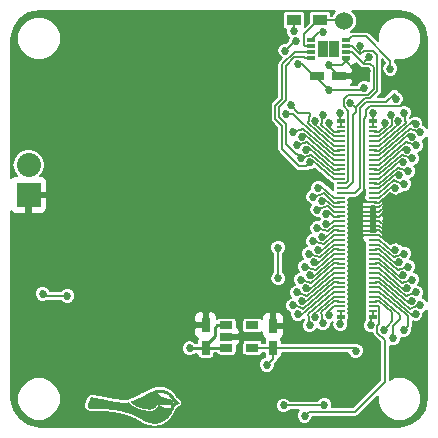
<source format=gbl>
G04 #@! TF.FileFunction,Copper,L2,Bot,Signal*
%FSLAX46Y46*%
G04 Gerber Fmt 4.6, Leading zero omitted, Abs format (unit mm)*
G04 Created by KiCad (PCBNEW (2015-11-03 BZR 6296)-product) date Monday, December 21, 2015 'AMt' 10:05:28 AM*
%MOMM*%
G01*
G04 APERTURE LIST*
%ADD10C,0.100000*%
%ADD11C,0.010000*%
%ADD12R,0.660000X0.230000*%
%ADD13R,0.660000X0.350000*%
%ADD14R,1.200000X0.750000*%
%ADD15R,0.750000X0.300000*%
%ADD16R,0.875000X0.725000*%
%ADD17R,1.200000X0.900000*%
%ADD18C,1.524000*%
%ADD19R,0.750000X1.200000*%
%ADD20R,2.032000X2.032000*%
%ADD21O,2.032000X2.032000*%
%ADD22R,1.060000X0.650000*%
%ADD23C,0.685800*%
%ADD24C,0.685801*%
%ADD25C,0.152400*%
%ADD26C,0.203200*%
%ADD27C,0.254000*%
G04 APERTURE END LIST*
D10*
D11*
G36*
X142940577Y-122465069D02*
X142908906Y-122465572D01*
X142881275Y-122466621D01*
X142856176Y-122468340D01*
X142832107Y-122470851D01*
X142807561Y-122474276D01*
X142781033Y-122478740D01*
X142759069Y-122482815D01*
X142700214Y-122495578D01*
X142639117Y-122511645D01*
X142578664Y-122530182D01*
X142521740Y-122550354D01*
X142510361Y-122554777D01*
X142467183Y-122571970D01*
X142424808Y-122589108D01*
X142382850Y-122606370D01*
X142340920Y-122623937D01*
X142298631Y-122641989D01*
X142255596Y-122660707D01*
X142211427Y-122680271D01*
X142165735Y-122700862D01*
X142118134Y-122722659D01*
X142068236Y-122745844D01*
X142015653Y-122770597D01*
X141959997Y-122797099D01*
X141900882Y-122825528D01*
X141837918Y-122856067D01*
X141770720Y-122888896D01*
X141698898Y-122924194D01*
X141622065Y-122962143D01*
X141539834Y-123002923D01*
X141451817Y-123046714D01*
X141429097Y-123058037D01*
X141350817Y-123096981D01*
X141278298Y-123132880D01*
X141211051Y-123165961D01*
X141148585Y-123196448D01*
X141090411Y-123224567D01*
X141036038Y-123250545D01*
X140984976Y-123274606D01*
X140936735Y-123296978D01*
X140890825Y-123317885D01*
X140846756Y-123337553D01*
X140804038Y-123356208D01*
X140762181Y-123374076D01*
X140720694Y-123391382D01*
X140679088Y-123408353D01*
X140636872Y-123425213D01*
X140603597Y-123438281D01*
X140580074Y-123447518D01*
X140558681Y-123456037D01*
X140540312Y-123463473D01*
X140525857Y-123469460D01*
X140516209Y-123473635D01*
X140512268Y-123475624D01*
X140512801Y-123479719D01*
X140518013Y-123487737D01*
X140527261Y-123498968D01*
X140539900Y-123512704D01*
X140555288Y-123528236D01*
X140572781Y-123544855D01*
X140585822Y-123556657D01*
X140653801Y-123612758D01*
X140728236Y-123666253D01*
X140809006Y-123717086D01*
X140895989Y-123765200D01*
X140989062Y-123810538D01*
X141088103Y-123853043D01*
X141192991Y-123892658D01*
X141303602Y-123929327D01*
X141419815Y-123962992D01*
X141506708Y-123985296D01*
X141607303Y-124008538D01*
X141702291Y-124027867D01*
X141791919Y-124043303D01*
X141876439Y-124054868D01*
X141956099Y-124062580D01*
X142031149Y-124066462D01*
X142101837Y-124066535D01*
X142168413Y-124062818D01*
X142231126Y-124055332D01*
X142268918Y-124048660D01*
X142329550Y-124033748D01*
X142384906Y-124014367D01*
X142434914Y-123990590D01*
X142479501Y-123962491D01*
X142518596Y-123930142D01*
X142552127Y-123893617D01*
X142580021Y-123852988D01*
X142602205Y-123808329D01*
X142618608Y-123759713D01*
X142629158Y-123707214D01*
X142632097Y-123680940D01*
X142632915Y-123669833D01*
X142633851Y-123661698D01*
X142635889Y-123655994D01*
X142640009Y-123652178D01*
X142647194Y-123649710D01*
X142658425Y-123648046D01*
X142674685Y-123646646D01*
X142696955Y-123644967D01*
X142697333Y-123644937D01*
X142724885Y-123642710D01*
X142746056Y-123640816D01*
X142761509Y-123639166D01*
X142771906Y-123637673D01*
X142777910Y-123636249D01*
X142780183Y-123634807D01*
X142780082Y-123633974D01*
X142782027Y-123632665D01*
X142788861Y-123632440D01*
X142798532Y-123633114D01*
X142808990Y-123634497D01*
X142818183Y-123636403D01*
X142822569Y-123637859D01*
X142828077Y-123639376D01*
X142839384Y-123641836D01*
X142855331Y-123645008D01*
X142874759Y-123648665D01*
X142896511Y-123652578D01*
X142901944Y-123653529D01*
X142983430Y-123667036D01*
X143060846Y-123678409D01*
X143136734Y-123687987D01*
X143213633Y-123696109D01*
X143237083Y-123698294D01*
X143259513Y-123699888D01*
X143286719Y-123701121D01*
X143317348Y-123701993D01*
X143350049Y-123702504D01*
X143383471Y-123702652D01*
X143416262Y-123702438D01*
X143447070Y-123701861D01*
X143474545Y-123700920D01*
X143497334Y-123699615D01*
X143510486Y-123698402D01*
X143583314Y-123688747D01*
X143654171Y-123676860D01*
X143724932Y-123662349D01*
X143797473Y-123644822D01*
X143873669Y-123623890D01*
X143889143Y-123619368D01*
X143911757Y-123612575D01*
X143928423Y-123607222D01*
X143940018Y-123602959D01*
X143947422Y-123599438D01*
X143951510Y-123596309D01*
X143952943Y-123593968D01*
X143953909Y-123588855D01*
X143955491Y-123577561D01*
X143957590Y-123560925D01*
X143960105Y-123539783D01*
X143962937Y-123514975D01*
X143965987Y-123487338D01*
X143969082Y-123458392D01*
X143972679Y-123424399D01*
X143975565Y-123396757D01*
X143977688Y-123374791D01*
X143978999Y-123357830D01*
X143979447Y-123345198D01*
X143978982Y-123336223D01*
X143977553Y-123330230D01*
X143975110Y-123326547D01*
X143971603Y-123324499D01*
X143966982Y-123323413D01*
X143961195Y-123322615D01*
X143958909Y-123322283D01*
X143947663Y-123320254D01*
X143930611Y-123316797D01*
X143908807Y-123312151D01*
X143883300Y-123306555D01*
X143855142Y-123300249D01*
X143825385Y-123293471D01*
X143795079Y-123286461D01*
X143765275Y-123279457D01*
X143737025Y-123272700D01*
X143711380Y-123266427D01*
X143692167Y-123261593D01*
X143589538Y-123234234D01*
X143493547Y-123206397D01*
X143403787Y-123177945D01*
X143319847Y-123148742D01*
X143241320Y-123118650D01*
X143167797Y-123087534D01*
X143155944Y-123082213D01*
X143085270Y-123047760D01*
X143013300Y-123008022D01*
X142941754Y-122964092D01*
X142872352Y-122917066D01*
X142806810Y-122868037D01*
X142762597Y-122831786D01*
X142744935Y-122816423D01*
X142726602Y-122800012D01*
X142708316Y-122783244D01*
X142690794Y-122766810D01*
X142674751Y-122751401D01*
X142660905Y-122737709D01*
X142649973Y-122726424D01*
X142642671Y-122718238D01*
X142639717Y-122713841D01*
X142639781Y-122713368D01*
X142645886Y-122710119D01*
X142657863Y-122705797D01*
X142674653Y-122700663D01*
X142695199Y-122694980D01*
X142718444Y-122689011D01*
X142743330Y-122683019D01*
X142768801Y-122677265D01*
X142793799Y-122672013D01*
X142817268Y-122667526D01*
X142838148Y-122664065D01*
X142838444Y-122664021D01*
X142893487Y-122657477D01*
X142947821Y-122654423D01*
X143002961Y-122654893D01*
X143060419Y-122658923D01*
X143121711Y-122666548D01*
X143151539Y-122671261D01*
X143244796Y-122689850D01*
X143334229Y-122713707D01*
X143419623Y-122742725D01*
X143500766Y-122776797D01*
X143577443Y-122815818D01*
X143649442Y-122859681D01*
X143716549Y-122908280D01*
X143778551Y-122961509D01*
X143822051Y-123004915D01*
X143864426Y-123053556D01*
X143902464Y-123104333D01*
X143935507Y-123156230D01*
X143962895Y-123208230D01*
X143980344Y-123249355D01*
X143985320Y-123261769D01*
X143989944Y-123271937D01*
X143993211Y-123277652D01*
X143996468Y-123280958D01*
X144004369Y-123288670D01*
X144016439Y-123300334D01*
X144032207Y-123315496D01*
X144051199Y-123333704D01*
X144072943Y-123354504D01*
X144096966Y-123377442D01*
X144122795Y-123402065D01*
X144141958Y-123420309D01*
X144168659Y-123445737D01*
X144193792Y-123469712D01*
X144216896Y-123491794D01*
X144237514Y-123511540D01*
X144255187Y-123528513D01*
X144269455Y-123542270D01*
X144279861Y-123552371D01*
X144285945Y-123558376D01*
X144287393Y-123559922D01*
X144284428Y-123561699D01*
X144275616Y-123566052D01*
X144261564Y-123572701D01*
X144242877Y-123581368D01*
X144220164Y-123591773D01*
X144194028Y-123603637D01*
X144165077Y-123616683D01*
X144133917Y-123630630D01*
X144126532Y-123633923D01*
X143964874Y-123705942D01*
X143948019Y-123766214D01*
X143939906Y-123794199D01*
X143930059Y-123826534D01*
X143919084Y-123861347D01*
X143907589Y-123896762D01*
X143896183Y-123930907D01*
X143885473Y-123961907D01*
X143876489Y-123986757D01*
X143871041Y-124000443D01*
X143866521Y-124008917D01*
X143861864Y-124013733D01*
X143856170Y-124016392D01*
X143848868Y-124017558D01*
X143835547Y-124018496D01*
X143817240Y-124019209D01*
X143794980Y-124019697D01*
X143769799Y-124019965D01*
X143742731Y-124020013D01*
X143714808Y-124019845D01*
X143687063Y-124019461D01*
X143660528Y-124018866D01*
X143636237Y-124018060D01*
X143615223Y-124017046D01*
X143598681Y-124015841D01*
X143435739Y-123998212D01*
X143335861Y-123984838D01*
X143293141Y-123978400D01*
X143256322Y-123972100D01*
X143224266Y-123965624D01*
X143195833Y-123958661D01*
X143169884Y-123950899D01*
X143145279Y-123942025D01*
X143120878Y-123931727D01*
X143095543Y-123919694D01*
X143092444Y-123918147D01*
X143036885Y-123886813D01*
X142982336Y-123849211D01*
X142929767Y-123806128D01*
X142880148Y-123758353D01*
X142839686Y-123713042D01*
X142821653Y-123691319D01*
X142819252Y-123716569D01*
X142812225Y-123763991D01*
X142800319Y-123813168D01*
X142784198Y-123862224D01*
X142764523Y-123909282D01*
X142741958Y-123952463D01*
X142728281Y-123974289D01*
X142690660Y-124024006D01*
X142647859Y-124069003D01*
X142599963Y-124109251D01*
X142547063Y-124144723D01*
X142489243Y-124175389D01*
X142426594Y-124201223D01*
X142359201Y-124222197D01*
X142287152Y-124238282D01*
X142210535Y-124249451D01*
X142129438Y-124255676D01*
X142043947Y-124256929D01*
X141954152Y-124253182D01*
X141875361Y-124246139D01*
X141802218Y-124236822D01*
X141724125Y-124224509D01*
X141642379Y-124209481D01*
X141558276Y-124192024D01*
X141473113Y-124172418D01*
X141388187Y-124150949D01*
X141304795Y-124127899D01*
X141228014Y-124104745D01*
X141130540Y-124072112D01*
X141036214Y-124036670D01*
X140945387Y-123998629D01*
X140858408Y-123958203D01*
X140775628Y-123915600D01*
X140697396Y-123871034D01*
X140624063Y-123824714D01*
X140555979Y-123776853D01*
X140493494Y-123727661D01*
X140436959Y-123677350D01*
X140386722Y-123626131D01*
X140343135Y-123574215D01*
X140338484Y-123568103D01*
X140328868Y-123555676D01*
X140322108Y-123548104D01*
X140317071Y-123544422D01*
X140312623Y-123543664D01*
X140310274Y-123544079D01*
X140290837Y-123548388D01*
X140265760Y-123553070D01*
X140236432Y-123557922D01*
X140204243Y-123562737D01*
X140170585Y-123567313D01*
X140136848Y-123571443D01*
X140104422Y-123574923D01*
X140093833Y-123575932D01*
X140062095Y-123578462D01*
X140030112Y-123580184D01*
X139997209Y-123581067D01*
X139962710Y-123581080D01*
X139925940Y-123580194D01*
X139886225Y-123578377D01*
X139842887Y-123575599D01*
X139795254Y-123571829D01*
X139742648Y-123567037D01*
X139684395Y-123561192D01*
X139622875Y-123554600D01*
X139533835Y-123544237D01*
X139438361Y-123532018D01*
X139336807Y-123518007D01*
X139229531Y-123502269D01*
X139116885Y-123484868D01*
X138999226Y-123465867D01*
X138876909Y-123445332D01*
X138750288Y-123423326D01*
X138619720Y-123399914D01*
X138485559Y-123375160D01*
X138348160Y-123349128D01*
X138207879Y-123321882D01*
X138065070Y-123293486D01*
X137920089Y-123264006D01*
X137773291Y-123233505D01*
X137625031Y-123202046D01*
X137475665Y-123169696D01*
X137388028Y-123150408D01*
X137343534Y-123140554D01*
X137305316Y-123132267D01*
X137272742Y-123125680D01*
X137245177Y-123120928D01*
X137221989Y-123118146D01*
X137202545Y-123117468D01*
X137186212Y-123119028D01*
X137172358Y-123122962D01*
X137160348Y-123129404D01*
X137149551Y-123138488D01*
X137139333Y-123150348D01*
X137129062Y-123165120D01*
X137118104Y-123182938D01*
X137105826Y-123203936D01*
X137101547Y-123211295D01*
X137064278Y-123277072D01*
X137029346Y-123342322D01*
X136997145Y-123406214D01*
X136968071Y-123467915D01*
X136942519Y-123526594D01*
X136920883Y-123581419D01*
X136907018Y-123620859D01*
X136891558Y-123673272D01*
X136880842Y-123722184D01*
X136874842Y-123767367D01*
X136873531Y-123808594D01*
X136876881Y-123845635D01*
X136884866Y-123878262D01*
X136897457Y-123906247D01*
X136914628Y-123929362D01*
X136936351Y-123947378D01*
X136946876Y-123953395D01*
X136957009Y-123958154D01*
X136968059Y-123962524D01*
X136980385Y-123966533D01*
X136994343Y-123970209D01*
X137010291Y-123973581D01*
X137028587Y-123976677D01*
X137049586Y-123979524D01*
X137073648Y-123982152D01*
X137101128Y-123984587D01*
X137132385Y-123986859D01*
X137167775Y-123988995D01*
X137207657Y-123991023D01*
X137252387Y-123992973D01*
X137302323Y-123994871D01*
X137357822Y-123996746D01*
X137419241Y-123998626D01*
X137486938Y-124000540D01*
X137561269Y-124002515D01*
X137575000Y-124002869D01*
X137697077Y-124006207D01*
X137812656Y-124009786D01*
X137922293Y-124013639D01*
X138026544Y-124017794D01*
X138125963Y-124022284D01*
X138221105Y-124027138D01*
X138312526Y-124032388D01*
X138400781Y-124038064D01*
X138486426Y-124044196D01*
X138570015Y-124050816D01*
X138652103Y-124057954D01*
X138733246Y-124065640D01*
X138760333Y-124068345D01*
X138889033Y-124082177D01*
X139013498Y-124097273D01*
X139134477Y-124113805D01*
X139252719Y-124131941D01*
X139368972Y-124151851D01*
X139483984Y-124173705D01*
X139598504Y-124197671D01*
X139713279Y-124223920D01*
X139829059Y-124252620D01*
X139946592Y-124283942D01*
X140066627Y-124318054D01*
X140189910Y-124355127D01*
X140317192Y-124395329D01*
X140449220Y-124438830D01*
X140554208Y-124474551D01*
X140604068Y-124492059D01*
X140651600Y-124509485D01*
X140697473Y-124527150D01*
X140742357Y-124545374D01*
X140786920Y-124564476D01*
X140831833Y-124584779D01*
X140877765Y-124606601D01*
X140925385Y-124630263D01*
X140975363Y-124656085D01*
X141028367Y-124684388D01*
X141085068Y-124715492D01*
X141146135Y-124749717D01*
X141212237Y-124787384D01*
X141233306Y-124799493D01*
X141291927Y-124833223D01*
X141344898Y-124863651D01*
X141392666Y-124891025D01*
X141435679Y-124915591D01*
X141474384Y-124937596D01*
X141509229Y-124957287D01*
X141540662Y-124974910D01*
X141569130Y-124990714D01*
X141595081Y-125004944D01*
X141618963Y-125017848D01*
X141641223Y-125029672D01*
X141662308Y-125040664D01*
X141682668Y-125051070D01*
X141702748Y-125061138D01*
X141722997Y-125071113D01*
X141743862Y-125081244D01*
X141745694Y-125082128D01*
X141813133Y-125113565D01*
X141876750Y-125140819D01*
X141937918Y-125164282D01*
X141998008Y-125184345D01*
X142058391Y-125201402D01*
X142120440Y-125215844D01*
X142185526Y-125228064D01*
X142255022Y-125238454D01*
X142319861Y-125246279D01*
X142360848Y-125250039D01*
X142406794Y-125252999D01*
X142455642Y-125255105D01*
X142505337Y-125256301D01*
X142553821Y-125256532D01*
X142599038Y-125255744D01*
X142628542Y-125254508D01*
X142708088Y-125247865D01*
X142788544Y-125236743D01*
X142868722Y-125221443D01*
X142947433Y-125202263D01*
X143023489Y-125179501D01*
X143095702Y-125153456D01*
X143162884Y-125124427D01*
X143180992Y-125115625D01*
X143261972Y-125071372D01*
X143341194Y-125020408D01*
X143418518Y-124962893D01*
X143493805Y-124898983D01*
X143566914Y-124828836D01*
X143637705Y-124752610D01*
X143706040Y-124670463D01*
X143771777Y-124582552D01*
X143834778Y-124489036D01*
X143894903Y-124390070D01*
X143952011Y-124285814D01*
X143997103Y-124195201D01*
X144015441Y-124155287D01*
X144033063Y-124113922D01*
X144050474Y-124069814D01*
X144068181Y-124021672D01*
X144086690Y-123968204D01*
X144091035Y-123955250D01*
X144098704Y-123931804D01*
X144106807Y-123906214D01*
X144114992Y-123879673D01*
X144122907Y-123853373D01*
X144130199Y-123828508D01*
X144136515Y-123806269D01*
X144141504Y-123787848D01*
X144144813Y-123774440D01*
X144145622Y-123770558D01*
X144147791Y-123758996D01*
X144352405Y-123676428D01*
X144388385Y-123661883D01*
X144422393Y-123648085D01*
X144453868Y-123635266D01*
X144482252Y-123623654D01*
X144506986Y-123613480D01*
X144527510Y-123604974D01*
X144543266Y-123598367D01*
X144553693Y-123593889D01*
X144558232Y-123591769D01*
X144558381Y-123591656D01*
X144556040Y-123589006D01*
X144548838Y-123582050D01*
X144537188Y-123571163D01*
X144521505Y-123556724D01*
X144502203Y-123539108D01*
X144479696Y-123518694D01*
X144454399Y-123495859D01*
X144426726Y-123470979D01*
X144397091Y-123444432D01*
X144371714Y-123421769D01*
X144335698Y-123389640D01*
X144304584Y-123361846D01*
X144278002Y-123338033D01*
X144255585Y-123317848D01*
X144236962Y-123300935D01*
X144221765Y-123286942D01*
X144209624Y-123275513D01*
X144200170Y-123266294D01*
X144193035Y-123258931D01*
X144187848Y-123253071D01*
X144184241Y-123248358D01*
X144181844Y-123244439D01*
X144180288Y-123240959D01*
X144179205Y-123237565D01*
X144179021Y-123236897D01*
X144172612Y-123216348D01*
X144163510Y-123191398D01*
X144152440Y-123163816D01*
X144140126Y-123135375D01*
X144127295Y-123107843D01*
X144120700Y-123094554D01*
X144088251Y-123036345D01*
X144051023Y-122980220D01*
X144008334Y-122925249D01*
X143959501Y-122870502D01*
X143946358Y-122856849D01*
X143890849Y-122803310D01*
X143833569Y-122754827D01*
X143773315Y-122710531D01*
X143708883Y-122669557D01*
X143639069Y-122631037D01*
X143618083Y-122620420D01*
X143550029Y-122588548D01*
X143482015Y-122560713D01*
X143412813Y-122536541D01*
X143341193Y-122515659D01*
X143265928Y-122497692D01*
X143185788Y-122482268D01*
X143139320Y-122474752D01*
X143119484Y-122471832D01*
X143102156Y-122469566D01*
X143085939Y-122467870D01*
X143069438Y-122466659D01*
X143051258Y-122465848D01*
X143030002Y-122465355D01*
X143004276Y-122465094D01*
X142977792Y-122464991D01*
X142940577Y-122465069D01*
X142940577Y-122465069D01*
G37*
X142940577Y-122465069D02*
X142908906Y-122465572D01*
X142881275Y-122466621D01*
X142856176Y-122468340D01*
X142832107Y-122470851D01*
X142807561Y-122474276D01*
X142781033Y-122478740D01*
X142759069Y-122482815D01*
X142700214Y-122495578D01*
X142639117Y-122511645D01*
X142578664Y-122530182D01*
X142521740Y-122550354D01*
X142510361Y-122554777D01*
X142467183Y-122571970D01*
X142424808Y-122589108D01*
X142382850Y-122606370D01*
X142340920Y-122623937D01*
X142298631Y-122641989D01*
X142255596Y-122660707D01*
X142211427Y-122680271D01*
X142165735Y-122700862D01*
X142118134Y-122722659D01*
X142068236Y-122745844D01*
X142015653Y-122770597D01*
X141959997Y-122797099D01*
X141900882Y-122825528D01*
X141837918Y-122856067D01*
X141770720Y-122888896D01*
X141698898Y-122924194D01*
X141622065Y-122962143D01*
X141539834Y-123002923D01*
X141451817Y-123046714D01*
X141429097Y-123058037D01*
X141350817Y-123096981D01*
X141278298Y-123132880D01*
X141211051Y-123165961D01*
X141148585Y-123196448D01*
X141090411Y-123224567D01*
X141036038Y-123250545D01*
X140984976Y-123274606D01*
X140936735Y-123296978D01*
X140890825Y-123317885D01*
X140846756Y-123337553D01*
X140804038Y-123356208D01*
X140762181Y-123374076D01*
X140720694Y-123391382D01*
X140679088Y-123408353D01*
X140636872Y-123425213D01*
X140603597Y-123438281D01*
X140580074Y-123447518D01*
X140558681Y-123456037D01*
X140540312Y-123463473D01*
X140525857Y-123469460D01*
X140516209Y-123473635D01*
X140512268Y-123475624D01*
X140512801Y-123479719D01*
X140518013Y-123487737D01*
X140527261Y-123498968D01*
X140539900Y-123512704D01*
X140555288Y-123528236D01*
X140572781Y-123544855D01*
X140585822Y-123556657D01*
X140653801Y-123612758D01*
X140728236Y-123666253D01*
X140809006Y-123717086D01*
X140895989Y-123765200D01*
X140989062Y-123810538D01*
X141088103Y-123853043D01*
X141192991Y-123892658D01*
X141303602Y-123929327D01*
X141419815Y-123962992D01*
X141506708Y-123985296D01*
X141607303Y-124008538D01*
X141702291Y-124027867D01*
X141791919Y-124043303D01*
X141876439Y-124054868D01*
X141956099Y-124062580D01*
X142031149Y-124066462D01*
X142101837Y-124066535D01*
X142168413Y-124062818D01*
X142231126Y-124055332D01*
X142268918Y-124048660D01*
X142329550Y-124033748D01*
X142384906Y-124014367D01*
X142434914Y-123990590D01*
X142479501Y-123962491D01*
X142518596Y-123930142D01*
X142552127Y-123893617D01*
X142580021Y-123852988D01*
X142602205Y-123808329D01*
X142618608Y-123759713D01*
X142629158Y-123707214D01*
X142632097Y-123680940D01*
X142632915Y-123669833D01*
X142633851Y-123661698D01*
X142635889Y-123655994D01*
X142640009Y-123652178D01*
X142647194Y-123649710D01*
X142658425Y-123648046D01*
X142674685Y-123646646D01*
X142696955Y-123644967D01*
X142697333Y-123644937D01*
X142724885Y-123642710D01*
X142746056Y-123640816D01*
X142761509Y-123639166D01*
X142771906Y-123637673D01*
X142777910Y-123636249D01*
X142780183Y-123634807D01*
X142780082Y-123633974D01*
X142782027Y-123632665D01*
X142788861Y-123632440D01*
X142798532Y-123633114D01*
X142808990Y-123634497D01*
X142818183Y-123636403D01*
X142822569Y-123637859D01*
X142828077Y-123639376D01*
X142839384Y-123641836D01*
X142855331Y-123645008D01*
X142874759Y-123648665D01*
X142896511Y-123652578D01*
X142901944Y-123653529D01*
X142983430Y-123667036D01*
X143060846Y-123678409D01*
X143136734Y-123687987D01*
X143213633Y-123696109D01*
X143237083Y-123698294D01*
X143259513Y-123699888D01*
X143286719Y-123701121D01*
X143317348Y-123701993D01*
X143350049Y-123702504D01*
X143383471Y-123702652D01*
X143416262Y-123702438D01*
X143447070Y-123701861D01*
X143474545Y-123700920D01*
X143497334Y-123699615D01*
X143510486Y-123698402D01*
X143583314Y-123688747D01*
X143654171Y-123676860D01*
X143724932Y-123662349D01*
X143797473Y-123644822D01*
X143873669Y-123623890D01*
X143889143Y-123619368D01*
X143911757Y-123612575D01*
X143928423Y-123607222D01*
X143940018Y-123602959D01*
X143947422Y-123599438D01*
X143951510Y-123596309D01*
X143952943Y-123593968D01*
X143953909Y-123588855D01*
X143955491Y-123577561D01*
X143957590Y-123560925D01*
X143960105Y-123539783D01*
X143962937Y-123514975D01*
X143965987Y-123487338D01*
X143969082Y-123458392D01*
X143972679Y-123424399D01*
X143975565Y-123396757D01*
X143977688Y-123374791D01*
X143978999Y-123357830D01*
X143979447Y-123345198D01*
X143978982Y-123336223D01*
X143977553Y-123330230D01*
X143975110Y-123326547D01*
X143971603Y-123324499D01*
X143966982Y-123323413D01*
X143961195Y-123322615D01*
X143958909Y-123322283D01*
X143947663Y-123320254D01*
X143930611Y-123316797D01*
X143908807Y-123312151D01*
X143883300Y-123306555D01*
X143855142Y-123300249D01*
X143825385Y-123293471D01*
X143795079Y-123286461D01*
X143765275Y-123279457D01*
X143737025Y-123272700D01*
X143711380Y-123266427D01*
X143692167Y-123261593D01*
X143589538Y-123234234D01*
X143493547Y-123206397D01*
X143403787Y-123177945D01*
X143319847Y-123148742D01*
X143241320Y-123118650D01*
X143167797Y-123087534D01*
X143155944Y-123082213D01*
X143085270Y-123047760D01*
X143013300Y-123008022D01*
X142941754Y-122964092D01*
X142872352Y-122917066D01*
X142806810Y-122868037D01*
X142762597Y-122831786D01*
X142744935Y-122816423D01*
X142726602Y-122800012D01*
X142708316Y-122783244D01*
X142690794Y-122766810D01*
X142674751Y-122751401D01*
X142660905Y-122737709D01*
X142649973Y-122726424D01*
X142642671Y-122718238D01*
X142639717Y-122713841D01*
X142639781Y-122713368D01*
X142645886Y-122710119D01*
X142657863Y-122705797D01*
X142674653Y-122700663D01*
X142695199Y-122694980D01*
X142718444Y-122689011D01*
X142743330Y-122683019D01*
X142768801Y-122677265D01*
X142793799Y-122672013D01*
X142817268Y-122667526D01*
X142838148Y-122664065D01*
X142838444Y-122664021D01*
X142893487Y-122657477D01*
X142947821Y-122654423D01*
X143002961Y-122654893D01*
X143060419Y-122658923D01*
X143121711Y-122666548D01*
X143151539Y-122671261D01*
X143244796Y-122689850D01*
X143334229Y-122713707D01*
X143419623Y-122742725D01*
X143500766Y-122776797D01*
X143577443Y-122815818D01*
X143649442Y-122859681D01*
X143716549Y-122908280D01*
X143778551Y-122961509D01*
X143822051Y-123004915D01*
X143864426Y-123053556D01*
X143902464Y-123104333D01*
X143935507Y-123156230D01*
X143962895Y-123208230D01*
X143980344Y-123249355D01*
X143985320Y-123261769D01*
X143989944Y-123271937D01*
X143993211Y-123277652D01*
X143996468Y-123280958D01*
X144004369Y-123288670D01*
X144016439Y-123300334D01*
X144032207Y-123315496D01*
X144051199Y-123333704D01*
X144072943Y-123354504D01*
X144096966Y-123377442D01*
X144122795Y-123402065D01*
X144141958Y-123420309D01*
X144168659Y-123445737D01*
X144193792Y-123469712D01*
X144216896Y-123491794D01*
X144237514Y-123511540D01*
X144255187Y-123528513D01*
X144269455Y-123542270D01*
X144279861Y-123552371D01*
X144285945Y-123558376D01*
X144287393Y-123559922D01*
X144284428Y-123561699D01*
X144275616Y-123566052D01*
X144261564Y-123572701D01*
X144242877Y-123581368D01*
X144220164Y-123591773D01*
X144194028Y-123603637D01*
X144165077Y-123616683D01*
X144133917Y-123630630D01*
X144126532Y-123633923D01*
X143964874Y-123705942D01*
X143948019Y-123766214D01*
X143939906Y-123794199D01*
X143930059Y-123826534D01*
X143919084Y-123861347D01*
X143907589Y-123896762D01*
X143896183Y-123930907D01*
X143885473Y-123961907D01*
X143876489Y-123986757D01*
X143871041Y-124000443D01*
X143866521Y-124008917D01*
X143861864Y-124013733D01*
X143856170Y-124016392D01*
X143848868Y-124017558D01*
X143835547Y-124018496D01*
X143817240Y-124019209D01*
X143794980Y-124019697D01*
X143769799Y-124019965D01*
X143742731Y-124020013D01*
X143714808Y-124019845D01*
X143687063Y-124019461D01*
X143660528Y-124018866D01*
X143636237Y-124018060D01*
X143615223Y-124017046D01*
X143598681Y-124015841D01*
X143435739Y-123998212D01*
X143335861Y-123984838D01*
X143293141Y-123978400D01*
X143256322Y-123972100D01*
X143224266Y-123965624D01*
X143195833Y-123958661D01*
X143169884Y-123950899D01*
X143145279Y-123942025D01*
X143120878Y-123931727D01*
X143095543Y-123919694D01*
X143092444Y-123918147D01*
X143036885Y-123886813D01*
X142982336Y-123849211D01*
X142929767Y-123806128D01*
X142880148Y-123758353D01*
X142839686Y-123713042D01*
X142821653Y-123691319D01*
X142819252Y-123716569D01*
X142812225Y-123763991D01*
X142800319Y-123813168D01*
X142784198Y-123862224D01*
X142764523Y-123909282D01*
X142741958Y-123952463D01*
X142728281Y-123974289D01*
X142690660Y-124024006D01*
X142647859Y-124069003D01*
X142599963Y-124109251D01*
X142547063Y-124144723D01*
X142489243Y-124175389D01*
X142426594Y-124201223D01*
X142359201Y-124222197D01*
X142287152Y-124238282D01*
X142210535Y-124249451D01*
X142129438Y-124255676D01*
X142043947Y-124256929D01*
X141954152Y-124253182D01*
X141875361Y-124246139D01*
X141802218Y-124236822D01*
X141724125Y-124224509D01*
X141642379Y-124209481D01*
X141558276Y-124192024D01*
X141473113Y-124172418D01*
X141388187Y-124150949D01*
X141304795Y-124127899D01*
X141228014Y-124104745D01*
X141130540Y-124072112D01*
X141036214Y-124036670D01*
X140945387Y-123998629D01*
X140858408Y-123958203D01*
X140775628Y-123915600D01*
X140697396Y-123871034D01*
X140624063Y-123824714D01*
X140555979Y-123776853D01*
X140493494Y-123727661D01*
X140436959Y-123677350D01*
X140386722Y-123626131D01*
X140343135Y-123574215D01*
X140338484Y-123568103D01*
X140328868Y-123555676D01*
X140322108Y-123548104D01*
X140317071Y-123544422D01*
X140312623Y-123543664D01*
X140310274Y-123544079D01*
X140290837Y-123548388D01*
X140265760Y-123553070D01*
X140236432Y-123557922D01*
X140204243Y-123562737D01*
X140170585Y-123567313D01*
X140136848Y-123571443D01*
X140104422Y-123574923D01*
X140093833Y-123575932D01*
X140062095Y-123578462D01*
X140030112Y-123580184D01*
X139997209Y-123581067D01*
X139962710Y-123581080D01*
X139925940Y-123580194D01*
X139886225Y-123578377D01*
X139842887Y-123575599D01*
X139795254Y-123571829D01*
X139742648Y-123567037D01*
X139684395Y-123561192D01*
X139622875Y-123554600D01*
X139533835Y-123544237D01*
X139438361Y-123532018D01*
X139336807Y-123518007D01*
X139229531Y-123502269D01*
X139116885Y-123484868D01*
X138999226Y-123465867D01*
X138876909Y-123445332D01*
X138750288Y-123423326D01*
X138619720Y-123399914D01*
X138485559Y-123375160D01*
X138348160Y-123349128D01*
X138207879Y-123321882D01*
X138065070Y-123293486D01*
X137920089Y-123264006D01*
X137773291Y-123233505D01*
X137625031Y-123202046D01*
X137475665Y-123169696D01*
X137388028Y-123150408D01*
X137343534Y-123140554D01*
X137305316Y-123132267D01*
X137272742Y-123125680D01*
X137245177Y-123120928D01*
X137221989Y-123118146D01*
X137202545Y-123117468D01*
X137186212Y-123119028D01*
X137172358Y-123122962D01*
X137160348Y-123129404D01*
X137149551Y-123138488D01*
X137139333Y-123150348D01*
X137129062Y-123165120D01*
X137118104Y-123182938D01*
X137105826Y-123203936D01*
X137101547Y-123211295D01*
X137064278Y-123277072D01*
X137029346Y-123342322D01*
X136997145Y-123406214D01*
X136968071Y-123467915D01*
X136942519Y-123526594D01*
X136920883Y-123581419D01*
X136907018Y-123620859D01*
X136891558Y-123673272D01*
X136880842Y-123722184D01*
X136874842Y-123767367D01*
X136873531Y-123808594D01*
X136876881Y-123845635D01*
X136884866Y-123878262D01*
X136897457Y-123906247D01*
X136914628Y-123929362D01*
X136936351Y-123947378D01*
X136946876Y-123953395D01*
X136957009Y-123958154D01*
X136968059Y-123962524D01*
X136980385Y-123966533D01*
X136994343Y-123970209D01*
X137010291Y-123973581D01*
X137028587Y-123976677D01*
X137049586Y-123979524D01*
X137073648Y-123982152D01*
X137101128Y-123984587D01*
X137132385Y-123986859D01*
X137167775Y-123988995D01*
X137207657Y-123991023D01*
X137252387Y-123992973D01*
X137302323Y-123994871D01*
X137357822Y-123996746D01*
X137419241Y-123998626D01*
X137486938Y-124000540D01*
X137561269Y-124002515D01*
X137575000Y-124002869D01*
X137697077Y-124006207D01*
X137812656Y-124009786D01*
X137922293Y-124013639D01*
X138026544Y-124017794D01*
X138125963Y-124022284D01*
X138221105Y-124027138D01*
X138312526Y-124032388D01*
X138400781Y-124038064D01*
X138486426Y-124044196D01*
X138570015Y-124050816D01*
X138652103Y-124057954D01*
X138733246Y-124065640D01*
X138760333Y-124068345D01*
X138889033Y-124082177D01*
X139013498Y-124097273D01*
X139134477Y-124113805D01*
X139252719Y-124131941D01*
X139368972Y-124151851D01*
X139483984Y-124173705D01*
X139598504Y-124197671D01*
X139713279Y-124223920D01*
X139829059Y-124252620D01*
X139946592Y-124283942D01*
X140066627Y-124318054D01*
X140189910Y-124355127D01*
X140317192Y-124395329D01*
X140449220Y-124438830D01*
X140554208Y-124474551D01*
X140604068Y-124492059D01*
X140651600Y-124509485D01*
X140697473Y-124527150D01*
X140742357Y-124545374D01*
X140786920Y-124564476D01*
X140831833Y-124584779D01*
X140877765Y-124606601D01*
X140925385Y-124630263D01*
X140975363Y-124656085D01*
X141028367Y-124684388D01*
X141085068Y-124715492D01*
X141146135Y-124749717D01*
X141212237Y-124787384D01*
X141233306Y-124799493D01*
X141291927Y-124833223D01*
X141344898Y-124863651D01*
X141392666Y-124891025D01*
X141435679Y-124915591D01*
X141474384Y-124937596D01*
X141509229Y-124957287D01*
X141540662Y-124974910D01*
X141569130Y-124990714D01*
X141595081Y-125004944D01*
X141618963Y-125017848D01*
X141641223Y-125029672D01*
X141662308Y-125040664D01*
X141682668Y-125051070D01*
X141702748Y-125061138D01*
X141722997Y-125071113D01*
X141743862Y-125081244D01*
X141745694Y-125082128D01*
X141813133Y-125113565D01*
X141876750Y-125140819D01*
X141937918Y-125164282D01*
X141998008Y-125184345D01*
X142058391Y-125201402D01*
X142120440Y-125215844D01*
X142185526Y-125228064D01*
X142255022Y-125238454D01*
X142319861Y-125246279D01*
X142360848Y-125250039D01*
X142406794Y-125252999D01*
X142455642Y-125255105D01*
X142505337Y-125256301D01*
X142553821Y-125256532D01*
X142599038Y-125255744D01*
X142628542Y-125254508D01*
X142708088Y-125247865D01*
X142788544Y-125236743D01*
X142868722Y-125221443D01*
X142947433Y-125202263D01*
X143023489Y-125179501D01*
X143095702Y-125153456D01*
X143162884Y-125124427D01*
X143180992Y-125115625D01*
X143261972Y-125071372D01*
X143341194Y-125020408D01*
X143418518Y-124962893D01*
X143493805Y-124898983D01*
X143566914Y-124828836D01*
X143637705Y-124752610D01*
X143706040Y-124670463D01*
X143771777Y-124582552D01*
X143834778Y-124489036D01*
X143894903Y-124390070D01*
X143952011Y-124285814D01*
X143997103Y-124195201D01*
X144015441Y-124155287D01*
X144033063Y-124113922D01*
X144050474Y-124069814D01*
X144068181Y-124021672D01*
X144086690Y-123968204D01*
X144091035Y-123955250D01*
X144098704Y-123931804D01*
X144106807Y-123906214D01*
X144114992Y-123879673D01*
X144122907Y-123853373D01*
X144130199Y-123828508D01*
X144136515Y-123806269D01*
X144141504Y-123787848D01*
X144144813Y-123774440D01*
X144145622Y-123770558D01*
X144147791Y-123758996D01*
X144352405Y-123676428D01*
X144388385Y-123661883D01*
X144422393Y-123648085D01*
X144453868Y-123635266D01*
X144482252Y-123623654D01*
X144506986Y-123613480D01*
X144527510Y-123604974D01*
X144543266Y-123598367D01*
X144553693Y-123593889D01*
X144558232Y-123591769D01*
X144558381Y-123591656D01*
X144556040Y-123589006D01*
X144548838Y-123582050D01*
X144537188Y-123571163D01*
X144521505Y-123556724D01*
X144502203Y-123539108D01*
X144479696Y-123518694D01*
X144454399Y-123495859D01*
X144426726Y-123470979D01*
X144397091Y-123444432D01*
X144371714Y-123421769D01*
X144335698Y-123389640D01*
X144304584Y-123361846D01*
X144278002Y-123338033D01*
X144255585Y-123317848D01*
X144236962Y-123300935D01*
X144221765Y-123286942D01*
X144209624Y-123275513D01*
X144200170Y-123266294D01*
X144193035Y-123258931D01*
X144187848Y-123253071D01*
X144184241Y-123248358D01*
X144181844Y-123244439D01*
X144180288Y-123240959D01*
X144179205Y-123237565D01*
X144179021Y-123236897D01*
X144172612Y-123216348D01*
X144163510Y-123191398D01*
X144152440Y-123163816D01*
X144140126Y-123135375D01*
X144127295Y-123107843D01*
X144120700Y-123094554D01*
X144088251Y-123036345D01*
X144051023Y-122980220D01*
X144008334Y-122925249D01*
X143959501Y-122870502D01*
X143946358Y-122856849D01*
X143890849Y-122803310D01*
X143833569Y-122754827D01*
X143773315Y-122710531D01*
X143708883Y-122669557D01*
X143639069Y-122631037D01*
X143618083Y-122620420D01*
X143550029Y-122588548D01*
X143482015Y-122560713D01*
X143412813Y-122536541D01*
X143341193Y-122515659D01*
X143265928Y-122497692D01*
X143185788Y-122482268D01*
X143139320Y-122474752D01*
X143119484Y-122471832D01*
X143102156Y-122469566D01*
X143085939Y-122467870D01*
X143069438Y-122466659D01*
X143051258Y-122465848D01*
X143030002Y-122465355D01*
X143004276Y-122465094D01*
X142977792Y-122464991D01*
X142940577Y-122465069D01*
D12*
X161005000Y-115800000D03*
X158295000Y-115800000D03*
X161005000Y-100200000D03*
X158295000Y-100200000D03*
X161005000Y-115400000D03*
X161005000Y-115000000D03*
X161005000Y-114600000D03*
X161005000Y-114200000D03*
X161005000Y-113800000D03*
X161005000Y-113400000D03*
X161005000Y-113000000D03*
X161005000Y-112600000D03*
X161005000Y-112200000D03*
X161005000Y-111800000D03*
X161005000Y-111400000D03*
X161005000Y-111000000D03*
X161005000Y-110600000D03*
X161005000Y-110200000D03*
X161005000Y-109800000D03*
X161005000Y-109400000D03*
X161005000Y-109000000D03*
X161005000Y-108600000D03*
X161005000Y-108200000D03*
X161005000Y-107800000D03*
X161005000Y-107400000D03*
X161005000Y-107000000D03*
X161005000Y-106600000D03*
X161005000Y-106200000D03*
X161005000Y-105800000D03*
X161005000Y-105400000D03*
X161005000Y-105000000D03*
X161005000Y-104600000D03*
X161005000Y-104200000D03*
X161005000Y-103800000D03*
X161005000Y-103400000D03*
X161005000Y-103000000D03*
X161005000Y-102600000D03*
X161005000Y-102200000D03*
X161005000Y-101800000D03*
X161005000Y-101400000D03*
X161005000Y-101000000D03*
X161005000Y-100600000D03*
D13*
X161005000Y-99725000D03*
X158295000Y-99725000D03*
X161005000Y-116275000D03*
X158295000Y-116275000D03*
D12*
X158295000Y-100600000D03*
X158295000Y-101000000D03*
X158295000Y-101400000D03*
X158295000Y-101800000D03*
X158295000Y-102200000D03*
X158295000Y-102600000D03*
X158295000Y-103000000D03*
X158295000Y-103400000D03*
X158295000Y-103800000D03*
X158295000Y-104200000D03*
X158295000Y-104600000D03*
X158295000Y-105000000D03*
X158295000Y-105400000D03*
X158295000Y-105800000D03*
X158295000Y-106200000D03*
X158295000Y-106600000D03*
X158295000Y-107000000D03*
X158295000Y-107400000D03*
X158295000Y-107800000D03*
X158295000Y-108200000D03*
X158295000Y-108600000D03*
X158295000Y-109000000D03*
X158295000Y-109400000D03*
X158295000Y-109800000D03*
X158295000Y-110200000D03*
X158295000Y-110600000D03*
X158295000Y-111000000D03*
X158295000Y-111400000D03*
X158295000Y-111800000D03*
X158295000Y-112200000D03*
X158295000Y-112600000D03*
X158295000Y-113000000D03*
X158295000Y-113400000D03*
X158295000Y-113800000D03*
X158295000Y-114200000D03*
X158295000Y-114600000D03*
X158295000Y-115000000D03*
X158295000Y-115400000D03*
D14*
X156250000Y-95900000D03*
X158150000Y-95900000D03*
D15*
X158712500Y-92862500D03*
X158712500Y-93362500D03*
X158712500Y-93862500D03*
X158712500Y-94362500D03*
X155812500Y-94362500D03*
X155812500Y-93862500D03*
X155812500Y-93362500D03*
X155812500Y-92862500D03*
D16*
X156825000Y-93975000D03*
X156825000Y-93250000D03*
X157700000Y-93975000D03*
X157700000Y-93250000D03*
D17*
X156550000Y-91200000D03*
X154350000Y-91200000D03*
D18*
X158550000Y-91250000D03*
D19*
X146860000Y-118910000D03*
X146860000Y-117010000D03*
X152570000Y-118950000D03*
X152570000Y-117050000D03*
D20*
X131860000Y-105960000D03*
D21*
X131860000Y-103420000D03*
D22*
X148620000Y-118930000D03*
X148620000Y-117980000D03*
X148620000Y-117030000D03*
X150820000Y-117030000D03*
X150820000Y-118930000D03*
D23*
X162950000Y-97849974D03*
X162500000Y-95300000D03*
X156335426Y-119765426D03*
X150790000Y-122670000D03*
X150770000Y-125050000D03*
X159612905Y-125034648D03*
X132060000Y-117450000D03*
X159390000Y-121280000D03*
D24*
X163335170Y-106128721D03*
X162579214Y-106491109D03*
X162993938Y-107218712D03*
X162237982Y-107581100D03*
X162237982Y-108419301D03*
X162993938Y-108781689D03*
X162579214Y-109509292D03*
X163335170Y-109871680D03*
D23*
X164264956Y-95352566D03*
X160500000Y-95450000D03*
X157300000Y-95000000D03*
X159100000Y-98150000D03*
X159950000Y-93400000D03*
X154500000Y-92950000D03*
X153600000Y-93750000D03*
X154325068Y-92130246D03*
X160303087Y-96914049D03*
X157300000Y-97100000D03*
X156750000Y-92200000D03*
X154650000Y-94900000D03*
D24*
X156380187Y-105401118D03*
D23*
X160729126Y-94320874D03*
X159570000Y-119181520D03*
X152050000Y-120360000D03*
X133060000Y-114350000D03*
X135130000Y-114530000D03*
X145490000Y-118960000D03*
D24*
X156306694Y-107218712D03*
X157062650Y-107581100D03*
X157062650Y-108419301D03*
X156306694Y-108781689D03*
X156721418Y-109509292D03*
X155965462Y-109871680D03*
X154941767Y-102858749D03*
X155697723Y-103221137D03*
D23*
X160817802Y-117018356D03*
D24*
X158255617Y-116945501D03*
X161045015Y-99054899D03*
X158255617Y-99054899D03*
X158255617Y-99054899D03*
D23*
X155245312Y-124684569D03*
X161955101Y-117373351D03*
X162720000Y-118130000D03*
D24*
X163625674Y-117420519D03*
X164626605Y-116049236D03*
X165041329Y-115321633D03*
X164285373Y-114959245D03*
X164700097Y-114231642D03*
X163944142Y-113869254D03*
X164358866Y-113141651D03*
X163602910Y-112779264D03*
X164017634Y-112051661D03*
X163261678Y-111689273D03*
X163676402Y-110961670D03*
X162920446Y-110599282D03*
X162920446Y-105401118D03*
X163676402Y-105038731D03*
X163261678Y-104311128D03*
X164017634Y-103948740D03*
X163602910Y-103221137D03*
X164358866Y-102858749D03*
X163944142Y-102131146D03*
X164700097Y-101768759D03*
X164285373Y-101041156D03*
X165041329Y-100678768D03*
X164626605Y-99951165D03*
X163642567Y-99005000D03*
X163166374Y-99692120D03*
X162511810Y-99165956D03*
X162035617Y-99853076D03*
X157265015Y-99853076D03*
X156788823Y-99165956D03*
X156134258Y-99692120D03*
D23*
X156900000Y-123730000D03*
X153470000Y-123800000D03*
X153010000Y-113030000D03*
X152990000Y-110430000D03*
X154080000Y-98370000D03*
X153630000Y-99130000D03*
D24*
X154259303Y-100678768D03*
X155015259Y-101041156D03*
X154600535Y-101768759D03*
X155356491Y-102131146D03*
X155965462Y-106128721D03*
X156721418Y-106491109D03*
X156380187Y-110599282D03*
X155624231Y-110961670D03*
X156038955Y-111689273D03*
X155282999Y-112051661D03*
X155697723Y-112779264D03*
X154941767Y-113141651D03*
X155356491Y-113869254D03*
X154600535Y-114231642D03*
X155015259Y-114959245D03*
X154259303Y-115321633D03*
X154674027Y-116049236D03*
X155658066Y-116995401D03*
X156134258Y-116308281D03*
X156788823Y-116834445D03*
X157265015Y-116147324D03*
D25*
X162154815Y-98095191D02*
X162850000Y-97400006D01*
X162850000Y-97400006D02*
X162850000Y-97749974D01*
X162850000Y-97749974D02*
X162950000Y-97849974D01*
X159945189Y-105385878D02*
X159945189Y-98623744D01*
X160473743Y-98095191D02*
X162154815Y-98095191D01*
X159531067Y-105800000D02*
X159945189Y-105385878D01*
X159945189Y-98623744D02*
X160473743Y-98095191D01*
X158295000Y-105800000D02*
X159531067Y-105800000D01*
X162500000Y-94815067D02*
X162500000Y-95300000D01*
X159239900Y-92560100D02*
X160445033Y-92560100D01*
X158937500Y-92862500D02*
X159239900Y-92560100D01*
X160445033Y-92560100D02*
X162500000Y-94615067D01*
X158712500Y-92862500D02*
X158937500Y-92862500D01*
X162500000Y-94615067D02*
X162500000Y-94815067D01*
X161005000Y-109400000D02*
X159600000Y-109400000D01*
X161005000Y-109000000D02*
X159740000Y-109000000D01*
X161005000Y-108600000D02*
X159810000Y-108600000D01*
X161005000Y-108200000D02*
X159590000Y-108200000D01*
X161005000Y-107800000D02*
X159730000Y-107800000D01*
X161005000Y-107400000D02*
X159550000Y-107400000D01*
X161005000Y-107000000D02*
X159760000Y-107000000D01*
X161005000Y-106600000D02*
X159980000Y-106600000D01*
X156385785Y-119715067D02*
X156335426Y-119765426D01*
X156770000Y-119715067D02*
X156385785Y-119715067D01*
D26*
X150790000Y-122670000D02*
X150790000Y-122250000D01*
D25*
X150770000Y-125050000D02*
X150770000Y-124680000D01*
D26*
X160090000Y-125030000D02*
X159617553Y-125030000D01*
X159617553Y-125030000D02*
X159612905Y-125034648D01*
D25*
X132060000Y-117450000D02*
X132060000Y-118050000D01*
D26*
X159390000Y-121280000D02*
X159390000Y-120870000D01*
D25*
X160522600Y-106600000D02*
X160250000Y-106327400D01*
X161005000Y-106600000D02*
X160522600Y-106600000D01*
X160250000Y-99550000D02*
X160473514Y-99326486D01*
X160473514Y-99326486D02*
X160473514Y-98780578D01*
X160770694Y-98483398D02*
X163362426Y-98483398D01*
X163362426Y-98483398D02*
X164200000Y-97645824D01*
X164200000Y-97645824D02*
X164200000Y-97400000D01*
X160250000Y-106327400D02*
X160250000Y-99550000D01*
X160473514Y-98780578D02*
X160770694Y-98483398D01*
X161190316Y-106624000D02*
X161540316Y-106624000D01*
X161540316Y-106624000D02*
X162460992Y-105841578D01*
X162460992Y-105841578D02*
X162749830Y-105946114D01*
X162749830Y-105946114D02*
X163335170Y-106128721D01*
X161190316Y-107024000D02*
X161540316Y-107024000D01*
X161540316Y-107024000D02*
X162406505Y-106287883D01*
X162406505Y-106287883D02*
X162579214Y-106491109D01*
X161190316Y-107424000D02*
X161540316Y-107424000D01*
X161540316Y-107424000D02*
X162119760Y-106931569D01*
X162119760Y-106931569D02*
X162408598Y-107036104D01*
X162408598Y-107036104D02*
X162993938Y-107218712D01*
X161190316Y-107824000D02*
X161540316Y-107824000D01*
X161540316Y-107824000D02*
X162065274Y-107377873D01*
X162065274Y-107377873D02*
X162237982Y-107581100D01*
X161190316Y-108176401D02*
X161540316Y-108176401D01*
X161540316Y-108176401D02*
X162065274Y-108622527D01*
X162065274Y-108622527D02*
X162237982Y-108419301D01*
X161190316Y-108576401D02*
X161540316Y-108576401D01*
X161540316Y-108576401D02*
X162119760Y-109068832D01*
X162119760Y-109068832D02*
X162408598Y-108964297D01*
X162408598Y-108964297D02*
X162993938Y-108781689D01*
X161190316Y-108976401D02*
X161540316Y-108976401D01*
X161540316Y-108976401D02*
X162406505Y-109712518D01*
X162406505Y-109712518D02*
X162579214Y-109509292D01*
X161190316Y-109376401D02*
X161540316Y-109376401D01*
X161540316Y-109376401D02*
X162460992Y-110158823D01*
X162460992Y-110158823D02*
X162749830Y-110054287D01*
X162749830Y-110054287D02*
X163335170Y-109871680D01*
X163750000Y-95382589D02*
X163780023Y-95352566D01*
X163780023Y-95352566D02*
X164264956Y-95352566D01*
X163750000Y-95450000D02*
X163750000Y-95382589D01*
X160500000Y-95450000D02*
X160050000Y-95900000D01*
X160050000Y-95900000D02*
X158150000Y-95900000D01*
X160500000Y-95450000D02*
X159497600Y-95450000D01*
X159497600Y-95450000D02*
X158712500Y-94664900D01*
X158712500Y-94664900D02*
X158712500Y-94362500D01*
X157300000Y-95000000D02*
X158377400Y-95000000D01*
X158377400Y-95000000D02*
X158712500Y-94664900D01*
X157300000Y-95000000D02*
X157300000Y-95050000D01*
X157300000Y-95050000D02*
X158150000Y-95900000D01*
X158808467Y-105400000D02*
X159300000Y-104908467D01*
X158295000Y-105400000D02*
X158808467Y-105400000D01*
X160228028Y-93749372D02*
X159927400Y-94050000D01*
X159589348Y-98950000D02*
X159589348Y-98548519D01*
X161003448Y-93749372D02*
X160228028Y-93749372D01*
X161376312Y-97163035D02*
X161376312Y-94122236D01*
X161376312Y-94122236D02*
X161003448Y-93749372D01*
X160748967Y-97790380D02*
X161376312Y-97163035D01*
X159589348Y-98548519D02*
X160347487Y-97790380D01*
X160347487Y-97790380D02*
X160748967Y-97790380D01*
X159589348Y-98639348D02*
X159100000Y-98150000D01*
X159300000Y-99239348D02*
X159589348Y-98950000D01*
X159589348Y-98950000D02*
X159589348Y-98639348D01*
X159300000Y-104908467D02*
X159300000Y-99239348D01*
X159950000Y-94027400D02*
X159927400Y-94050000D01*
X159950000Y-93400000D02*
X159950000Y-94027400D01*
X159927400Y-94050000D02*
X159239900Y-93362500D01*
X159239900Y-93362500D02*
X158712500Y-93362500D01*
X154400000Y-92950000D02*
X154500000Y-92950000D01*
X153600000Y-93750000D02*
X154400000Y-92950000D01*
X154350000Y-92105314D02*
X154325068Y-92130246D01*
X154350000Y-91200000D02*
X154350000Y-92105314D01*
X157300000Y-97100000D02*
X160117136Y-97100000D01*
X160117136Y-97100000D02*
X160303087Y-96914049D01*
X156250000Y-96050000D02*
X156250000Y-95900000D01*
X157300000Y-97100000D02*
X156250000Y-96050000D01*
X156750000Y-92200000D02*
X156475000Y-92200000D01*
X156475000Y-92200000D02*
X155812500Y-92862500D01*
X156250000Y-95900000D02*
X156025000Y-95900000D01*
X155025000Y-94900000D02*
X154650000Y-94900000D01*
X156025000Y-95900000D02*
X155025000Y-94900000D01*
X158110316Y-106224000D02*
X157760316Y-106224000D01*
X157760316Y-106224000D02*
X156552895Y-105197892D01*
X156552895Y-105197892D02*
X156380187Y-105401118D01*
X158295000Y-105000000D02*
X158777400Y-105000000D01*
X158777400Y-105000000D02*
X158950000Y-104827400D01*
X161071501Y-97036738D02*
X161071501Y-95175679D01*
X158528498Y-98474322D02*
X158528498Y-97875678D01*
X161071501Y-95175679D02*
X160745822Y-94850000D01*
X160745822Y-94850000D02*
X160227400Y-94850000D01*
X160622670Y-97485569D02*
X161071501Y-97036738D01*
X158950000Y-104827400D02*
X158950000Y-98895824D01*
X158528498Y-97875678D02*
X158918607Y-97485569D01*
X158918607Y-97485569D02*
X160622670Y-97485569D01*
X158950000Y-98895824D02*
X158528498Y-98474322D01*
X160227400Y-94850000D02*
X160227400Y-94822600D01*
X160227400Y-94822600D02*
X160386227Y-94663773D01*
X160386227Y-94663773D02*
X160729126Y-94320874D01*
X160227400Y-94850000D02*
X159239900Y-93862500D01*
X159239900Y-93862500D02*
X158712500Y-93862500D01*
X156400000Y-91200000D02*
X156550000Y-91200000D01*
X155812500Y-93362500D02*
X155285100Y-93362500D01*
X155208899Y-93286299D02*
X155208899Y-92391101D01*
X155208899Y-92391101D02*
X156400000Y-91200000D01*
X155285100Y-93362500D02*
X155208899Y-93286299D01*
X156550000Y-91200000D02*
X158500000Y-91200000D01*
X158500000Y-91200000D02*
X158550000Y-91250000D01*
D26*
X159338480Y-118950000D02*
X159570000Y-119181520D01*
X152570000Y-118950000D02*
X159338480Y-118950000D01*
X152570000Y-118950000D02*
X152570000Y-119840000D01*
X152570000Y-119840000D02*
X152050000Y-120360000D01*
X150820000Y-118930000D02*
X152550000Y-118930000D01*
X152550000Y-118930000D02*
X152570000Y-118950000D01*
X135130000Y-114530000D02*
X133240000Y-114530000D01*
X133240000Y-114530000D02*
X133060000Y-114350000D01*
D27*
X146860000Y-118910000D02*
X146860000Y-118685000D01*
X146860000Y-118685000D02*
X147660000Y-117885000D01*
X147660000Y-117885000D02*
X147660000Y-117206000D01*
X147660000Y-117206000D02*
X147836000Y-117030000D01*
X147836000Y-117030000D02*
X148620000Y-117030000D01*
X148620000Y-118930000D02*
X146880000Y-118930000D01*
X146880000Y-118930000D02*
X146860000Y-118910000D01*
X145490000Y-118960000D02*
X146810000Y-118960000D01*
X146810000Y-118960000D02*
X146860000Y-118910000D01*
D25*
X158110316Y-107424000D02*
X157760316Y-107424000D01*
X157760316Y-107424000D02*
X157180872Y-106931569D01*
X157180872Y-106931569D02*
X156892034Y-107036104D01*
X156892034Y-107036104D02*
X156306694Y-107218712D01*
X158110316Y-107824000D02*
X157760316Y-107824000D01*
X157760316Y-107824000D02*
X157235359Y-107377873D01*
X157235359Y-107377873D02*
X157062650Y-107581100D01*
X158110316Y-108176401D02*
X157760316Y-108176401D01*
X157760316Y-108176401D02*
X157235359Y-108622527D01*
X157235359Y-108622527D02*
X157062650Y-108419301D01*
X158110316Y-108576401D02*
X157760316Y-108576401D01*
X157760316Y-108576401D02*
X157180872Y-109068832D01*
X157180872Y-109068832D02*
X156892034Y-108964297D01*
X156892034Y-108964297D02*
X156306694Y-108781689D01*
X158110316Y-108976401D02*
X157760316Y-108976401D01*
X157760316Y-108976401D02*
X156894127Y-109712518D01*
X156894127Y-109712518D02*
X156721418Y-109509292D01*
X158110316Y-109376401D02*
X157760316Y-109376401D01*
X157760316Y-109376401D02*
X156839640Y-110158823D01*
X156839640Y-110158823D02*
X156550802Y-110054287D01*
X156550802Y-110054287D02*
X155965462Y-109871680D01*
X154375678Y-94328498D02*
X153650000Y-95054176D01*
X153058498Y-98545678D02*
X153058498Y-99404322D01*
X154501803Y-102515850D02*
X154598868Y-102515850D01*
X155285100Y-94362500D02*
X155251098Y-94328498D01*
X154598868Y-102515850D02*
X154941767Y-102858749D01*
X153650000Y-99995824D02*
X153650000Y-101664047D01*
X153650000Y-97954176D02*
X153058498Y-98545678D01*
X153650000Y-101664047D02*
X154501803Y-102515850D01*
X153058498Y-99404322D02*
X153650000Y-99995824D01*
X153650000Y-95054176D02*
X153650000Y-97954176D01*
X155812500Y-94362500D02*
X155285100Y-94362500D01*
X155251098Y-94328498D02*
X154375678Y-94328498D01*
X158110316Y-104224000D02*
X157760316Y-104224000D01*
X157760316Y-104224000D02*
X155815945Y-102571606D01*
X155815945Y-102571606D02*
X155527107Y-102676142D01*
X155527107Y-102676142D02*
X154941767Y-102858749D01*
X153345189Y-102107994D02*
X154801231Y-103564036D01*
X153345189Y-100122080D02*
X153345189Y-102107994D01*
X152753687Y-99530578D02*
X153345189Y-100122080D01*
X155812500Y-93862500D02*
X154410609Y-93862500D01*
X152753687Y-98419422D02*
X152753687Y-99530578D01*
X153345189Y-97827920D02*
X152753687Y-98419422D01*
X154410609Y-93862500D02*
X153345189Y-94927920D01*
X153345189Y-94927920D02*
X153345189Y-97827920D01*
X155354824Y-103564036D02*
X155697723Y-103221137D01*
X154801231Y-103564036D02*
X155354824Y-103564036D01*
X158110316Y-104624000D02*
X157760316Y-104624000D01*
X157760316Y-104624000D02*
X155870431Y-103017911D01*
X155870431Y-103017911D02*
X155697723Y-103221137D01*
X160972160Y-117018356D02*
X160817802Y-117018356D01*
X161045015Y-116945501D02*
X160972160Y-117018356D01*
X160817802Y-116387198D02*
X160817802Y-116533423D01*
X160817802Y-116533423D02*
X160817802Y-117018356D01*
X161005000Y-116200000D02*
X160817802Y-116387198D01*
X161005000Y-115800000D02*
X161005000Y-116200000D01*
X158295000Y-116200000D02*
X158295000Y-116906118D01*
X158295000Y-116906118D02*
X158255617Y-116945501D01*
X158295000Y-115800000D02*
X158295000Y-116200000D01*
X161005000Y-99800000D02*
X161005000Y-100200000D01*
X161045015Y-99054899D02*
X161045015Y-99759985D01*
X161045015Y-99759985D02*
X161005000Y-99800000D01*
X158295000Y-99800000D02*
X158295000Y-100200000D01*
X158255617Y-99054899D02*
X158255617Y-99760617D01*
X158255617Y-99760617D02*
X158295000Y-99800000D01*
X162035617Y-118299691D02*
X162035617Y-121824383D01*
X161540301Y-115376401D02*
X161566555Y-115402655D01*
X155588211Y-124341670D02*
X155245312Y-124684569D01*
X161566555Y-115402655D02*
X161566555Y-116916073D01*
X162035617Y-121824383D02*
X159518330Y-124341670D01*
X161383599Y-117647673D02*
X162035617Y-118299691D01*
X161383599Y-117099029D02*
X161383599Y-117647673D01*
X161190316Y-115376401D02*
X161540301Y-115376401D01*
X159518330Y-124341670D02*
X155588211Y-124341670D01*
X161566555Y-116916073D02*
X161383599Y-117099029D01*
X162298000Y-117030452D02*
X161955101Y-117373351D01*
X162657575Y-116670877D02*
X162298000Y-117030452D01*
X162657575Y-115925886D02*
X162657575Y-116670877D01*
X161540316Y-114976401D02*
X162657575Y-115925886D01*
X161190316Y-114976401D02*
X161540316Y-114976401D01*
X161190316Y-114576401D02*
X161540316Y-114576401D01*
X161540316Y-114576401D02*
X163339083Y-116105055D01*
X163339083Y-116105055D02*
X163339083Y-116453063D01*
X163339083Y-116453063D02*
X162720000Y-117072146D01*
X162720000Y-117072146D02*
X162720000Y-117645067D01*
X162720000Y-117645067D02*
X162720000Y-118130000D01*
X163788332Y-116086842D02*
X163968573Y-116267083D01*
X161190316Y-114176401D02*
X161540316Y-114176401D01*
X161540316Y-114176401D02*
X163788332Y-116086842D01*
X163968573Y-116267083D02*
X163968573Y-117077620D01*
X163968573Y-117077620D02*
X163625674Y-117420519D01*
X161540316Y-113776401D02*
X164453897Y-116252462D01*
X164453897Y-116252462D02*
X164626605Y-116049236D01*
X161190316Y-113776401D02*
X161540316Y-113776401D01*
X161190316Y-113376401D02*
X161540316Y-113376401D01*
X161540316Y-113376401D02*
X164167151Y-115608776D01*
X164167151Y-115608776D02*
X164455989Y-115504240D01*
X164455989Y-115504240D02*
X165041329Y-115321633D01*
X161190316Y-112976401D02*
X161540316Y-112976401D01*
X161540316Y-112976401D02*
X164112665Y-115162471D01*
X164112665Y-115162471D02*
X164285373Y-114959245D01*
X161190316Y-112576401D02*
X161540316Y-112576401D01*
X161540316Y-112576401D02*
X163825920Y-114518785D01*
X163825920Y-114518785D02*
X164114757Y-114414250D01*
X164114757Y-114414250D02*
X164700097Y-114231642D01*
X161190316Y-112176401D02*
X161540316Y-112176401D01*
X161540316Y-112176401D02*
X163771433Y-114072481D01*
X163771433Y-114072481D02*
X163944142Y-113869254D01*
X161190316Y-111776401D02*
X161540316Y-111776401D01*
X161540316Y-111776401D02*
X163484688Y-113428795D01*
X163484688Y-113428795D02*
X163773526Y-113324259D01*
X163773526Y-113324259D02*
X164358866Y-113141651D01*
X161190316Y-111376401D02*
X161540316Y-111376401D01*
X161540316Y-111376401D02*
X163430201Y-112982490D01*
X163430201Y-112982490D02*
X163602910Y-112779264D01*
X161190316Y-110976401D02*
X161540316Y-110976401D01*
X161540316Y-110976401D02*
X163143456Y-112338804D01*
X163143456Y-112338804D02*
X163432294Y-112234268D01*
X163432294Y-112234268D02*
X164017634Y-112051661D01*
X161190316Y-110576401D02*
X161540316Y-110576401D01*
X161540316Y-110576401D02*
X163088969Y-111892499D01*
X163088969Y-111892499D02*
X163261678Y-111689273D01*
X161190316Y-110176401D02*
X161540316Y-110176401D01*
X161540316Y-110176401D02*
X162802224Y-111248813D01*
X162802224Y-111248813D02*
X163091062Y-111144278D01*
X163091062Y-111144278D02*
X163676402Y-110961670D01*
X161190316Y-109776401D02*
X161540316Y-109776401D01*
X161540316Y-109776401D02*
X162747737Y-110802509D01*
X162747737Y-110802509D02*
X162920446Y-110599282D01*
X161190316Y-106224000D02*
X161540316Y-106224000D01*
X161540316Y-106224000D02*
X162747737Y-105197892D01*
X162747737Y-105197892D02*
X162920446Y-105401118D01*
X161190316Y-105824000D02*
X161540316Y-105824000D01*
X161540316Y-105824000D02*
X162802224Y-104751587D01*
X162802224Y-104751587D02*
X163091062Y-104856123D01*
X163091062Y-104856123D02*
X163676402Y-105038731D01*
X161190316Y-105424000D02*
X161540316Y-105424000D01*
X161540316Y-105424000D02*
X163088969Y-104107901D01*
X163088969Y-104107901D02*
X163261678Y-104311128D01*
X161190316Y-105024000D02*
X161540316Y-105024000D01*
X161540316Y-105024000D02*
X163143456Y-103661597D01*
X163143456Y-103661597D02*
X163432294Y-103766132D01*
X163432294Y-103766132D02*
X164017634Y-103948740D01*
X161190316Y-104624000D02*
X161540316Y-104624000D01*
X161540316Y-104624000D02*
X163430201Y-103017911D01*
X163430201Y-103017911D02*
X163602910Y-103221137D01*
X161190316Y-104224000D02*
X161540316Y-104224000D01*
X161540316Y-104224000D02*
X163484688Y-102571606D01*
X163484688Y-102571606D02*
X163773526Y-102676142D01*
X163773526Y-102676142D02*
X164358866Y-102858749D01*
X161190316Y-103824000D02*
X161540316Y-103824000D01*
X161540316Y-103824000D02*
X163771433Y-101927920D01*
X163771433Y-101927920D02*
X163944142Y-102131146D01*
X161190316Y-103424000D02*
X161540316Y-103424000D01*
X161540316Y-103424000D02*
X163825920Y-101481616D01*
X163825920Y-101481616D02*
X164114757Y-101586151D01*
X164114757Y-101586151D02*
X164700097Y-101768759D01*
X161190316Y-103024000D02*
X161540316Y-103024000D01*
X161540316Y-103024000D02*
X164112665Y-100837930D01*
X164112665Y-100837930D02*
X164285373Y-101041156D01*
X161190316Y-102624000D02*
X161540316Y-102624000D01*
X161540316Y-102624000D02*
X164167151Y-100391625D01*
X164167151Y-100391625D02*
X164455989Y-100496161D01*
X164455989Y-100496161D02*
X165041329Y-100678768D01*
X161190316Y-102224000D02*
X161540316Y-102224000D01*
X161540316Y-102224000D02*
X164453897Y-99747939D01*
X164453897Y-99747939D02*
X164626605Y-99951165D01*
X161190316Y-101824000D02*
X161540316Y-101824000D01*
X161540316Y-101824000D02*
X163788332Y-99913558D01*
X163788332Y-99913558D02*
X163731753Y-99611642D01*
X163731753Y-99611642D02*
X163642567Y-99005000D01*
X161190316Y-101424000D02*
X161540316Y-101424000D01*
X161540316Y-101424000D02*
X163339083Y-99895346D01*
X163339083Y-99895346D02*
X163166374Y-99692120D01*
X161190316Y-101024000D02*
X161540316Y-101024000D01*
X161540316Y-101024000D02*
X162657575Y-100074515D01*
X162657575Y-100074515D02*
X162600996Y-99772598D01*
X162600996Y-99772598D02*
X162511810Y-99165956D01*
X161190316Y-100624000D02*
X161540316Y-100624000D01*
X161540316Y-100624000D02*
X162208326Y-100056303D01*
X162208326Y-100056303D02*
X162035617Y-99853076D01*
X158110316Y-100624000D02*
X157760316Y-100624000D01*
X157760316Y-100624000D02*
X157092307Y-100056303D01*
X157092307Y-100056303D02*
X157265015Y-99853076D01*
X158110316Y-101024000D02*
X157760316Y-101024000D01*
X157760316Y-101024000D02*
X156643057Y-100074515D01*
X156643057Y-100074515D02*
X156699637Y-99772598D01*
X156699637Y-99772598D02*
X156788823Y-99165956D01*
X158110316Y-101424000D02*
X157760316Y-101424000D01*
X157760316Y-101424000D02*
X155961549Y-99895346D01*
X155961549Y-99895346D02*
X156134258Y-99692120D01*
X153470000Y-123800000D02*
X156830000Y-123800000D01*
X156830000Y-123800000D02*
X156900000Y-123730000D01*
X152990000Y-110430000D02*
X152990000Y-113010000D01*
X152990000Y-113010000D02*
X153010000Y-113030000D01*
X154715000Y-99005000D02*
X154080000Y-98370000D01*
X155658066Y-99005000D02*
X154715000Y-99005000D01*
X158110316Y-101824000D02*
X157760316Y-101824000D01*
X157760316Y-101824000D02*
X155512300Y-99913558D01*
X155512300Y-99913558D02*
X155568880Y-99611642D01*
X155568880Y-99611642D02*
X155658066Y-99005000D01*
X154228797Y-99130000D02*
X154114933Y-99130000D01*
X154846736Y-99747939D02*
X154228797Y-99130000D01*
X158110316Y-102224000D02*
X157760316Y-102224000D01*
X154114933Y-99130000D02*
X153630000Y-99130000D01*
X157760316Y-102224000D02*
X154846736Y-99747939D01*
X158110316Y-102624000D02*
X157760316Y-102624000D01*
X157760316Y-102624000D02*
X155133481Y-100391625D01*
X155133481Y-100391625D02*
X154844643Y-100496161D01*
X154844643Y-100496161D02*
X154259303Y-100678768D01*
X158110316Y-103024000D02*
X157760316Y-103024000D01*
X157760316Y-103024000D02*
X155187968Y-100837930D01*
X155187968Y-100837930D02*
X155015259Y-101041156D01*
X158110316Y-103424000D02*
X157760316Y-103424000D01*
X157760316Y-103424000D02*
X155474713Y-101481616D01*
X155474713Y-101481616D02*
X155185875Y-101586151D01*
X155185875Y-101586151D02*
X154600535Y-101768759D01*
X158110316Y-103824000D02*
X157760316Y-103824000D01*
X157760316Y-103824000D02*
X155529200Y-101927920D01*
X155529200Y-101927920D02*
X155356491Y-102131146D01*
X158110316Y-106624000D02*
X157760316Y-106624000D01*
X157760316Y-106624000D02*
X156839640Y-105841578D01*
X156839640Y-105841578D02*
X156550802Y-105946114D01*
X156550802Y-105946114D02*
X155965462Y-106128721D01*
X158110316Y-107024000D02*
X157760316Y-107024000D01*
X157760316Y-107024000D02*
X156894127Y-106287883D01*
X156894127Y-106287883D02*
X156721418Y-106491109D01*
X158110316Y-109776401D02*
X157760316Y-109776401D01*
X157760316Y-109776401D02*
X156552895Y-110802509D01*
X156552895Y-110802509D02*
X156380187Y-110599282D01*
X158110316Y-110176401D02*
X157760316Y-110176401D01*
X157760316Y-110176401D02*
X156498409Y-111248813D01*
X156498409Y-111248813D02*
X156209571Y-111144278D01*
X156209571Y-111144278D02*
X155624231Y-110961670D01*
X158110316Y-110576401D02*
X157760316Y-110576401D01*
X157760316Y-110576401D02*
X156211663Y-111892499D01*
X156211663Y-111892499D02*
X156038955Y-111689273D01*
X158110316Y-110976401D02*
X157760316Y-110976401D01*
X157760316Y-110976401D02*
X156157177Y-112338804D01*
X156157177Y-112338804D02*
X155868339Y-112234268D01*
X155868339Y-112234268D02*
X155282999Y-112051661D01*
X158110316Y-111376401D02*
X157760316Y-111376401D01*
X157760316Y-111376401D02*
X155870431Y-112982490D01*
X155870431Y-112982490D02*
X155697723Y-112779264D01*
X158110316Y-111776401D02*
X157760316Y-111776401D01*
X157760316Y-111776401D02*
X155815945Y-113428795D01*
X155815945Y-113428795D02*
X155527107Y-113324259D01*
X155527107Y-113324259D02*
X154941767Y-113141651D01*
X158110316Y-112176401D02*
X157760316Y-112176401D01*
X157760316Y-112176401D02*
X155529200Y-114072481D01*
X155529200Y-114072481D02*
X155356491Y-113869254D01*
X158110316Y-112576401D02*
X157760316Y-112576401D01*
X157760316Y-112576401D02*
X155474713Y-114518785D01*
X155474713Y-114518785D02*
X155185875Y-114414250D01*
X155185875Y-114414250D02*
X154600535Y-114231642D01*
X158110316Y-112976401D02*
X157760316Y-112976401D01*
X157760316Y-112976401D02*
X155187968Y-115162471D01*
X155187968Y-115162471D02*
X155015259Y-114959245D01*
X158110316Y-113376401D02*
X157760316Y-113376401D01*
X157760316Y-113376401D02*
X155133481Y-115608776D01*
X155133481Y-115608776D02*
X154844643Y-115504240D01*
X154844643Y-115504240D02*
X154259303Y-115321633D01*
X158110316Y-113776401D02*
X157760316Y-113776401D01*
X157760316Y-113776401D02*
X154846736Y-116252462D01*
X154846736Y-116252462D02*
X154674027Y-116049236D01*
X158110316Y-114176401D02*
X157760316Y-114176401D01*
X157760316Y-114176401D02*
X155512300Y-116086842D01*
X155512300Y-116086842D02*
X155568880Y-116388759D01*
X155568880Y-116388759D02*
X155658066Y-116995401D01*
X158110316Y-114576401D02*
X157760316Y-114576401D01*
X157760316Y-114576401D02*
X155961549Y-116105055D01*
X155961549Y-116105055D02*
X156134258Y-116308281D01*
X158110316Y-114976401D02*
X157760316Y-114976401D01*
X157760316Y-114976401D02*
X156643057Y-115925886D01*
X156643057Y-115925886D02*
X156699637Y-116227803D01*
X156699637Y-116227803D02*
X156788823Y-116834445D01*
X158110316Y-115376401D02*
X157760316Y-115376401D01*
X157760316Y-115376401D02*
X157092307Y-115944098D01*
X157092307Y-115944098D02*
X157265015Y-116147324D01*
G36*
X157624618Y-90630511D02*
X157556897Y-90793600D01*
X157486669Y-90793600D01*
X157486669Y-90750000D01*
X157463644Y-90627635D01*
X157391327Y-90515251D01*
X157280983Y-90439856D01*
X157150000Y-90413331D01*
X155950000Y-90413331D01*
X155827635Y-90436356D01*
X155715251Y-90508673D01*
X155639856Y-90619017D01*
X155613331Y-90750000D01*
X155613331Y-91411933D01*
X155264172Y-91761092D01*
X155286669Y-91650000D01*
X155286669Y-90750000D01*
X155263644Y-90627635D01*
X155191327Y-90515251D01*
X155080983Y-90439856D01*
X154950000Y-90413331D01*
X153750000Y-90413331D01*
X153627635Y-90436356D01*
X153515251Y-90508673D01*
X153439856Y-90619017D01*
X153413331Y-90750000D01*
X153413331Y-91650000D01*
X153436356Y-91772365D01*
X153508673Y-91884749D01*
X153619017Y-91960144D01*
X153663166Y-91969085D01*
X153652085Y-91995771D01*
X153651851Y-92263547D01*
X153754109Y-92511029D01*
X153894894Y-92652059D01*
X153827017Y-92815525D01*
X153826901Y-92948363D01*
X153698279Y-93076985D01*
X153466699Y-93076783D01*
X153219217Y-93179041D01*
X153029706Y-93368222D01*
X152927017Y-93615525D01*
X152926783Y-93883301D01*
X153029041Y-94130783D01*
X153218222Y-94320294D01*
X153331176Y-94367197D01*
X153057821Y-94640552D01*
X152969724Y-94772397D01*
X152938789Y-94927920D01*
X152938789Y-97659584D01*
X152466319Y-98132054D01*
X152378222Y-98263899D01*
X152347287Y-98419422D01*
X152347287Y-99530578D01*
X152378222Y-99686101D01*
X152428013Y-99760617D01*
X152466319Y-99817946D01*
X152938789Y-100290416D01*
X152938789Y-102107994D01*
X152969724Y-102263517D01*
X153030195Y-102354017D01*
X153057821Y-102395362D01*
X154513863Y-103851404D01*
X154645708Y-103939501D01*
X154801231Y-103970436D01*
X155354824Y-103970436D01*
X155510347Y-103939501D01*
X155578244Y-103894133D01*
X155831024Y-103894354D01*
X156078506Y-103792096D01*
X156113149Y-103757513D01*
X157497142Y-104933678D01*
X157552302Y-104964391D01*
X157604793Y-104999465D01*
X157621129Y-105002714D01*
X157628331Y-105006724D01*
X157628331Y-105115000D01*
X157644912Y-105203120D01*
X157628331Y-105285000D01*
X157628331Y-105515000D01*
X157642555Y-105590590D01*
X156837080Y-104906070D01*
X156761965Y-104830824D01*
X156514662Y-104728135D01*
X156246886Y-104727901D01*
X155999404Y-104830159D01*
X155809893Y-105019340D01*
X155707204Y-105266643D01*
X155706994Y-105507222D01*
X155584679Y-105557762D01*
X155395168Y-105746943D01*
X155292479Y-105994246D01*
X155292245Y-106262022D01*
X155394503Y-106509504D01*
X155583684Y-106699015D01*
X155789110Y-106784315D01*
X155736400Y-106836934D01*
X155633711Y-107084237D01*
X155633477Y-107352013D01*
X155735735Y-107599495D01*
X155924916Y-107789006D01*
X156172219Y-107891695D01*
X156439995Y-107891929D01*
X156459463Y-107883885D01*
X156491691Y-107961883D01*
X156529843Y-108000101D01*
X156492356Y-108037523D01*
X156459617Y-108116366D01*
X156441169Y-108108706D01*
X156173393Y-108108472D01*
X155925911Y-108210730D01*
X155736400Y-108399911D01*
X155633711Y-108647214D01*
X155633477Y-108914990D01*
X155735735Y-109162472D01*
X155789330Y-109216160D01*
X155584679Y-109300721D01*
X155395168Y-109489902D01*
X155292479Y-109737205D01*
X155292245Y-110004981D01*
X155394503Y-110252463D01*
X155448098Y-110306151D01*
X155243448Y-110390711D01*
X155053937Y-110579892D01*
X154951248Y-110827195D01*
X154951014Y-111094971D01*
X155053272Y-111342453D01*
X155106867Y-111396141D01*
X154902216Y-111480702D01*
X154712705Y-111669883D01*
X154610016Y-111917186D01*
X154609782Y-112184962D01*
X154712040Y-112432444D01*
X154765634Y-112486132D01*
X154560984Y-112570692D01*
X154371473Y-112759873D01*
X154268784Y-113007176D01*
X154268550Y-113274952D01*
X154370808Y-113522434D01*
X154424403Y-113576122D01*
X154219752Y-113660683D01*
X154030241Y-113849864D01*
X153927552Y-114097167D01*
X153927318Y-114364943D01*
X154029576Y-114612425D01*
X154083171Y-114666113D01*
X153878520Y-114750674D01*
X153689009Y-114939855D01*
X153586320Y-115187158D01*
X153586086Y-115454934D01*
X153688344Y-115702416D01*
X153877525Y-115891927D01*
X154001019Y-115943206D01*
X154000810Y-116182537D01*
X154103068Y-116430019D01*
X154292249Y-116619530D01*
X154539552Y-116722219D01*
X154807328Y-116722453D01*
X155054810Y-116620195D01*
X155130467Y-116544670D01*
X155175417Y-116506470D01*
X155177937Y-116523615D01*
X155087772Y-116613623D01*
X154985083Y-116860926D01*
X154984849Y-117128702D01*
X155087107Y-117376184D01*
X155276288Y-117565695D01*
X155523591Y-117668384D01*
X155791367Y-117668618D01*
X156038849Y-117566360D01*
X156228360Y-117377179D01*
X156272769Y-117270229D01*
X156407045Y-117404739D01*
X156654348Y-117507428D01*
X156922124Y-117507662D01*
X157169606Y-117405404D01*
X157359117Y-117216223D01*
X157461806Y-116968920D01*
X157461959Y-116794244D01*
X157616038Y-116730580D01*
X157582634Y-116811026D01*
X157582400Y-117078802D01*
X157684658Y-117326284D01*
X157873839Y-117515795D01*
X158121142Y-117618484D01*
X158388918Y-117618718D01*
X158636400Y-117516460D01*
X158825911Y-117327279D01*
X158928600Y-117079976D01*
X158928834Y-116812200D01*
X158871677Y-116673870D01*
X158935144Y-116580983D01*
X158961669Y-116450000D01*
X158961669Y-116100000D01*
X158943625Y-116004105D01*
X158961669Y-115915000D01*
X158961669Y-115685000D01*
X158945088Y-115596880D01*
X158961669Y-115515000D01*
X158961669Y-115285000D01*
X158945088Y-115196880D01*
X158961669Y-115115000D01*
X158961669Y-114885000D01*
X158945088Y-114796880D01*
X158961669Y-114715000D01*
X158961669Y-114485000D01*
X158945088Y-114396880D01*
X158961669Y-114315000D01*
X158961669Y-114085000D01*
X158945088Y-113996880D01*
X158961669Y-113915000D01*
X158961669Y-113685000D01*
X158945088Y-113596880D01*
X158961669Y-113515000D01*
X158961669Y-113285000D01*
X158945088Y-113196880D01*
X158961669Y-113115000D01*
X158961669Y-112885000D01*
X158945088Y-112796880D01*
X158961669Y-112715000D01*
X158961669Y-112485000D01*
X158945088Y-112396880D01*
X158961669Y-112315000D01*
X158961669Y-112085000D01*
X158945088Y-111996880D01*
X158961669Y-111915000D01*
X158961669Y-111685000D01*
X158945088Y-111596880D01*
X158961669Y-111515000D01*
X158961669Y-111285000D01*
X158945088Y-111196880D01*
X158961669Y-111115000D01*
X158961669Y-110885000D01*
X158945088Y-110796880D01*
X158961669Y-110715000D01*
X158961669Y-110485000D01*
X158945088Y-110396880D01*
X158961669Y-110315000D01*
X158961669Y-110085000D01*
X158945088Y-109996880D01*
X158961669Y-109915000D01*
X158961669Y-109685000D01*
X158945088Y-109596880D01*
X158961669Y-109515000D01*
X158961669Y-109285000D01*
X158945088Y-109196880D01*
X158961669Y-109115000D01*
X158961669Y-108885000D01*
X158945088Y-108796880D01*
X158961669Y-108715000D01*
X158961669Y-108485000D01*
X158945088Y-108396880D01*
X158961669Y-108315000D01*
X158961669Y-108085000D01*
X158945088Y-107996880D01*
X158961669Y-107915000D01*
X158961669Y-107685000D01*
X158945088Y-107596880D01*
X158961669Y-107515000D01*
X158961669Y-107285000D01*
X158945088Y-107196880D01*
X158961669Y-107115000D01*
X158961669Y-106885000D01*
X158945088Y-106796880D01*
X158961669Y-106715000D01*
X158961669Y-106485000D01*
X158945088Y-106396880D01*
X158961669Y-106315000D01*
X158961669Y-106206400D01*
X159531067Y-106206400D01*
X159686590Y-106175465D01*
X159818435Y-106087368D01*
X160232557Y-105673246D01*
X160251780Y-105644477D01*
X160320654Y-105541401D01*
X160338331Y-105452531D01*
X160338331Y-105515000D01*
X160354912Y-105603120D01*
X160338331Y-105685000D01*
X160338331Y-105915000D01*
X160351793Y-105986543D01*
X160344077Y-105989739D01*
X160179739Y-106154078D01*
X160090800Y-106368796D01*
X160090800Y-106396450D01*
X160214083Y-106519733D01*
X160179739Y-106554078D01*
X160090800Y-106768796D01*
X160090800Y-106796450D01*
X160094350Y-106800000D01*
X160090800Y-106803550D01*
X160090800Y-106831204D01*
X160160718Y-107000000D01*
X160090800Y-107168796D01*
X160090800Y-107196450D01*
X160094350Y-107200000D01*
X160090800Y-107203550D01*
X160090800Y-107231204D01*
X160160718Y-107400000D01*
X160090800Y-107568796D01*
X160090800Y-107596450D01*
X160094350Y-107600000D01*
X160090800Y-107603550D01*
X160090800Y-107631204D01*
X160160718Y-107800000D01*
X160090800Y-107968796D01*
X160090800Y-107996450D01*
X160094350Y-108000000D01*
X160090800Y-108003550D01*
X160090800Y-108031204D01*
X160160718Y-108200000D01*
X160090800Y-108368796D01*
X160090800Y-108396450D01*
X160094350Y-108400000D01*
X160090800Y-108403550D01*
X160090800Y-108431204D01*
X160160718Y-108600000D01*
X160090800Y-108768796D01*
X160090800Y-108796450D01*
X160094350Y-108800000D01*
X160090800Y-108803550D01*
X160090800Y-108831204D01*
X160160718Y-109000000D01*
X160090800Y-109168796D01*
X160090800Y-109196450D01*
X160094350Y-109200000D01*
X160090800Y-109203550D01*
X160090800Y-109231204D01*
X160179739Y-109445922D01*
X160214083Y-109480267D01*
X160090800Y-109603550D01*
X160090800Y-109631204D01*
X160179739Y-109845922D01*
X160344077Y-110010261D01*
X160352740Y-110013849D01*
X160338331Y-110085000D01*
X160338331Y-110315000D01*
X160354912Y-110403120D01*
X160338331Y-110485000D01*
X160338331Y-110715000D01*
X160354912Y-110803120D01*
X160338331Y-110885000D01*
X160338331Y-111115000D01*
X160354912Y-111203120D01*
X160338331Y-111285000D01*
X160338331Y-111515000D01*
X160354912Y-111603120D01*
X160338331Y-111685000D01*
X160338331Y-111915000D01*
X160354912Y-112003120D01*
X160338331Y-112085000D01*
X160338331Y-112315000D01*
X160354912Y-112403120D01*
X160338331Y-112485000D01*
X160338331Y-112715000D01*
X160354912Y-112803120D01*
X160338331Y-112885000D01*
X160338331Y-113115000D01*
X160354912Y-113203120D01*
X160338331Y-113285000D01*
X160338331Y-113515000D01*
X160354912Y-113603120D01*
X160338331Y-113685000D01*
X160338331Y-113915000D01*
X160354912Y-114003120D01*
X160338331Y-114085000D01*
X160338331Y-114315000D01*
X160354912Y-114403120D01*
X160338331Y-114485000D01*
X160338331Y-114715000D01*
X160354912Y-114803120D01*
X160338331Y-114885000D01*
X160338331Y-115115000D01*
X160354912Y-115203120D01*
X160338331Y-115285000D01*
X160338331Y-115515000D01*
X160354912Y-115603120D01*
X160338331Y-115685000D01*
X160338331Y-115915000D01*
X160356375Y-116010895D01*
X160338331Y-116100000D01*
X160338331Y-116450000D01*
X160353525Y-116530746D01*
X160247508Y-116636578D01*
X160144819Y-116883881D01*
X160144585Y-117151657D01*
X160246843Y-117399139D01*
X160436024Y-117588650D01*
X160683327Y-117691339D01*
X160951103Y-117691573D01*
X160983286Y-117678275D01*
X161008134Y-117803196D01*
X161068334Y-117893291D01*
X161096231Y-117935041D01*
X161629217Y-118468027D01*
X161629217Y-121656047D01*
X159349994Y-123935270D01*
X157543586Y-123935270D01*
X157572983Y-123864475D01*
X157573217Y-123596699D01*
X157470959Y-123349217D01*
X157281778Y-123159706D01*
X157034475Y-123057017D01*
X156766699Y-123056783D01*
X156519217Y-123159041D01*
X156329706Y-123348222D01*
X156310863Y-123393600D01*
X154015387Y-123393600D01*
X153851778Y-123229706D01*
X153604475Y-123127017D01*
X153336699Y-123126783D01*
X153089217Y-123229041D01*
X152899706Y-123418222D01*
X152797017Y-123665525D01*
X152796783Y-123933301D01*
X152899041Y-124180783D01*
X153088222Y-124370294D01*
X153335525Y-124472983D01*
X153603301Y-124473217D01*
X153850783Y-124370959D01*
X154015629Y-124206400D01*
X154771577Y-124206400D01*
X154675018Y-124302791D01*
X154572329Y-124550094D01*
X154572095Y-124817870D01*
X154674353Y-125065352D01*
X154863534Y-125254863D01*
X155110837Y-125357552D01*
X155378613Y-125357786D01*
X155626095Y-125255528D01*
X155815606Y-125066347D01*
X155918295Y-124819044D01*
X155918357Y-124748070D01*
X159518330Y-124748070D01*
X159673853Y-124717135D01*
X159805698Y-124629038D01*
X161420004Y-123014732D01*
X161419483Y-123612452D01*
X161697527Y-124285371D01*
X162211921Y-124800664D01*
X162884354Y-125079882D01*
X163612452Y-125080517D01*
X164285371Y-124802473D01*
X164800664Y-124288079D01*
X165079882Y-123615646D01*
X165080517Y-122887548D01*
X164802473Y-122214629D01*
X164288079Y-121699336D01*
X163615646Y-121420118D01*
X162887548Y-121419483D01*
X162442017Y-121603572D01*
X162442017Y-118743393D01*
X162585525Y-118802983D01*
X162853301Y-118803217D01*
X163100783Y-118700959D01*
X163290294Y-118511778D01*
X163392983Y-118264475D01*
X163393168Y-118052796D01*
X163491199Y-118093502D01*
X163758975Y-118093736D01*
X164006457Y-117991478D01*
X164195968Y-117802297D01*
X164298657Y-117554994D01*
X164298879Y-117300727D01*
X164344038Y-117233143D01*
X164374973Y-117077620D01*
X164374973Y-116673571D01*
X164492130Y-116722219D01*
X164759906Y-116722453D01*
X165007388Y-116620195D01*
X165196899Y-116431014D01*
X165299588Y-116183711D01*
X165299798Y-115943131D01*
X165422112Y-115892592D01*
X165594800Y-115720205D01*
X165594800Y-123210093D01*
X165408979Y-124144277D01*
X164902410Y-124902412D01*
X164144277Y-125408979D01*
X163210092Y-125594800D01*
X132789907Y-125594800D01*
X131855723Y-125408979D01*
X131097588Y-124902410D01*
X130591021Y-124144277D01*
X130485235Y-123612452D01*
X130919483Y-123612452D01*
X131197527Y-124285371D01*
X131711921Y-124800664D01*
X132384354Y-125079882D01*
X133112452Y-125080517D01*
X133785371Y-124802473D01*
X134300664Y-124288079D01*
X134504187Y-123797940D01*
X136538500Y-123797940D01*
X136541879Y-123818285D01*
X136539694Y-123838786D01*
X136543044Y-123875827D01*
X136550187Y-123900068D01*
X136551290Y-123925319D01*
X136559275Y-123957946D01*
X136572258Y-123985786D01*
X136572366Y-123987946D01*
X136573142Y-123989583D01*
X136579181Y-124015796D01*
X136591772Y-124043781D01*
X136612832Y-124073334D01*
X136617242Y-124082641D01*
X136618197Y-124085847D01*
X136619553Y-124087517D01*
X136628376Y-124106134D01*
X136645548Y-124129249D01*
X136665624Y-124147416D01*
X136667673Y-124150292D01*
X136671284Y-124152551D01*
X136671291Y-124152565D01*
X136671863Y-124153062D01*
X136675326Y-124156196D01*
X136700645Y-124187374D01*
X136722368Y-124205391D01*
X136740580Y-124215246D01*
X136742523Y-124217005D01*
X136746361Y-124218375D01*
X136748000Y-124219262D01*
X136769989Y-124238381D01*
X136780514Y-124244398D01*
X136793425Y-124248719D01*
X136804381Y-124256799D01*
X136814514Y-124261558D01*
X136824817Y-124264109D01*
X136833736Y-124269863D01*
X136844786Y-124274233D01*
X136855172Y-124276126D01*
X136864382Y-124281287D01*
X136876708Y-124285297D01*
X136886320Y-124286438D01*
X136895017Y-124290680D01*
X136908975Y-124294356D01*
X136917317Y-124294867D01*
X136925002Y-124298159D01*
X136940951Y-124301531D01*
X136947884Y-124301614D01*
X136954364Y-124304083D01*
X136972660Y-124307179D01*
X136978259Y-124307018D01*
X136983553Y-124308838D01*
X137004552Y-124311685D01*
X137008972Y-124311412D01*
X137013193Y-124312742D01*
X137037255Y-124315370D01*
X137040720Y-124315066D01*
X137044062Y-124316044D01*
X137071542Y-124318479D01*
X137074226Y-124318188D01*
X137076827Y-124318905D01*
X137108084Y-124321177D01*
X137110164Y-124320918D01*
X137112190Y-124321450D01*
X137147580Y-124323586D01*
X137149184Y-124323366D01*
X137150752Y-124323762D01*
X137190635Y-124325790D01*
X137191856Y-124325611D01*
X137193058Y-124325905D01*
X137237787Y-124327855D01*
X137238730Y-124327710D01*
X137239656Y-124327931D01*
X137289592Y-124329829D01*
X137290303Y-124329715D01*
X137291005Y-124329880D01*
X137346504Y-124331755D01*
X137347039Y-124331667D01*
X137347567Y-124331789D01*
X137408986Y-124333669D01*
X137409379Y-124333603D01*
X137409768Y-124333692D01*
X137477465Y-124335606D01*
X137477751Y-124335558D01*
X137478035Y-124335622D01*
X137552366Y-124337597D01*
X137552498Y-124337574D01*
X137552630Y-124337604D01*
X137566169Y-124337953D01*
X137687484Y-124341270D01*
X137801532Y-124344802D01*
X137909704Y-124348603D01*
X138012231Y-124352690D01*
X138109851Y-124357098D01*
X138202959Y-124361849D01*
X138292196Y-124366973D01*
X138378093Y-124372497D01*
X138461175Y-124378446D01*
X138542285Y-124384870D01*
X138621838Y-124391787D01*
X138700710Y-124399258D01*
X138725729Y-124401757D01*
X138850987Y-124415219D01*
X138970630Y-124429730D01*
X139086366Y-124445545D01*
X139198973Y-124462817D01*
X139309401Y-124481730D01*
X139418344Y-124502430D01*
X139526847Y-124525137D01*
X139635565Y-124550001D01*
X139745549Y-124577264D01*
X139857625Y-124607132D01*
X139972565Y-124639796D01*
X140091162Y-124675460D01*
X140214266Y-124714342D01*
X140342845Y-124756708D01*
X140444711Y-124791367D01*
X140490900Y-124807586D01*
X140533703Y-124823279D01*
X140574171Y-124838862D01*
X140613266Y-124854736D01*
X140651857Y-124871279D01*
X140690835Y-124888899D01*
X140731285Y-124908116D01*
X140773855Y-124929269D01*
X140819460Y-124952831D01*
X140868732Y-124979141D01*
X140922541Y-125008658D01*
X140981253Y-125041563D01*
X141045616Y-125078240D01*
X141066133Y-125090031D01*
X141124754Y-125123761D01*
X141124872Y-125123801D01*
X141124965Y-125123882D01*
X141177935Y-125154310D01*
X141178103Y-125154366D01*
X141178234Y-125154481D01*
X141226003Y-125181856D01*
X141226238Y-125181935D01*
X141226426Y-125182098D01*
X141269439Y-125206664D01*
X141269757Y-125206770D01*
X141270010Y-125206989D01*
X141308715Y-125228994D01*
X141309136Y-125229134D01*
X141309472Y-125229423D01*
X141344317Y-125249114D01*
X141344864Y-125249294D01*
X141345304Y-125249670D01*
X141376737Y-125267293D01*
X141377419Y-125267515D01*
X141377965Y-125267978D01*
X141406434Y-125283782D01*
X141407282Y-125284054D01*
X141407965Y-125284627D01*
X141433916Y-125298857D01*
X141434924Y-125299175D01*
X141435737Y-125299848D01*
X141459619Y-125312752D01*
X141460779Y-125313110D01*
X141461719Y-125313877D01*
X141483979Y-125325701D01*
X141485240Y-125326080D01*
X141486269Y-125326907D01*
X141507354Y-125337898D01*
X141508675Y-125338284D01*
X141509757Y-125339139D01*
X141530117Y-125349545D01*
X141531386Y-125349905D01*
X141532428Y-125350715D01*
X141552508Y-125360783D01*
X141553667Y-125361102D01*
X141554621Y-125361833D01*
X141574870Y-125371808D01*
X141575810Y-125372060D01*
X141576587Y-125372648D01*
X141597452Y-125382779D01*
X141597855Y-125382884D01*
X141598189Y-125383136D01*
X141600021Y-125384020D01*
X141602232Y-125384592D01*
X141604071Y-125385940D01*
X141671509Y-125417377D01*
X141676714Y-125418650D01*
X141681134Y-125421681D01*
X141744751Y-125448935D01*
X141751160Y-125450290D01*
X141756702Y-125453785D01*
X141817870Y-125477248D01*
X141825255Y-125478515D01*
X141831761Y-125482228D01*
X141891851Y-125502291D01*
X141899772Y-125503294D01*
X141906886Y-125506922D01*
X141967270Y-125523979D01*
X141975176Y-125524604D01*
X141982404Y-125527876D01*
X142044453Y-125542318D01*
X142051782Y-125542555D01*
X142058586Y-125545288D01*
X142123672Y-125557508D01*
X142130006Y-125557440D01*
X142135963Y-125559579D01*
X142205458Y-125569969D01*
X142210276Y-125569738D01*
X142214860Y-125571239D01*
X142279699Y-125579064D01*
X142284563Y-125578692D01*
X142289240Y-125580077D01*
X142330226Y-125583837D01*
X142334825Y-125583353D01*
X142339298Y-125584546D01*
X142385244Y-125587506D01*
X142388837Y-125587029D01*
X142392356Y-125587888D01*
X142441203Y-125589994D01*
X142444410Y-125589499D01*
X142447577Y-125590208D01*
X142497272Y-125591404D01*
X142500515Y-125590840D01*
X142503740Y-125591497D01*
X142552224Y-125591728D01*
X142555938Y-125591008D01*
X142559662Y-125591681D01*
X142604879Y-125590893D01*
X142608951Y-125590009D01*
X142613068Y-125590650D01*
X142642572Y-125589414D01*
X142649428Y-125587749D01*
X142656438Y-125588545D01*
X142735984Y-125581902D01*
X142744816Y-125579365D01*
X142753989Y-125579907D01*
X142834444Y-125568785D01*
X142842667Y-125565934D01*
X142851375Y-125566002D01*
X142931553Y-125550702D01*
X142939506Y-125547480D01*
X142948080Y-125547114D01*
X143026791Y-125527934D01*
X143034775Y-125524220D01*
X143043540Y-125523390D01*
X143119596Y-125500628D01*
X143127911Y-125496223D01*
X143137215Y-125494819D01*
X143209427Y-125468774D01*
X143218405Y-125463362D01*
X143228659Y-125461160D01*
X143295841Y-125432131D01*
X143302087Y-125427819D01*
X143309424Y-125425898D01*
X143327532Y-125417096D01*
X143333994Y-125412196D01*
X143341733Y-125409770D01*
X143422713Y-125365517D01*
X143432028Y-125357727D01*
X143443323Y-125353277D01*
X143522545Y-125302313D01*
X143530834Y-125294307D01*
X143541248Y-125289364D01*
X143618572Y-125231849D01*
X143625896Y-125223745D01*
X143635444Y-125218436D01*
X143710731Y-125154526D01*
X143717160Y-125146421D01*
X143725877Y-125140854D01*
X143798986Y-125070707D01*
X143804594Y-125062678D01*
X143812531Y-125056940D01*
X143883322Y-124980714D01*
X143888188Y-124972814D01*
X143895399Y-124966976D01*
X143963734Y-124884829D01*
X143967938Y-124877088D01*
X143974487Y-124871199D01*
X144040224Y-124783288D01*
X144043833Y-124775735D01*
X144049776Y-124769837D01*
X144112777Y-124676321D01*
X144115859Y-124668959D01*
X144121253Y-124663079D01*
X144181378Y-124564113D01*
X144183990Y-124556949D01*
X144188887Y-124551105D01*
X144245995Y-124446849D01*
X144248006Y-124440455D01*
X144252107Y-124435151D01*
X144297199Y-124344538D01*
X144298588Y-124339429D01*
X144301694Y-124335142D01*
X144320032Y-124295228D01*
X144321138Y-124290594D01*
X144323823Y-124286662D01*
X144341445Y-124245297D01*
X144342380Y-124240832D01*
X144344851Y-124236996D01*
X144362262Y-124192888D01*
X144362978Y-124188945D01*
X144365069Y-124185525D01*
X144382776Y-124137383D01*
X144383285Y-124134150D01*
X144384939Y-124131324D01*
X144403448Y-124077856D01*
X144403673Y-124076226D01*
X144404489Y-124074800D01*
X144408834Y-124061846D01*
X144408997Y-124060575D01*
X144409625Y-124059458D01*
X144417294Y-124036013D01*
X144417487Y-124034407D01*
X144418266Y-124032992D01*
X144426136Y-124008138D01*
X144477840Y-123987274D01*
X144477928Y-123987216D01*
X144478034Y-123987196D01*
X144514014Y-123972651D01*
X144514197Y-123972531D01*
X144514407Y-123972491D01*
X144548416Y-123958693D01*
X144548607Y-123958568D01*
X144548828Y-123958525D01*
X144580303Y-123945707D01*
X144580528Y-123945559D01*
X144580789Y-123945508D01*
X144609173Y-123933896D01*
X144609445Y-123933716D01*
X144609766Y-123933653D01*
X144634500Y-123923479D01*
X144634879Y-123923227D01*
X144635322Y-123923139D01*
X144655846Y-123914633D01*
X144656437Y-123914238D01*
X144657135Y-123914096D01*
X144672891Y-123907489D01*
X144674106Y-123906669D01*
X144675539Y-123906365D01*
X144685967Y-123901887D01*
X144690365Y-123898866D01*
X144695543Y-123897595D01*
X144700082Y-123895475D01*
X144728769Y-123874413D01*
X144760783Y-123858850D01*
X144760932Y-123858737D01*
X144769346Y-123849252D01*
X144780304Y-123842872D01*
X144789572Y-123830702D01*
X144793763Y-123827823D01*
X144795164Y-123825667D01*
X144805507Y-123818073D01*
X144823846Y-123787809D01*
X144847721Y-123760893D01*
X144851865Y-123748909D01*
X144859546Y-123738823D01*
X144864193Y-123721228D01*
X144873288Y-123706218D01*
X144878593Y-123671608D01*
X144890461Y-123637285D01*
X144889703Y-123624626D01*
X144892940Y-123612369D01*
X144890470Y-123594121D01*
X144893104Y-123576940D01*
X144884828Y-123543210D01*
X144882644Y-123506730D01*
X144877100Y-123495327D01*
X144875400Y-123482762D01*
X144866062Y-123466721D01*
X144864772Y-123461465D01*
X144863449Y-123455370D01*
X144863182Y-123454985D01*
X144861939Y-123449919D01*
X144841478Y-123422050D01*
X144825462Y-123389105D01*
X144815977Y-123380691D01*
X144809597Y-123369733D01*
X144807256Y-123367083D01*
X144796566Y-123358942D01*
X144788909Y-123347902D01*
X144781707Y-123340946D01*
X144779343Y-123339425D01*
X144777704Y-123337143D01*
X144766055Y-123326257D01*
X144764975Y-123325587D01*
X144764228Y-123324563D01*
X144748545Y-123310123D01*
X144747909Y-123309735D01*
X144747467Y-123309135D01*
X144728165Y-123291519D01*
X144727714Y-123291246D01*
X144727400Y-123290823D01*
X144704892Y-123270409D01*
X144704545Y-123270201D01*
X144704301Y-123269873D01*
X144679004Y-123247038D01*
X144678711Y-123246863D01*
X144678508Y-123246592D01*
X144650835Y-123221712D01*
X144650569Y-123221554D01*
X144650383Y-123221306D01*
X144620748Y-123194759D01*
X144620524Y-123194627D01*
X144620367Y-123194418D01*
X144594990Y-123171755D01*
X144594909Y-123171708D01*
X144594854Y-123171634D01*
X144558838Y-123139505D01*
X144527893Y-123111862D01*
X144501995Y-123088661D01*
X144480362Y-123069181D01*
X144472945Y-123062445D01*
X144463521Y-123038964D01*
X144461013Y-123035119D01*
X144460046Y-123030633D01*
X144447732Y-123002192D01*
X144445066Y-122998336D01*
X144443952Y-122993780D01*
X144431121Y-122966248D01*
X144428646Y-122962871D01*
X144427553Y-122958832D01*
X144420958Y-122945543D01*
X144415983Y-122939093D01*
X144413481Y-122931342D01*
X144381032Y-122873132D01*
X144372553Y-122863165D01*
X144367587Y-122851060D01*
X144330359Y-122794935D01*
X144321434Y-122785950D01*
X144315768Y-122774626D01*
X144273079Y-122719655D01*
X144264346Y-122712086D01*
X144258482Y-122702123D01*
X144209649Y-122647376D01*
X144204483Y-122643481D01*
X144200991Y-122638033D01*
X144187848Y-122624380D01*
X144182663Y-122620771D01*
X144179060Y-122615584D01*
X144123551Y-122562045D01*
X144114274Y-122556086D01*
X144107409Y-122547457D01*
X144050129Y-122498974D01*
X144039959Y-122493338D01*
X144032114Y-122484755D01*
X143971860Y-122440459D01*
X143961476Y-122435601D01*
X143953188Y-122427680D01*
X143888756Y-122386706D01*
X143878900Y-122382882D01*
X143870817Y-122376067D01*
X143801003Y-122337547D01*
X143795190Y-122335699D01*
X143790387Y-122331935D01*
X143769401Y-122321318D01*
X143764417Y-122319928D01*
X143760250Y-122316862D01*
X143692196Y-122284990D01*
X143684017Y-122282974D01*
X143676990Y-122278322D01*
X143608976Y-122250487D01*
X143600228Y-122248786D01*
X143592550Y-122244262D01*
X143523348Y-122220090D01*
X143514534Y-122218851D01*
X143506639Y-122214740D01*
X143435019Y-122193858D01*
X143426654Y-122193125D01*
X143419024Y-122189620D01*
X143343759Y-122171653D01*
X143336244Y-122171367D01*
X143329279Y-122168533D01*
X143249139Y-122153109D01*
X143244064Y-122153141D01*
X143239310Y-122151369D01*
X143192842Y-122143852D01*
X143190419Y-122143939D01*
X143188138Y-122143126D01*
X143168302Y-122140206D01*
X143165555Y-122140344D01*
X143162949Y-122139462D01*
X143145620Y-122137196D01*
X143141227Y-122137488D01*
X143137021Y-122136184D01*
X143120805Y-122134488D01*
X143115554Y-122134973D01*
X143110473Y-122133569D01*
X143093972Y-122132358D01*
X143089122Y-122132958D01*
X143084376Y-122131792D01*
X143066196Y-122130981D01*
X143062591Y-122131532D01*
X143059031Y-122130738D01*
X143037774Y-122130245D01*
X143035581Y-122130629D01*
X143033402Y-122130172D01*
X143007677Y-122129911D01*
X143006625Y-122130109D01*
X143005579Y-122129897D01*
X142979096Y-122129794D01*
X142978093Y-122129989D01*
X142977089Y-122129792D01*
X142939874Y-122129870D01*
X142937569Y-122130333D01*
X142935254Y-122129911D01*
X142903583Y-122130414D01*
X142899905Y-122131207D01*
X142896190Y-122130613D01*
X142868558Y-122131662D01*
X142863514Y-122132866D01*
X142858371Y-122132204D01*
X142833272Y-122133923D01*
X142827426Y-122135508D01*
X142821395Y-122134949D01*
X142797326Y-122137460D01*
X142791682Y-122139208D01*
X142785784Y-122138867D01*
X142761238Y-122142292D01*
X142756720Y-122143865D01*
X142751937Y-122143723D01*
X142725409Y-122148187D01*
X142722740Y-122149201D01*
X142719887Y-122149164D01*
X142697923Y-122153239D01*
X142693159Y-122155141D01*
X142688030Y-122155229D01*
X142629175Y-122167992D01*
X142622369Y-122170949D01*
X142614963Y-122171400D01*
X142553866Y-122187467D01*
X142547687Y-122190479D01*
X142540849Y-122191173D01*
X142480396Y-122209710D01*
X142473950Y-122213181D01*
X142466702Y-122214233D01*
X142409778Y-122234405D01*
X142405361Y-122237034D01*
X142400299Y-122237926D01*
X142388921Y-122242349D01*
X142387737Y-122243103D01*
X142386357Y-122243358D01*
X142343179Y-122260551D01*
X142342410Y-122261050D01*
X142341505Y-122261222D01*
X142299130Y-122278360D01*
X142298276Y-122278920D01*
X142297274Y-122279117D01*
X142255316Y-122296379D01*
X142254399Y-122296988D01*
X142253323Y-122297207D01*
X142211393Y-122314774D01*
X142210443Y-122315414D01*
X142209321Y-122315650D01*
X142167032Y-122333702D01*
X142166071Y-122334359D01*
X142164935Y-122334606D01*
X142121900Y-122353324D01*
X142120961Y-122353976D01*
X142119845Y-122354226D01*
X142075676Y-122373790D01*
X142074779Y-122374422D01*
X142073708Y-122374669D01*
X142028016Y-122395260D01*
X142027178Y-122395858D01*
X142026179Y-122396095D01*
X141978578Y-122417892D01*
X141977809Y-122418448D01*
X141976887Y-122418672D01*
X141926989Y-122441857D01*
X141926300Y-122442361D01*
X141925471Y-122442567D01*
X141872888Y-122467320D01*
X141872280Y-122467769D01*
X141871543Y-122467956D01*
X141815887Y-122494458D01*
X141815358Y-122494852D01*
X141814722Y-122495016D01*
X141755607Y-122523445D01*
X141755152Y-122523787D01*
X141754600Y-122523931D01*
X141691636Y-122554470D01*
X141691249Y-122554763D01*
X141690779Y-122554887D01*
X141623581Y-122587716D01*
X141623260Y-122587960D01*
X141622871Y-122588064D01*
X141551050Y-122623362D01*
X141550783Y-122623567D01*
X141550457Y-122623654D01*
X141473624Y-122661603D01*
X141473407Y-122661770D01*
X141473140Y-122661842D01*
X141390909Y-122702623D01*
X141390735Y-122702757D01*
X141390522Y-122702815D01*
X141302505Y-122746606D01*
X141302414Y-122746677D01*
X141302302Y-122746707D01*
X141279794Y-122757925D01*
X141279792Y-122757925D01*
X141201822Y-122796715D01*
X141129922Y-122832308D01*
X141063537Y-122864964D01*
X141002217Y-122894892D01*
X140945247Y-122922429D01*
X140892249Y-122947750D01*
X140843079Y-122970920D01*
X140796742Y-122992409D01*
X140753107Y-123012280D01*
X140711388Y-123030900D01*
X140671230Y-123048437D01*
X140631773Y-123065280D01*
X140592885Y-123081502D01*
X140553615Y-123097520D01*
X140513604Y-123113500D01*
X140481065Y-123126279D01*
X140481063Y-123126280D01*
X140457555Y-123135511D01*
X140456867Y-123135953D01*
X140456064Y-123136101D01*
X140434670Y-123144620D01*
X140433855Y-123145149D01*
X140432903Y-123145330D01*
X140414534Y-123152766D01*
X140413389Y-123153518D01*
X140412045Y-123153785D01*
X140397590Y-123159772D01*
X140395358Y-123161263D01*
X140392735Y-123161828D01*
X140383087Y-123166003D01*
X140374840Y-123171703D01*
X140365180Y-123174387D01*
X140361239Y-123176376D01*
X140353908Y-123182110D01*
X140345095Y-123185087D01*
X140311117Y-123214797D01*
X140295557Y-123214462D01*
X140265596Y-123213198D01*
X140263993Y-123213784D01*
X140254306Y-123213576D01*
X140251957Y-123213991D01*
X140245151Y-123216640D01*
X140241366Y-123216745D01*
X140237725Y-123216824D01*
X140223775Y-123219917D01*
X140207650Y-123222927D01*
X140184287Y-123226792D01*
X140156814Y-123230902D01*
X140127648Y-123234867D01*
X140098607Y-123238422D01*
X140070683Y-123241419D01*
X140064584Y-123242000D01*
X140039757Y-123243979D01*
X140016597Y-123245226D01*
X139992664Y-123245869D01*
X139966695Y-123245878D01*
X139937638Y-123245178D01*
X139904569Y-123243665D01*
X139866859Y-123241248D01*
X139823695Y-123237832D01*
X139774552Y-123233355D01*
X139719016Y-123227783D01*
X139660167Y-123221477D01*
X139574448Y-123211501D01*
X139482580Y-123199743D01*
X139384002Y-123186143D01*
X139279469Y-123170807D01*
X139169190Y-123153772D01*
X139053684Y-123135118D01*
X138933369Y-123114920D01*
X138808496Y-123093217D01*
X138679705Y-123070124D01*
X138547144Y-123045665D01*
X138411288Y-123019925D01*
X138272536Y-122992976D01*
X138131095Y-122964852D01*
X137987663Y-122935687D01*
X137842203Y-122905464D01*
X137695115Y-122874254D01*
X137547251Y-122842229D01*
X137460246Y-122823080D01*
X137416014Y-122813284D01*
X137415258Y-122813268D01*
X137414566Y-122812967D01*
X137376348Y-122804680D01*
X137373960Y-122804639D01*
X137371754Y-122803717D01*
X137339180Y-122797130D01*
X137334269Y-122797114D01*
X137329688Y-122795353D01*
X137302123Y-122790601D01*
X137293400Y-122790825D01*
X137285106Y-122788115D01*
X137261919Y-122785333D01*
X137247625Y-122786435D01*
X137233670Y-122783150D01*
X137214226Y-122782472D01*
X137192537Y-122786006D01*
X137170674Y-122783787D01*
X137154341Y-122785347D01*
X137140329Y-122789552D01*
X137139017Y-122789425D01*
X137123068Y-122794288D01*
X137094648Y-122796576D01*
X137080794Y-122800510D01*
X137063483Y-122809370D01*
X137059131Y-122809852D01*
X137043106Y-122818671D01*
X137030451Y-122822530D01*
X137029074Y-122822943D01*
X137029061Y-122822954D01*
X137013915Y-122827572D01*
X137001905Y-122834015D01*
X136979839Y-122852178D01*
X136964368Y-122860096D01*
X136961316Y-122863682D01*
X136944548Y-122872910D01*
X136933751Y-122881994D01*
X136916879Y-122903072D01*
X136895602Y-122919698D01*
X136885384Y-122931558D01*
X136876748Y-122946824D01*
X136864121Y-122958992D01*
X136853849Y-122973764D01*
X136850030Y-122982521D01*
X136843537Y-122989523D01*
X136832579Y-123007341D01*
X136831260Y-123010900D01*
X136828740Y-123013741D01*
X136816462Y-123034739D01*
X136816327Y-123035131D01*
X136816052Y-123035442D01*
X136811773Y-123042802D01*
X136811154Y-123044606D01*
X136809907Y-123046052D01*
X136772638Y-123111830D01*
X136771356Y-123115709D01*
X136768762Y-123118866D01*
X136733830Y-123184116D01*
X136732606Y-123188142D01*
X136730013Y-123191461D01*
X136697812Y-123255353D01*
X136696606Y-123259704D01*
X136693922Y-123263333D01*
X136664848Y-123325034D01*
X136663627Y-123329940D01*
X136660745Y-123334089D01*
X136635193Y-123392768D01*
X136633932Y-123398559D01*
X136630720Y-123403546D01*
X136609084Y-123458372D01*
X136607934Y-123464708D01*
X136604654Y-123470250D01*
X136590789Y-123509690D01*
X136589559Y-123518315D01*
X136585513Y-123526026D01*
X136570053Y-123578439D01*
X136568962Y-123590467D01*
X136564124Y-123601536D01*
X136553408Y-123650447D01*
X136553134Y-123664632D01*
X136548559Y-123678059D01*
X136542559Y-123723242D01*
X136543650Y-123740178D01*
X136539811Y-123756713D01*
X136538500Y-123797940D01*
X134504187Y-123797940D01*
X134579882Y-123615646D01*
X134580517Y-122887548D01*
X134302473Y-122214629D01*
X133788079Y-121699336D01*
X133115646Y-121420118D01*
X132387548Y-121419483D01*
X131714629Y-121697527D01*
X131199336Y-122211921D01*
X130920118Y-122884354D01*
X130919483Y-123612452D01*
X130485235Y-123612452D01*
X130405200Y-123210092D01*
X130405200Y-119093301D01*
X144816783Y-119093301D01*
X144919041Y-119340783D01*
X145108222Y-119530294D01*
X145355525Y-119632983D01*
X145623301Y-119633217D01*
X145870783Y-119530959D01*
X145984740Y-119417200D01*
X146148331Y-119417200D01*
X146148331Y-119510000D01*
X146171356Y-119632365D01*
X146243673Y-119744749D01*
X146354017Y-119820144D01*
X146485000Y-119846669D01*
X147235000Y-119846669D01*
X147357365Y-119823644D01*
X147469749Y-119751327D01*
X147545144Y-119640983D01*
X147571669Y-119510000D01*
X147571669Y-119387200D01*
X147782685Y-119387200D01*
X147848673Y-119489749D01*
X147959017Y-119565144D01*
X148090000Y-119591669D01*
X149150000Y-119591669D01*
X149272365Y-119568644D01*
X149384749Y-119496327D01*
X149460144Y-119385983D01*
X149486669Y-119255000D01*
X149486669Y-118794515D01*
X149645261Y-118635922D01*
X149734200Y-118421204D01*
X149734200Y-118288550D01*
X149588150Y-118142500D01*
X148797800Y-118142500D01*
X148797800Y-118177800D01*
X148442200Y-118177800D01*
X148442200Y-118142500D01*
X148422200Y-118142500D01*
X148422200Y-117817500D01*
X148442200Y-117817500D01*
X148442200Y-117782200D01*
X148797800Y-117782200D01*
X148797800Y-117817500D01*
X149588150Y-117817500D01*
X149734200Y-117671450D01*
X149734200Y-117538796D01*
X149645261Y-117324078D01*
X149486669Y-117165485D01*
X149486669Y-116705000D01*
X149953331Y-116705000D01*
X149953331Y-117355000D01*
X149976356Y-117477365D01*
X150048673Y-117589749D01*
X150159017Y-117665144D01*
X150290000Y-117691669D01*
X151350000Y-117691669D01*
X151472365Y-117668644D01*
X151584749Y-117596327D01*
X151610800Y-117558200D01*
X151610800Y-117766205D01*
X151699739Y-117980923D01*
X151864078Y-118145261D01*
X151919551Y-118168239D01*
X151884856Y-118219017D01*
X151858331Y-118350000D01*
X151858331Y-118498200D01*
X151666573Y-118498200D01*
X151663644Y-118482635D01*
X151591327Y-118370251D01*
X151480983Y-118294856D01*
X151350000Y-118268331D01*
X150290000Y-118268331D01*
X150167635Y-118291356D01*
X150055251Y-118363673D01*
X149979856Y-118474017D01*
X149953331Y-118605000D01*
X149953331Y-119255000D01*
X149976356Y-119377365D01*
X150048673Y-119489749D01*
X150159017Y-119565144D01*
X150290000Y-119591669D01*
X151350000Y-119591669D01*
X151472365Y-119568644D01*
X151584749Y-119496327D01*
X151660144Y-119385983D01*
X151665041Y-119361800D01*
X151858331Y-119361800D01*
X151858331Y-119550000D01*
X151881356Y-119672365D01*
X151896108Y-119695291D01*
X151669217Y-119789041D01*
X151479706Y-119978222D01*
X151377017Y-120225525D01*
X151376783Y-120493301D01*
X151479041Y-120740783D01*
X151668222Y-120930294D01*
X151915525Y-121032983D01*
X152183301Y-121033217D01*
X152430783Y-120930959D01*
X152620294Y-120741778D01*
X152722983Y-120494475D01*
X152723155Y-120297503D01*
X152875329Y-120145329D01*
X152935904Y-120054671D01*
X152968931Y-120005243D01*
X152994365Y-119877380D01*
X153067365Y-119863644D01*
X153179749Y-119791327D01*
X153255144Y-119680983D01*
X153281669Y-119550000D01*
X153281669Y-119381800D01*
X158924458Y-119381800D01*
X158999041Y-119562303D01*
X159188222Y-119751814D01*
X159435525Y-119854503D01*
X159703301Y-119854737D01*
X159950783Y-119752479D01*
X160140294Y-119563298D01*
X160242983Y-119315995D01*
X160243217Y-119048219D01*
X160140959Y-118800737D01*
X159951778Y-118611226D01*
X159704475Y-118508537D01*
X159436699Y-118508303D01*
X159388613Y-118528172D01*
X159338480Y-118518200D01*
X153281669Y-118518200D01*
X153281669Y-118350000D01*
X153258644Y-118227635D01*
X153220429Y-118168247D01*
X153275922Y-118145261D01*
X153440261Y-117980923D01*
X153529200Y-117766205D01*
X153529200Y-117373850D01*
X153383150Y-117227800D01*
X152747800Y-117227800D01*
X152747800Y-117247800D01*
X152392200Y-117247800D01*
X152392200Y-117227800D01*
X152372200Y-117227800D01*
X152372200Y-116872200D01*
X152392200Y-116872200D01*
X152392200Y-116011850D01*
X152747800Y-116011850D01*
X152747800Y-116872200D01*
X153383150Y-116872200D01*
X153529200Y-116726150D01*
X153529200Y-116333795D01*
X153440261Y-116119077D01*
X153275922Y-115954739D01*
X153061204Y-115865800D01*
X152893850Y-115865800D01*
X152747800Y-116011850D01*
X152392200Y-116011850D01*
X152246150Y-115865800D01*
X152078796Y-115865800D01*
X151864078Y-115954739D01*
X151699739Y-116119077D01*
X151610800Y-116333795D01*
X151610800Y-116500513D01*
X151591327Y-116470251D01*
X151480983Y-116394856D01*
X151350000Y-116368331D01*
X150290000Y-116368331D01*
X150167635Y-116391356D01*
X150055251Y-116463673D01*
X149979856Y-116574017D01*
X149953331Y-116705000D01*
X149486669Y-116705000D01*
X149463644Y-116582635D01*
X149391327Y-116470251D01*
X149280983Y-116394856D01*
X149150000Y-116368331D01*
X148090000Y-116368331D01*
X147967635Y-116391356D01*
X147855251Y-116463673D01*
X147819200Y-116516435D01*
X147819200Y-116293795D01*
X147730261Y-116079077D01*
X147565922Y-115914739D01*
X147351204Y-115825800D01*
X147183850Y-115825800D01*
X147037800Y-115971850D01*
X147037800Y-116832200D01*
X147057800Y-116832200D01*
X147057800Y-117187800D01*
X147037800Y-117187800D01*
X147037800Y-117207800D01*
X146682200Y-117207800D01*
X146682200Y-117187800D01*
X146046850Y-117187800D01*
X145900800Y-117333850D01*
X145900800Y-117726205D01*
X145989739Y-117940923D01*
X146154078Y-118105261D01*
X146209551Y-118128239D01*
X146174856Y-118179017D01*
X146148331Y-118310000D01*
X146148331Y-118502800D01*
X145984675Y-118502800D01*
X145871778Y-118389706D01*
X145624475Y-118287017D01*
X145356699Y-118286783D01*
X145109217Y-118389041D01*
X144919706Y-118578222D01*
X144817017Y-118825525D01*
X144816783Y-119093301D01*
X130405200Y-119093301D01*
X130405200Y-116293795D01*
X145900800Y-116293795D01*
X145900800Y-116686150D01*
X146046850Y-116832200D01*
X146682200Y-116832200D01*
X146682200Y-115971850D01*
X146536150Y-115825800D01*
X146368796Y-115825800D01*
X146154078Y-115914739D01*
X145989739Y-116079077D01*
X145900800Y-116293795D01*
X130405200Y-116293795D01*
X130405200Y-114483301D01*
X132386783Y-114483301D01*
X132489041Y-114730783D01*
X132678222Y-114920294D01*
X132925525Y-115022983D01*
X133193301Y-115023217D01*
X133341941Y-114961800D01*
X134609969Y-114961800D01*
X134748222Y-115100294D01*
X134995525Y-115202983D01*
X135263301Y-115203217D01*
X135510783Y-115100959D01*
X135700294Y-114911778D01*
X135802983Y-114664475D01*
X135803217Y-114396699D01*
X135700959Y-114149217D01*
X135511778Y-113959706D01*
X135264475Y-113857017D01*
X134996699Y-113856783D01*
X134749217Y-113959041D01*
X134609815Y-114098200D01*
X133684254Y-114098200D01*
X133630959Y-113969217D01*
X133441778Y-113779706D01*
X133194475Y-113677017D01*
X132926699Y-113676783D01*
X132679217Y-113779041D01*
X132489706Y-113968222D01*
X132387017Y-114215525D01*
X132386783Y-114483301D01*
X130405200Y-114483301D01*
X130405200Y-110563301D01*
X152316783Y-110563301D01*
X152419041Y-110810783D01*
X152583600Y-110975629D01*
X152583600Y-112504579D01*
X152439706Y-112648222D01*
X152337017Y-112895525D01*
X152336783Y-113163301D01*
X152439041Y-113410783D01*
X152628222Y-113600294D01*
X152875525Y-113702983D01*
X153143301Y-113703217D01*
X153390783Y-113600959D01*
X153580294Y-113411778D01*
X153682983Y-113164475D01*
X153683217Y-112896699D01*
X153580959Y-112649217D01*
X153396400Y-112464336D01*
X153396400Y-110975387D01*
X153560294Y-110811778D01*
X153662983Y-110564475D01*
X153663217Y-110296699D01*
X153560959Y-110049217D01*
X153371778Y-109859706D01*
X153124475Y-109757017D01*
X152856699Y-109756783D01*
X152609217Y-109859041D01*
X152419706Y-110048222D01*
X152317017Y-110295525D01*
X152316783Y-110563301D01*
X130405200Y-110563301D01*
X130405200Y-107363383D01*
X130513077Y-107471261D01*
X130727795Y-107560200D01*
X131536150Y-107560200D01*
X131682200Y-107414150D01*
X131682200Y-106137800D01*
X132037800Y-106137800D01*
X132037800Y-107414150D01*
X132183850Y-107560200D01*
X132992205Y-107560200D01*
X133206923Y-107471261D01*
X133371261Y-107306922D01*
X133460200Y-107092204D01*
X133460200Y-106283850D01*
X133314150Y-106137800D01*
X132037800Y-106137800D01*
X131682200Y-106137800D01*
X131662200Y-106137800D01*
X131662200Y-105782200D01*
X131682200Y-105782200D01*
X131682200Y-105762200D01*
X132037800Y-105762200D01*
X132037800Y-105782200D01*
X133314150Y-105782200D01*
X133460200Y-105636150D01*
X133460200Y-104827796D01*
X133371261Y-104613078D01*
X133206923Y-104448739D01*
X132992205Y-104359800D01*
X132846371Y-104359800D01*
X133130101Y-103935168D01*
X133232574Y-103420000D01*
X133130101Y-102904832D01*
X132838281Y-102468093D01*
X132401542Y-102176273D01*
X131886374Y-102073800D01*
X131833626Y-102073800D01*
X131318458Y-102176273D01*
X130881719Y-102468093D01*
X130589899Y-102904832D01*
X130487426Y-103420000D01*
X130589899Y-103935168D01*
X130873629Y-104359800D01*
X130727795Y-104359800D01*
X130513077Y-104448739D01*
X130405200Y-104556617D01*
X130405200Y-93112452D01*
X130919483Y-93112452D01*
X131197527Y-93785371D01*
X131711921Y-94300664D01*
X132384354Y-94579882D01*
X133112452Y-94580517D01*
X133785371Y-94302473D01*
X134300664Y-93788079D01*
X134579882Y-93115646D01*
X134580517Y-92387548D01*
X134302473Y-91714629D01*
X133788079Y-91199336D01*
X133115646Y-90920118D01*
X132387548Y-90919483D01*
X131714629Y-91197527D01*
X131199336Y-91711921D01*
X130920118Y-92384354D01*
X130919483Y-93112452D01*
X130405200Y-93112452D01*
X130405200Y-92789908D01*
X130591021Y-91855723D01*
X131097588Y-91097590D01*
X131855723Y-90591021D01*
X132789907Y-90405200D01*
X157850322Y-90405200D01*
X157624618Y-90630511D01*
X157624618Y-90630511D01*
G37*
X157624618Y-90630511D02*
X157556897Y-90793600D01*
X157486669Y-90793600D01*
X157486669Y-90750000D01*
X157463644Y-90627635D01*
X157391327Y-90515251D01*
X157280983Y-90439856D01*
X157150000Y-90413331D01*
X155950000Y-90413331D01*
X155827635Y-90436356D01*
X155715251Y-90508673D01*
X155639856Y-90619017D01*
X155613331Y-90750000D01*
X155613331Y-91411933D01*
X155264172Y-91761092D01*
X155286669Y-91650000D01*
X155286669Y-90750000D01*
X155263644Y-90627635D01*
X155191327Y-90515251D01*
X155080983Y-90439856D01*
X154950000Y-90413331D01*
X153750000Y-90413331D01*
X153627635Y-90436356D01*
X153515251Y-90508673D01*
X153439856Y-90619017D01*
X153413331Y-90750000D01*
X153413331Y-91650000D01*
X153436356Y-91772365D01*
X153508673Y-91884749D01*
X153619017Y-91960144D01*
X153663166Y-91969085D01*
X153652085Y-91995771D01*
X153651851Y-92263547D01*
X153754109Y-92511029D01*
X153894894Y-92652059D01*
X153827017Y-92815525D01*
X153826901Y-92948363D01*
X153698279Y-93076985D01*
X153466699Y-93076783D01*
X153219217Y-93179041D01*
X153029706Y-93368222D01*
X152927017Y-93615525D01*
X152926783Y-93883301D01*
X153029041Y-94130783D01*
X153218222Y-94320294D01*
X153331176Y-94367197D01*
X153057821Y-94640552D01*
X152969724Y-94772397D01*
X152938789Y-94927920D01*
X152938789Y-97659584D01*
X152466319Y-98132054D01*
X152378222Y-98263899D01*
X152347287Y-98419422D01*
X152347287Y-99530578D01*
X152378222Y-99686101D01*
X152428013Y-99760617D01*
X152466319Y-99817946D01*
X152938789Y-100290416D01*
X152938789Y-102107994D01*
X152969724Y-102263517D01*
X153030195Y-102354017D01*
X153057821Y-102395362D01*
X154513863Y-103851404D01*
X154645708Y-103939501D01*
X154801231Y-103970436D01*
X155354824Y-103970436D01*
X155510347Y-103939501D01*
X155578244Y-103894133D01*
X155831024Y-103894354D01*
X156078506Y-103792096D01*
X156113149Y-103757513D01*
X157497142Y-104933678D01*
X157552302Y-104964391D01*
X157604793Y-104999465D01*
X157621129Y-105002714D01*
X157628331Y-105006724D01*
X157628331Y-105115000D01*
X157644912Y-105203120D01*
X157628331Y-105285000D01*
X157628331Y-105515000D01*
X157642555Y-105590590D01*
X156837080Y-104906070D01*
X156761965Y-104830824D01*
X156514662Y-104728135D01*
X156246886Y-104727901D01*
X155999404Y-104830159D01*
X155809893Y-105019340D01*
X155707204Y-105266643D01*
X155706994Y-105507222D01*
X155584679Y-105557762D01*
X155395168Y-105746943D01*
X155292479Y-105994246D01*
X155292245Y-106262022D01*
X155394503Y-106509504D01*
X155583684Y-106699015D01*
X155789110Y-106784315D01*
X155736400Y-106836934D01*
X155633711Y-107084237D01*
X155633477Y-107352013D01*
X155735735Y-107599495D01*
X155924916Y-107789006D01*
X156172219Y-107891695D01*
X156439995Y-107891929D01*
X156459463Y-107883885D01*
X156491691Y-107961883D01*
X156529843Y-108000101D01*
X156492356Y-108037523D01*
X156459617Y-108116366D01*
X156441169Y-108108706D01*
X156173393Y-108108472D01*
X155925911Y-108210730D01*
X155736400Y-108399911D01*
X155633711Y-108647214D01*
X155633477Y-108914990D01*
X155735735Y-109162472D01*
X155789330Y-109216160D01*
X155584679Y-109300721D01*
X155395168Y-109489902D01*
X155292479Y-109737205D01*
X155292245Y-110004981D01*
X155394503Y-110252463D01*
X155448098Y-110306151D01*
X155243448Y-110390711D01*
X155053937Y-110579892D01*
X154951248Y-110827195D01*
X154951014Y-111094971D01*
X155053272Y-111342453D01*
X155106867Y-111396141D01*
X154902216Y-111480702D01*
X154712705Y-111669883D01*
X154610016Y-111917186D01*
X154609782Y-112184962D01*
X154712040Y-112432444D01*
X154765634Y-112486132D01*
X154560984Y-112570692D01*
X154371473Y-112759873D01*
X154268784Y-113007176D01*
X154268550Y-113274952D01*
X154370808Y-113522434D01*
X154424403Y-113576122D01*
X154219752Y-113660683D01*
X154030241Y-113849864D01*
X153927552Y-114097167D01*
X153927318Y-114364943D01*
X154029576Y-114612425D01*
X154083171Y-114666113D01*
X153878520Y-114750674D01*
X153689009Y-114939855D01*
X153586320Y-115187158D01*
X153586086Y-115454934D01*
X153688344Y-115702416D01*
X153877525Y-115891927D01*
X154001019Y-115943206D01*
X154000810Y-116182537D01*
X154103068Y-116430019D01*
X154292249Y-116619530D01*
X154539552Y-116722219D01*
X154807328Y-116722453D01*
X155054810Y-116620195D01*
X155130467Y-116544670D01*
X155175417Y-116506470D01*
X155177937Y-116523615D01*
X155087772Y-116613623D01*
X154985083Y-116860926D01*
X154984849Y-117128702D01*
X155087107Y-117376184D01*
X155276288Y-117565695D01*
X155523591Y-117668384D01*
X155791367Y-117668618D01*
X156038849Y-117566360D01*
X156228360Y-117377179D01*
X156272769Y-117270229D01*
X156407045Y-117404739D01*
X156654348Y-117507428D01*
X156922124Y-117507662D01*
X157169606Y-117405404D01*
X157359117Y-117216223D01*
X157461806Y-116968920D01*
X157461959Y-116794244D01*
X157616038Y-116730580D01*
X157582634Y-116811026D01*
X157582400Y-117078802D01*
X157684658Y-117326284D01*
X157873839Y-117515795D01*
X158121142Y-117618484D01*
X158388918Y-117618718D01*
X158636400Y-117516460D01*
X158825911Y-117327279D01*
X158928600Y-117079976D01*
X158928834Y-116812200D01*
X158871677Y-116673870D01*
X158935144Y-116580983D01*
X158961669Y-116450000D01*
X158961669Y-116100000D01*
X158943625Y-116004105D01*
X158961669Y-115915000D01*
X158961669Y-115685000D01*
X158945088Y-115596880D01*
X158961669Y-115515000D01*
X158961669Y-115285000D01*
X158945088Y-115196880D01*
X158961669Y-115115000D01*
X158961669Y-114885000D01*
X158945088Y-114796880D01*
X158961669Y-114715000D01*
X158961669Y-114485000D01*
X158945088Y-114396880D01*
X158961669Y-114315000D01*
X158961669Y-114085000D01*
X158945088Y-113996880D01*
X158961669Y-113915000D01*
X158961669Y-113685000D01*
X158945088Y-113596880D01*
X158961669Y-113515000D01*
X158961669Y-113285000D01*
X158945088Y-113196880D01*
X158961669Y-113115000D01*
X158961669Y-112885000D01*
X158945088Y-112796880D01*
X158961669Y-112715000D01*
X158961669Y-112485000D01*
X158945088Y-112396880D01*
X158961669Y-112315000D01*
X158961669Y-112085000D01*
X158945088Y-111996880D01*
X158961669Y-111915000D01*
X158961669Y-111685000D01*
X158945088Y-111596880D01*
X158961669Y-111515000D01*
X158961669Y-111285000D01*
X158945088Y-111196880D01*
X158961669Y-111115000D01*
X158961669Y-110885000D01*
X158945088Y-110796880D01*
X158961669Y-110715000D01*
X158961669Y-110485000D01*
X158945088Y-110396880D01*
X158961669Y-110315000D01*
X158961669Y-110085000D01*
X158945088Y-109996880D01*
X158961669Y-109915000D01*
X158961669Y-109685000D01*
X158945088Y-109596880D01*
X158961669Y-109515000D01*
X158961669Y-109285000D01*
X158945088Y-109196880D01*
X158961669Y-109115000D01*
X158961669Y-108885000D01*
X158945088Y-108796880D01*
X158961669Y-108715000D01*
X158961669Y-108485000D01*
X158945088Y-108396880D01*
X158961669Y-108315000D01*
X158961669Y-108085000D01*
X158945088Y-107996880D01*
X158961669Y-107915000D01*
X158961669Y-107685000D01*
X158945088Y-107596880D01*
X158961669Y-107515000D01*
X158961669Y-107285000D01*
X158945088Y-107196880D01*
X158961669Y-107115000D01*
X158961669Y-106885000D01*
X158945088Y-106796880D01*
X158961669Y-106715000D01*
X158961669Y-106485000D01*
X158945088Y-106396880D01*
X158961669Y-106315000D01*
X158961669Y-106206400D01*
X159531067Y-106206400D01*
X159686590Y-106175465D01*
X159818435Y-106087368D01*
X160232557Y-105673246D01*
X160251780Y-105644477D01*
X160320654Y-105541401D01*
X160338331Y-105452531D01*
X160338331Y-105515000D01*
X160354912Y-105603120D01*
X160338331Y-105685000D01*
X160338331Y-105915000D01*
X160351793Y-105986543D01*
X160344077Y-105989739D01*
X160179739Y-106154078D01*
X160090800Y-106368796D01*
X160090800Y-106396450D01*
X160214083Y-106519733D01*
X160179739Y-106554078D01*
X160090800Y-106768796D01*
X160090800Y-106796450D01*
X160094350Y-106800000D01*
X160090800Y-106803550D01*
X160090800Y-106831204D01*
X160160718Y-107000000D01*
X160090800Y-107168796D01*
X160090800Y-107196450D01*
X160094350Y-107200000D01*
X160090800Y-107203550D01*
X160090800Y-107231204D01*
X160160718Y-107400000D01*
X160090800Y-107568796D01*
X160090800Y-107596450D01*
X160094350Y-107600000D01*
X160090800Y-107603550D01*
X160090800Y-107631204D01*
X160160718Y-107800000D01*
X160090800Y-107968796D01*
X160090800Y-107996450D01*
X160094350Y-108000000D01*
X160090800Y-108003550D01*
X160090800Y-108031204D01*
X160160718Y-108200000D01*
X160090800Y-108368796D01*
X160090800Y-108396450D01*
X160094350Y-108400000D01*
X160090800Y-108403550D01*
X160090800Y-108431204D01*
X160160718Y-108600000D01*
X160090800Y-108768796D01*
X160090800Y-108796450D01*
X160094350Y-108800000D01*
X160090800Y-108803550D01*
X160090800Y-108831204D01*
X160160718Y-109000000D01*
X160090800Y-109168796D01*
X160090800Y-109196450D01*
X160094350Y-109200000D01*
X160090800Y-109203550D01*
X160090800Y-109231204D01*
X160179739Y-109445922D01*
X160214083Y-109480267D01*
X160090800Y-109603550D01*
X160090800Y-109631204D01*
X160179739Y-109845922D01*
X160344077Y-110010261D01*
X160352740Y-110013849D01*
X160338331Y-110085000D01*
X160338331Y-110315000D01*
X160354912Y-110403120D01*
X160338331Y-110485000D01*
X160338331Y-110715000D01*
X160354912Y-110803120D01*
X160338331Y-110885000D01*
X160338331Y-111115000D01*
X160354912Y-111203120D01*
X160338331Y-111285000D01*
X160338331Y-111515000D01*
X160354912Y-111603120D01*
X160338331Y-111685000D01*
X160338331Y-111915000D01*
X160354912Y-112003120D01*
X160338331Y-112085000D01*
X160338331Y-112315000D01*
X160354912Y-112403120D01*
X160338331Y-112485000D01*
X160338331Y-112715000D01*
X160354912Y-112803120D01*
X160338331Y-112885000D01*
X160338331Y-113115000D01*
X160354912Y-113203120D01*
X160338331Y-113285000D01*
X160338331Y-113515000D01*
X160354912Y-113603120D01*
X160338331Y-113685000D01*
X160338331Y-113915000D01*
X160354912Y-114003120D01*
X160338331Y-114085000D01*
X160338331Y-114315000D01*
X160354912Y-114403120D01*
X160338331Y-114485000D01*
X160338331Y-114715000D01*
X160354912Y-114803120D01*
X160338331Y-114885000D01*
X160338331Y-115115000D01*
X160354912Y-115203120D01*
X160338331Y-115285000D01*
X160338331Y-115515000D01*
X160354912Y-115603120D01*
X160338331Y-115685000D01*
X160338331Y-115915000D01*
X160356375Y-116010895D01*
X160338331Y-116100000D01*
X160338331Y-116450000D01*
X160353525Y-116530746D01*
X160247508Y-116636578D01*
X160144819Y-116883881D01*
X160144585Y-117151657D01*
X160246843Y-117399139D01*
X160436024Y-117588650D01*
X160683327Y-117691339D01*
X160951103Y-117691573D01*
X160983286Y-117678275D01*
X161008134Y-117803196D01*
X161068334Y-117893291D01*
X161096231Y-117935041D01*
X161629217Y-118468027D01*
X161629217Y-121656047D01*
X159349994Y-123935270D01*
X157543586Y-123935270D01*
X157572983Y-123864475D01*
X157573217Y-123596699D01*
X157470959Y-123349217D01*
X157281778Y-123159706D01*
X157034475Y-123057017D01*
X156766699Y-123056783D01*
X156519217Y-123159041D01*
X156329706Y-123348222D01*
X156310863Y-123393600D01*
X154015387Y-123393600D01*
X153851778Y-123229706D01*
X153604475Y-123127017D01*
X153336699Y-123126783D01*
X153089217Y-123229041D01*
X152899706Y-123418222D01*
X152797017Y-123665525D01*
X152796783Y-123933301D01*
X152899041Y-124180783D01*
X153088222Y-124370294D01*
X153335525Y-124472983D01*
X153603301Y-124473217D01*
X153850783Y-124370959D01*
X154015629Y-124206400D01*
X154771577Y-124206400D01*
X154675018Y-124302791D01*
X154572329Y-124550094D01*
X154572095Y-124817870D01*
X154674353Y-125065352D01*
X154863534Y-125254863D01*
X155110837Y-125357552D01*
X155378613Y-125357786D01*
X155626095Y-125255528D01*
X155815606Y-125066347D01*
X155918295Y-124819044D01*
X155918357Y-124748070D01*
X159518330Y-124748070D01*
X159673853Y-124717135D01*
X159805698Y-124629038D01*
X161420004Y-123014732D01*
X161419483Y-123612452D01*
X161697527Y-124285371D01*
X162211921Y-124800664D01*
X162884354Y-125079882D01*
X163612452Y-125080517D01*
X164285371Y-124802473D01*
X164800664Y-124288079D01*
X165079882Y-123615646D01*
X165080517Y-122887548D01*
X164802473Y-122214629D01*
X164288079Y-121699336D01*
X163615646Y-121420118D01*
X162887548Y-121419483D01*
X162442017Y-121603572D01*
X162442017Y-118743393D01*
X162585525Y-118802983D01*
X162853301Y-118803217D01*
X163100783Y-118700959D01*
X163290294Y-118511778D01*
X163392983Y-118264475D01*
X163393168Y-118052796D01*
X163491199Y-118093502D01*
X163758975Y-118093736D01*
X164006457Y-117991478D01*
X164195968Y-117802297D01*
X164298657Y-117554994D01*
X164298879Y-117300727D01*
X164344038Y-117233143D01*
X164374973Y-117077620D01*
X164374973Y-116673571D01*
X164492130Y-116722219D01*
X164759906Y-116722453D01*
X165007388Y-116620195D01*
X165196899Y-116431014D01*
X165299588Y-116183711D01*
X165299798Y-115943131D01*
X165422112Y-115892592D01*
X165594800Y-115720205D01*
X165594800Y-123210093D01*
X165408979Y-124144277D01*
X164902410Y-124902412D01*
X164144277Y-125408979D01*
X163210092Y-125594800D01*
X132789907Y-125594800D01*
X131855723Y-125408979D01*
X131097588Y-124902410D01*
X130591021Y-124144277D01*
X130485235Y-123612452D01*
X130919483Y-123612452D01*
X131197527Y-124285371D01*
X131711921Y-124800664D01*
X132384354Y-125079882D01*
X133112452Y-125080517D01*
X133785371Y-124802473D01*
X134300664Y-124288079D01*
X134504187Y-123797940D01*
X136538500Y-123797940D01*
X136541879Y-123818285D01*
X136539694Y-123838786D01*
X136543044Y-123875827D01*
X136550187Y-123900068D01*
X136551290Y-123925319D01*
X136559275Y-123957946D01*
X136572258Y-123985786D01*
X136572366Y-123987946D01*
X136573142Y-123989583D01*
X136579181Y-124015796D01*
X136591772Y-124043781D01*
X136612832Y-124073334D01*
X136617242Y-124082641D01*
X136618197Y-124085847D01*
X136619553Y-124087517D01*
X136628376Y-124106134D01*
X136645548Y-124129249D01*
X136665624Y-124147416D01*
X136667673Y-124150292D01*
X136671284Y-124152551D01*
X136671291Y-124152565D01*
X136671863Y-124153062D01*
X136675326Y-124156196D01*
X136700645Y-124187374D01*
X136722368Y-124205391D01*
X136740580Y-124215246D01*
X136742523Y-124217005D01*
X136746361Y-124218375D01*
X136748000Y-124219262D01*
X136769989Y-124238381D01*
X136780514Y-124244398D01*
X136793425Y-124248719D01*
X136804381Y-124256799D01*
X136814514Y-124261558D01*
X136824817Y-124264109D01*
X136833736Y-124269863D01*
X136844786Y-124274233D01*
X136855172Y-124276126D01*
X136864382Y-124281287D01*
X136876708Y-124285297D01*
X136886320Y-124286438D01*
X136895017Y-124290680D01*
X136908975Y-124294356D01*
X136917317Y-124294867D01*
X136925002Y-124298159D01*
X136940951Y-124301531D01*
X136947884Y-124301614D01*
X136954364Y-124304083D01*
X136972660Y-124307179D01*
X136978259Y-124307018D01*
X136983553Y-124308838D01*
X137004552Y-124311685D01*
X137008972Y-124311412D01*
X137013193Y-124312742D01*
X137037255Y-124315370D01*
X137040720Y-124315066D01*
X137044062Y-124316044D01*
X137071542Y-124318479D01*
X137074226Y-124318188D01*
X137076827Y-124318905D01*
X137108084Y-124321177D01*
X137110164Y-124320918D01*
X137112190Y-124321450D01*
X137147580Y-124323586D01*
X137149184Y-124323366D01*
X137150752Y-124323762D01*
X137190635Y-124325790D01*
X137191856Y-124325611D01*
X137193058Y-124325905D01*
X137237787Y-124327855D01*
X137238730Y-124327710D01*
X137239656Y-124327931D01*
X137289592Y-124329829D01*
X137290303Y-124329715D01*
X137291005Y-124329880D01*
X137346504Y-124331755D01*
X137347039Y-124331667D01*
X137347567Y-124331789D01*
X137408986Y-124333669D01*
X137409379Y-124333603D01*
X137409768Y-124333692D01*
X137477465Y-124335606D01*
X137477751Y-124335558D01*
X137478035Y-124335622D01*
X137552366Y-124337597D01*
X137552498Y-124337574D01*
X137552630Y-124337604D01*
X137566169Y-124337953D01*
X137687484Y-124341270D01*
X137801532Y-124344802D01*
X137909704Y-124348603D01*
X138012231Y-124352690D01*
X138109851Y-124357098D01*
X138202959Y-124361849D01*
X138292196Y-124366973D01*
X138378093Y-124372497D01*
X138461175Y-124378446D01*
X138542285Y-124384870D01*
X138621838Y-124391787D01*
X138700710Y-124399258D01*
X138725729Y-124401757D01*
X138850987Y-124415219D01*
X138970630Y-124429730D01*
X139086366Y-124445545D01*
X139198973Y-124462817D01*
X139309401Y-124481730D01*
X139418344Y-124502430D01*
X139526847Y-124525137D01*
X139635565Y-124550001D01*
X139745549Y-124577264D01*
X139857625Y-124607132D01*
X139972565Y-124639796D01*
X140091162Y-124675460D01*
X140214266Y-124714342D01*
X140342845Y-124756708D01*
X140444711Y-124791367D01*
X140490900Y-124807586D01*
X140533703Y-124823279D01*
X140574171Y-124838862D01*
X140613266Y-124854736D01*
X140651857Y-124871279D01*
X140690835Y-124888899D01*
X140731285Y-124908116D01*
X140773855Y-124929269D01*
X140819460Y-124952831D01*
X140868732Y-124979141D01*
X140922541Y-125008658D01*
X140981253Y-125041563D01*
X141045616Y-125078240D01*
X141066133Y-125090031D01*
X141124754Y-125123761D01*
X141124872Y-125123801D01*
X141124965Y-125123882D01*
X141177935Y-125154310D01*
X141178103Y-125154366D01*
X141178234Y-125154481D01*
X141226003Y-125181856D01*
X141226238Y-125181935D01*
X141226426Y-125182098D01*
X141269439Y-125206664D01*
X141269757Y-125206770D01*
X141270010Y-125206989D01*
X141308715Y-125228994D01*
X141309136Y-125229134D01*
X141309472Y-125229423D01*
X141344317Y-125249114D01*
X141344864Y-125249294D01*
X141345304Y-125249670D01*
X141376737Y-125267293D01*
X141377419Y-125267515D01*
X141377965Y-125267978D01*
X141406434Y-125283782D01*
X141407282Y-125284054D01*
X141407965Y-125284627D01*
X141433916Y-125298857D01*
X141434924Y-125299175D01*
X141435737Y-125299848D01*
X141459619Y-125312752D01*
X141460779Y-125313110D01*
X141461719Y-125313877D01*
X141483979Y-125325701D01*
X141485240Y-125326080D01*
X141486269Y-125326907D01*
X141507354Y-125337898D01*
X141508675Y-125338284D01*
X141509757Y-125339139D01*
X141530117Y-125349545D01*
X141531386Y-125349905D01*
X141532428Y-125350715D01*
X141552508Y-125360783D01*
X141553667Y-125361102D01*
X141554621Y-125361833D01*
X141574870Y-125371808D01*
X141575810Y-125372060D01*
X141576587Y-125372648D01*
X141597452Y-125382779D01*
X141597855Y-125382884D01*
X141598189Y-125383136D01*
X141600021Y-125384020D01*
X141602232Y-125384592D01*
X141604071Y-125385940D01*
X141671509Y-125417377D01*
X141676714Y-125418650D01*
X141681134Y-125421681D01*
X141744751Y-125448935D01*
X141751160Y-125450290D01*
X141756702Y-125453785D01*
X141817870Y-125477248D01*
X141825255Y-125478515D01*
X141831761Y-125482228D01*
X141891851Y-125502291D01*
X141899772Y-125503294D01*
X141906886Y-125506922D01*
X141967270Y-125523979D01*
X141975176Y-125524604D01*
X141982404Y-125527876D01*
X142044453Y-125542318D01*
X142051782Y-125542555D01*
X142058586Y-125545288D01*
X142123672Y-125557508D01*
X142130006Y-125557440D01*
X142135963Y-125559579D01*
X142205458Y-125569969D01*
X142210276Y-125569738D01*
X142214860Y-125571239D01*
X142279699Y-125579064D01*
X142284563Y-125578692D01*
X142289240Y-125580077D01*
X142330226Y-125583837D01*
X142334825Y-125583353D01*
X142339298Y-125584546D01*
X142385244Y-125587506D01*
X142388837Y-125587029D01*
X142392356Y-125587888D01*
X142441203Y-125589994D01*
X142444410Y-125589499D01*
X142447577Y-125590208D01*
X142497272Y-125591404D01*
X142500515Y-125590840D01*
X142503740Y-125591497D01*
X142552224Y-125591728D01*
X142555938Y-125591008D01*
X142559662Y-125591681D01*
X142604879Y-125590893D01*
X142608951Y-125590009D01*
X142613068Y-125590650D01*
X142642572Y-125589414D01*
X142649428Y-125587749D01*
X142656438Y-125588545D01*
X142735984Y-125581902D01*
X142744816Y-125579365D01*
X142753989Y-125579907D01*
X142834444Y-125568785D01*
X142842667Y-125565934D01*
X142851375Y-125566002D01*
X142931553Y-125550702D01*
X142939506Y-125547480D01*
X142948080Y-125547114D01*
X143026791Y-125527934D01*
X143034775Y-125524220D01*
X143043540Y-125523390D01*
X143119596Y-125500628D01*
X143127911Y-125496223D01*
X143137215Y-125494819D01*
X143209427Y-125468774D01*
X143218405Y-125463362D01*
X143228659Y-125461160D01*
X143295841Y-125432131D01*
X143302087Y-125427819D01*
X143309424Y-125425898D01*
X143327532Y-125417096D01*
X143333994Y-125412196D01*
X143341733Y-125409770D01*
X143422713Y-125365517D01*
X143432028Y-125357727D01*
X143443323Y-125353277D01*
X143522545Y-125302313D01*
X143530834Y-125294307D01*
X143541248Y-125289364D01*
X143618572Y-125231849D01*
X143625896Y-125223745D01*
X143635444Y-125218436D01*
X143710731Y-125154526D01*
X143717160Y-125146421D01*
X143725877Y-125140854D01*
X143798986Y-125070707D01*
X143804594Y-125062678D01*
X143812531Y-125056940D01*
X143883322Y-124980714D01*
X143888188Y-124972814D01*
X143895399Y-124966976D01*
X143963734Y-124884829D01*
X143967938Y-124877088D01*
X143974487Y-124871199D01*
X144040224Y-124783288D01*
X144043833Y-124775735D01*
X144049776Y-124769837D01*
X144112777Y-124676321D01*
X144115859Y-124668959D01*
X144121253Y-124663079D01*
X144181378Y-124564113D01*
X144183990Y-124556949D01*
X144188887Y-124551105D01*
X144245995Y-124446849D01*
X144248006Y-124440455D01*
X144252107Y-124435151D01*
X144297199Y-124344538D01*
X144298588Y-124339429D01*
X144301694Y-124335142D01*
X144320032Y-124295228D01*
X144321138Y-124290594D01*
X144323823Y-124286662D01*
X144341445Y-124245297D01*
X144342380Y-124240832D01*
X144344851Y-124236996D01*
X144362262Y-124192888D01*
X144362978Y-124188945D01*
X144365069Y-124185525D01*
X144382776Y-124137383D01*
X144383285Y-124134150D01*
X144384939Y-124131324D01*
X144403448Y-124077856D01*
X144403673Y-124076226D01*
X144404489Y-124074800D01*
X144408834Y-124061846D01*
X144408997Y-124060575D01*
X144409625Y-124059458D01*
X144417294Y-124036013D01*
X144417487Y-124034407D01*
X144418266Y-124032992D01*
X144426136Y-124008138D01*
X144477840Y-123987274D01*
X144477928Y-123987216D01*
X144478034Y-123987196D01*
X144514014Y-123972651D01*
X144514197Y-123972531D01*
X144514407Y-123972491D01*
X144548416Y-123958693D01*
X144548607Y-123958568D01*
X144548828Y-123958525D01*
X144580303Y-123945707D01*
X144580528Y-123945559D01*
X144580789Y-123945508D01*
X144609173Y-123933896D01*
X144609445Y-123933716D01*
X144609766Y-123933653D01*
X144634500Y-123923479D01*
X144634879Y-123923227D01*
X144635322Y-123923139D01*
X144655846Y-123914633D01*
X144656437Y-123914238D01*
X144657135Y-123914096D01*
X144672891Y-123907489D01*
X144674106Y-123906669D01*
X144675539Y-123906365D01*
X144685967Y-123901887D01*
X144690365Y-123898866D01*
X144695543Y-123897595D01*
X144700082Y-123895475D01*
X144728769Y-123874413D01*
X144760783Y-123858850D01*
X144760932Y-123858737D01*
X144769346Y-123849252D01*
X144780304Y-123842872D01*
X144789572Y-123830702D01*
X144793763Y-123827823D01*
X144795164Y-123825667D01*
X144805507Y-123818073D01*
X144823846Y-123787809D01*
X144847721Y-123760893D01*
X144851865Y-123748909D01*
X144859546Y-123738823D01*
X144864193Y-123721228D01*
X144873288Y-123706218D01*
X144878593Y-123671608D01*
X144890461Y-123637285D01*
X144889703Y-123624626D01*
X144892940Y-123612369D01*
X144890470Y-123594121D01*
X144893104Y-123576940D01*
X144884828Y-123543210D01*
X144882644Y-123506730D01*
X144877100Y-123495327D01*
X144875400Y-123482762D01*
X144866062Y-123466721D01*
X144864772Y-123461465D01*
X144863449Y-123455370D01*
X144863182Y-123454985D01*
X144861939Y-123449919D01*
X144841478Y-123422050D01*
X144825462Y-123389105D01*
X144815977Y-123380691D01*
X144809597Y-123369733D01*
X144807256Y-123367083D01*
X144796566Y-123358942D01*
X144788909Y-123347902D01*
X144781707Y-123340946D01*
X144779343Y-123339425D01*
X144777704Y-123337143D01*
X144766055Y-123326257D01*
X144764975Y-123325587D01*
X144764228Y-123324563D01*
X144748545Y-123310123D01*
X144747909Y-123309735D01*
X144747467Y-123309135D01*
X144728165Y-123291519D01*
X144727714Y-123291246D01*
X144727400Y-123290823D01*
X144704892Y-123270409D01*
X144704545Y-123270201D01*
X144704301Y-123269873D01*
X144679004Y-123247038D01*
X144678711Y-123246863D01*
X144678508Y-123246592D01*
X144650835Y-123221712D01*
X144650569Y-123221554D01*
X144650383Y-123221306D01*
X144620748Y-123194759D01*
X144620524Y-123194627D01*
X144620367Y-123194418D01*
X144594990Y-123171755D01*
X144594909Y-123171708D01*
X144594854Y-123171634D01*
X144558838Y-123139505D01*
X144527893Y-123111862D01*
X144501995Y-123088661D01*
X144480362Y-123069181D01*
X144472945Y-123062445D01*
X144463521Y-123038964D01*
X144461013Y-123035119D01*
X144460046Y-123030633D01*
X144447732Y-123002192D01*
X144445066Y-122998336D01*
X144443952Y-122993780D01*
X144431121Y-122966248D01*
X144428646Y-122962871D01*
X144427553Y-122958832D01*
X144420958Y-122945543D01*
X144415983Y-122939093D01*
X144413481Y-122931342D01*
X144381032Y-122873132D01*
X144372553Y-122863165D01*
X144367587Y-122851060D01*
X144330359Y-122794935D01*
X144321434Y-122785950D01*
X144315768Y-122774626D01*
X144273079Y-122719655D01*
X144264346Y-122712086D01*
X144258482Y-122702123D01*
X144209649Y-122647376D01*
X144204483Y-122643481D01*
X144200991Y-122638033D01*
X144187848Y-122624380D01*
X144182663Y-122620771D01*
X144179060Y-122615584D01*
X144123551Y-122562045D01*
X144114274Y-122556086D01*
X144107409Y-122547457D01*
X144050129Y-122498974D01*
X144039959Y-122493338D01*
X144032114Y-122484755D01*
X143971860Y-122440459D01*
X143961476Y-122435601D01*
X143953188Y-122427680D01*
X143888756Y-122386706D01*
X143878900Y-122382882D01*
X143870817Y-122376067D01*
X143801003Y-122337547D01*
X143795190Y-122335699D01*
X143790387Y-122331935D01*
X143769401Y-122321318D01*
X143764417Y-122319928D01*
X143760250Y-122316862D01*
X143692196Y-122284990D01*
X143684017Y-122282974D01*
X143676990Y-122278322D01*
X143608976Y-122250487D01*
X143600228Y-122248786D01*
X143592550Y-122244262D01*
X143523348Y-122220090D01*
X143514534Y-122218851D01*
X143506639Y-122214740D01*
X143435019Y-122193858D01*
X143426654Y-122193125D01*
X143419024Y-122189620D01*
X143343759Y-122171653D01*
X143336244Y-122171367D01*
X143329279Y-122168533D01*
X143249139Y-122153109D01*
X143244064Y-122153141D01*
X143239310Y-122151369D01*
X143192842Y-122143852D01*
X143190419Y-122143939D01*
X143188138Y-122143126D01*
X143168302Y-122140206D01*
X143165555Y-122140344D01*
X143162949Y-122139462D01*
X143145620Y-122137196D01*
X143141227Y-122137488D01*
X143137021Y-122136184D01*
X143120805Y-122134488D01*
X143115554Y-122134973D01*
X143110473Y-122133569D01*
X143093972Y-122132358D01*
X143089122Y-122132958D01*
X143084376Y-122131792D01*
X143066196Y-122130981D01*
X143062591Y-122131532D01*
X143059031Y-122130738D01*
X143037774Y-122130245D01*
X143035581Y-122130629D01*
X143033402Y-122130172D01*
X143007677Y-122129911D01*
X143006625Y-122130109D01*
X143005579Y-122129897D01*
X142979096Y-122129794D01*
X142978093Y-122129989D01*
X142977089Y-122129792D01*
X142939874Y-122129870D01*
X142937569Y-122130333D01*
X142935254Y-122129911D01*
X142903583Y-122130414D01*
X142899905Y-122131207D01*
X142896190Y-122130613D01*
X142868558Y-122131662D01*
X142863514Y-122132866D01*
X142858371Y-122132204D01*
X142833272Y-122133923D01*
X142827426Y-122135508D01*
X142821395Y-122134949D01*
X142797326Y-122137460D01*
X142791682Y-122139208D01*
X142785784Y-122138867D01*
X142761238Y-122142292D01*
X142756720Y-122143865D01*
X142751937Y-122143723D01*
X142725409Y-122148187D01*
X142722740Y-122149201D01*
X142719887Y-122149164D01*
X142697923Y-122153239D01*
X142693159Y-122155141D01*
X142688030Y-122155229D01*
X142629175Y-122167992D01*
X142622369Y-122170949D01*
X142614963Y-122171400D01*
X142553866Y-122187467D01*
X142547687Y-122190479D01*
X142540849Y-122191173D01*
X142480396Y-122209710D01*
X142473950Y-122213181D01*
X142466702Y-122214233D01*
X142409778Y-122234405D01*
X142405361Y-122237034D01*
X142400299Y-122237926D01*
X142388921Y-122242349D01*
X142387737Y-122243103D01*
X142386357Y-122243358D01*
X142343179Y-122260551D01*
X142342410Y-122261050D01*
X142341505Y-122261222D01*
X142299130Y-122278360D01*
X142298276Y-122278920D01*
X142297274Y-122279117D01*
X142255316Y-122296379D01*
X142254399Y-122296988D01*
X142253323Y-122297207D01*
X142211393Y-122314774D01*
X142210443Y-122315414D01*
X142209321Y-122315650D01*
X142167032Y-122333702D01*
X142166071Y-122334359D01*
X142164935Y-122334606D01*
X142121900Y-122353324D01*
X142120961Y-122353976D01*
X142119845Y-122354226D01*
X142075676Y-122373790D01*
X142074779Y-122374422D01*
X142073708Y-122374669D01*
X142028016Y-122395260D01*
X142027178Y-122395858D01*
X142026179Y-122396095D01*
X141978578Y-122417892D01*
X141977809Y-122418448D01*
X141976887Y-122418672D01*
X141926989Y-122441857D01*
X141926300Y-122442361D01*
X141925471Y-122442567D01*
X141872888Y-122467320D01*
X141872280Y-122467769D01*
X141871543Y-122467956D01*
X141815887Y-122494458D01*
X141815358Y-122494852D01*
X141814722Y-122495016D01*
X141755607Y-122523445D01*
X141755152Y-122523787D01*
X141754600Y-122523931D01*
X141691636Y-122554470D01*
X141691249Y-122554763D01*
X141690779Y-122554887D01*
X141623581Y-122587716D01*
X141623260Y-122587960D01*
X141622871Y-122588064D01*
X141551050Y-122623362D01*
X141550783Y-122623567D01*
X141550457Y-122623654D01*
X141473624Y-122661603D01*
X141473407Y-122661770D01*
X141473140Y-122661842D01*
X141390909Y-122702623D01*
X141390735Y-122702757D01*
X141390522Y-122702815D01*
X141302505Y-122746606D01*
X141302414Y-122746677D01*
X141302302Y-122746707D01*
X141279794Y-122757925D01*
X141279792Y-122757925D01*
X141201822Y-122796715D01*
X141129922Y-122832308D01*
X141063537Y-122864964D01*
X141002217Y-122894892D01*
X140945247Y-122922429D01*
X140892249Y-122947750D01*
X140843079Y-122970920D01*
X140796742Y-122992409D01*
X140753107Y-123012280D01*
X140711388Y-123030900D01*
X140671230Y-123048437D01*
X140631773Y-123065280D01*
X140592885Y-123081502D01*
X140553615Y-123097520D01*
X140513604Y-123113500D01*
X140481065Y-123126279D01*
X140481063Y-123126280D01*
X140457555Y-123135511D01*
X140456867Y-123135953D01*
X140456064Y-123136101D01*
X140434670Y-123144620D01*
X140433855Y-123145149D01*
X140432903Y-123145330D01*
X140414534Y-123152766D01*
X140413389Y-123153518D01*
X140412045Y-123153785D01*
X140397590Y-123159772D01*
X140395358Y-123161263D01*
X140392735Y-123161828D01*
X140383087Y-123166003D01*
X140374840Y-123171703D01*
X140365180Y-123174387D01*
X140361239Y-123176376D01*
X140353908Y-123182110D01*
X140345095Y-123185087D01*
X140311117Y-123214797D01*
X140295557Y-123214462D01*
X140265596Y-123213198D01*
X140263993Y-123213784D01*
X140254306Y-123213576D01*
X140251957Y-123213991D01*
X140245151Y-123216640D01*
X140241366Y-123216745D01*
X140237725Y-123216824D01*
X140223775Y-123219917D01*
X140207650Y-123222927D01*
X140184287Y-123226792D01*
X140156814Y-123230902D01*
X140127648Y-123234867D01*
X140098607Y-123238422D01*
X140070683Y-123241419D01*
X140064584Y-123242000D01*
X140039757Y-123243979D01*
X140016597Y-123245226D01*
X139992664Y-123245869D01*
X139966695Y-123245878D01*
X139937638Y-123245178D01*
X139904569Y-123243665D01*
X139866859Y-123241248D01*
X139823695Y-123237832D01*
X139774552Y-123233355D01*
X139719016Y-123227783D01*
X139660167Y-123221477D01*
X139574448Y-123211501D01*
X139482580Y-123199743D01*
X139384002Y-123186143D01*
X139279469Y-123170807D01*
X139169190Y-123153772D01*
X139053684Y-123135118D01*
X138933369Y-123114920D01*
X138808496Y-123093217D01*
X138679705Y-123070124D01*
X138547144Y-123045665D01*
X138411288Y-123019925D01*
X138272536Y-122992976D01*
X138131095Y-122964852D01*
X137987663Y-122935687D01*
X137842203Y-122905464D01*
X137695115Y-122874254D01*
X137547251Y-122842229D01*
X137460246Y-122823080D01*
X137416014Y-122813284D01*
X137415258Y-122813268D01*
X137414566Y-122812967D01*
X137376348Y-122804680D01*
X137373960Y-122804639D01*
X137371754Y-122803717D01*
X137339180Y-122797130D01*
X137334269Y-122797114D01*
X137329688Y-122795353D01*
X137302123Y-122790601D01*
X137293400Y-122790825D01*
X137285106Y-122788115D01*
X137261919Y-122785333D01*
X137247625Y-122786435D01*
X137233670Y-122783150D01*
X137214226Y-122782472D01*
X137192537Y-122786006D01*
X137170674Y-122783787D01*
X137154341Y-122785347D01*
X137140329Y-122789552D01*
X137139017Y-122789425D01*
X137123068Y-122794288D01*
X137094648Y-122796576D01*
X137080794Y-122800510D01*
X137063483Y-122809370D01*
X137059131Y-122809852D01*
X137043106Y-122818671D01*
X137030451Y-122822530D01*
X137029074Y-122822943D01*
X137029061Y-122822954D01*
X137013915Y-122827572D01*
X137001905Y-122834015D01*
X136979839Y-122852178D01*
X136964368Y-122860096D01*
X136961316Y-122863682D01*
X136944548Y-122872910D01*
X136933751Y-122881994D01*
X136916879Y-122903072D01*
X136895602Y-122919698D01*
X136885384Y-122931558D01*
X136876748Y-122946824D01*
X136864121Y-122958992D01*
X136853849Y-122973764D01*
X136850030Y-122982521D01*
X136843537Y-122989523D01*
X136832579Y-123007341D01*
X136831260Y-123010900D01*
X136828740Y-123013741D01*
X136816462Y-123034739D01*
X136816327Y-123035131D01*
X136816052Y-123035442D01*
X136811773Y-123042802D01*
X136811154Y-123044606D01*
X136809907Y-123046052D01*
X136772638Y-123111830D01*
X136771356Y-123115709D01*
X136768762Y-123118866D01*
X136733830Y-123184116D01*
X136732606Y-123188142D01*
X136730013Y-123191461D01*
X136697812Y-123255353D01*
X136696606Y-123259704D01*
X136693922Y-123263333D01*
X136664848Y-123325034D01*
X136663627Y-123329940D01*
X136660745Y-123334089D01*
X136635193Y-123392768D01*
X136633932Y-123398559D01*
X136630720Y-123403546D01*
X136609084Y-123458372D01*
X136607934Y-123464708D01*
X136604654Y-123470250D01*
X136590789Y-123509690D01*
X136589559Y-123518315D01*
X136585513Y-123526026D01*
X136570053Y-123578439D01*
X136568962Y-123590467D01*
X136564124Y-123601536D01*
X136553408Y-123650447D01*
X136553134Y-123664632D01*
X136548559Y-123678059D01*
X136542559Y-123723242D01*
X136543650Y-123740178D01*
X136539811Y-123756713D01*
X136538500Y-123797940D01*
X134504187Y-123797940D01*
X134579882Y-123615646D01*
X134580517Y-122887548D01*
X134302473Y-122214629D01*
X133788079Y-121699336D01*
X133115646Y-121420118D01*
X132387548Y-121419483D01*
X131714629Y-121697527D01*
X131199336Y-122211921D01*
X130920118Y-122884354D01*
X130919483Y-123612452D01*
X130485235Y-123612452D01*
X130405200Y-123210092D01*
X130405200Y-119093301D01*
X144816783Y-119093301D01*
X144919041Y-119340783D01*
X145108222Y-119530294D01*
X145355525Y-119632983D01*
X145623301Y-119633217D01*
X145870783Y-119530959D01*
X145984740Y-119417200D01*
X146148331Y-119417200D01*
X146148331Y-119510000D01*
X146171356Y-119632365D01*
X146243673Y-119744749D01*
X146354017Y-119820144D01*
X146485000Y-119846669D01*
X147235000Y-119846669D01*
X147357365Y-119823644D01*
X147469749Y-119751327D01*
X147545144Y-119640983D01*
X147571669Y-119510000D01*
X147571669Y-119387200D01*
X147782685Y-119387200D01*
X147848673Y-119489749D01*
X147959017Y-119565144D01*
X148090000Y-119591669D01*
X149150000Y-119591669D01*
X149272365Y-119568644D01*
X149384749Y-119496327D01*
X149460144Y-119385983D01*
X149486669Y-119255000D01*
X149486669Y-118794515D01*
X149645261Y-118635922D01*
X149734200Y-118421204D01*
X149734200Y-118288550D01*
X149588150Y-118142500D01*
X148797800Y-118142500D01*
X148797800Y-118177800D01*
X148442200Y-118177800D01*
X148442200Y-118142500D01*
X148422200Y-118142500D01*
X148422200Y-117817500D01*
X148442200Y-117817500D01*
X148442200Y-117782200D01*
X148797800Y-117782200D01*
X148797800Y-117817500D01*
X149588150Y-117817500D01*
X149734200Y-117671450D01*
X149734200Y-117538796D01*
X149645261Y-117324078D01*
X149486669Y-117165485D01*
X149486669Y-116705000D01*
X149953331Y-116705000D01*
X149953331Y-117355000D01*
X149976356Y-117477365D01*
X150048673Y-117589749D01*
X150159017Y-117665144D01*
X150290000Y-117691669D01*
X151350000Y-117691669D01*
X151472365Y-117668644D01*
X151584749Y-117596327D01*
X151610800Y-117558200D01*
X151610800Y-117766205D01*
X151699739Y-117980923D01*
X151864078Y-118145261D01*
X151919551Y-118168239D01*
X151884856Y-118219017D01*
X151858331Y-118350000D01*
X151858331Y-118498200D01*
X151666573Y-118498200D01*
X151663644Y-118482635D01*
X151591327Y-118370251D01*
X151480983Y-118294856D01*
X151350000Y-118268331D01*
X150290000Y-118268331D01*
X150167635Y-118291356D01*
X150055251Y-118363673D01*
X149979856Y-118474017D01*
X149953331Y-118605000D01*
X149953331Y-119255000D01*
X149976356Y-119377365D01*
X150048673Y-119489749D01*
X150159017Y-119565144D01*
X150290000Y-119591669D01*
X151350000Y-119591669D01*
X151472365Y-119568644D01*
X151584749Y-119496327D01*
X151660144Y-119385983D01*
X151665041Y-119361800D01*
X151858331Y-119361800D01*
X151858331Y-119550000D01*
X151881356Y-119672365D01*
X151896108Y-119695291D01*
X151669217Y-119789041D01*
X151479706Y-119978222D01*
X151377017Y-120225525D01*
X151376783Y-120493301D01*
X151479041Y-120740783D01*
X151668222Y-120930294D01*
X151915525Y-121032983D01*
X152183301Y-121033217D01*
X152430783Y-120930959D01*
X152620294Y-120741778D01*
X152722983Y-120494475D01*
X152723155Y-120297503D01*
X152875329Y-120145329D01*
X152935904Y-120054671D01*
X152968931Y-120005243D01*
X152994365Y-119877380D01*
X153067365Y-119863644D01*
X153179749Y-119791327D01*
X153255144Y-119680983D01*
X153281669Y-119550000D01*
X153281669Y-119381800D01*
X158924458Y-119381800D01*
X158999041Y-119562303D01*
X159188222Y-119751814D01*
X159435525Y-119854503D01*
X159703301Y-119854737D01*
X159950783Y-119752479D01*
X160140294Y-119563298D01*
X160242983Y-119315995D01*
X160243217Y-119048219D01*
X160140959Y-118800737D01*
X159951778Y-118611226D01*
X159704475Y-118508537D01*
X159436699Y-118508303D01*
X159388613Y-118528172D01*
X159338480Y-118518200D01*
X153281669Y-118518200D01*
X153281669Y-118350000D01*
X153258644Y-118227635D01*
X153220429Y-118168247D01*
X153275922Y-118145261D01*
X153440261Y-117980923D01*
X153529200Y-117766205D01*
X153529200Y-117373850D01*
X153383150Y-117227800D01*
X152747800Y-117227800D01*
X152747800Y-117247800D01*
X152392200Y-117247800D01*
X152392200Y-117227800D01*
X152372200Y-117227800D01*
X152372200Y-116872200D01*
X152392200Y-116872200D01*
X152392200Y-116011850D01*
X152747800Y-116011850D01*
X152747800Y-116872200D01*
X153383150Y-116872200D01*
X153529200Y-116726150D01*
X153529200Y-116333795D01*
X153440261Y-116119077D01*
X153275922Y-115954739D01*
X153061204Y-115865800D01*
X152893850Y-115865800D01*
X152747800Y-116011850D01*
X152392200Y-116011850D01*
X152246150Y-115865800D01*
X152078796Y-115865800D01*
X151864078Y-115954739D01*
X151699739Y-116119077D01*
X151610800Y-116333795D01*
X151610800Y-116500513D01*
X151591327Y-116470251D01*
X151480983Y-116394856D01*
X151350000Y-116368331D01*
X150290000Y-116368331D01*
X150167635Y-116391356D01*
X150055251Y-116463673D01*
X149979856Y-116574017D01*
X149953331Y-116705000D01*
X149486669Y-116705000D01*
X149463644Y-116582635D01*
X149391327Y-116470251D01*
X149280983Y-116394856D01*
X149150000Y-116368331D01*
X148090000Y-116368331D01*
X147967635Y-116391356D01*
X147855251Y-116463673D01*
X147819200Y-116516435D01*
X147819200Y-116293795D01*
X147730261Y-116079077D01*
X147565922Y-115914739D01*
X147351204Y-115825800D01*
X147183850Y-115825800D01*
X147037800Y-115971850D01*
X147037800Y-116832200D01*
X147057800Y-116832200D01*
X147057800Y-117187800D01*
X147037800Y-117187800D01*
X147037800Y-117207800D01*
X146682200Y-117207800D01*
X146682200Y-117187800D01*
X146046850Y-117187800D01*
X145900800Y-117333850D01*
X145900800Y-117726205D01*
X145989739Y-117940923D01*
X146154078Y-118105261D01*
X146209551Y-118128239D01*
X146174856Y-118179017D01*
X146148331Y-118310000D01*
X146148331Y-118502800D01*
X145984675Y-118502800D01*
X145871778Y-118389706D01*
X145624475Y-118287017D01*
X145356699Y-118286783D01*
X145109217Y-118389041D01*
X144919706Y-118578222D01*
X144817017Y-118825525D01*
X144816783Y-119093301D01*
X130405200Y-119093301D01*
X130405200Y-116293795D01*
X145900800Y-116293795D01*
X145900800Y-116686150D01*
X146046850Y-116832200D01*
X146682200Y-116832200D01*
X146682200Y-115971850D01*
X146536150Y-115825800D01*
X146368796Y-115825800D01*
X146154078Y-115914739D01*
X145989739Y-116079077D01*
X145900800Y-116293795D01*
X130405200Y-116293795D01*
X130405200Y-114483301D01*
X132386783Y-114483301D01*
X132489041Y-114730783D01*
X132678222Y-114920294D01*
X132925525Y-115022983D01*
X133193301Y-115023217D01*
X133341941Y-114961800D01*
X134609969Y-114961800D01*
X134748222Y-115100294D01*
X134995525Y-115202983D01*
X135263301Y-115203217D01*
X135510783Y-115100959D01*
X135700294Y-114911778D01*
X135802983Y-114664475D01*
X135803217Y-114396699D01*
X135700959Y-114149217D01*
X135511778Y-113959706D01*
X135264475Y-113857017D01*
X134996699Y-113856783D01*
X134749217Y-113959041D01*
X134609815Y-114098200D01*
X133684254Y-114098200D01*
X133630959Y-113969217D01*
X133441778Y-113779706D01*
X133194475Y-113677017D01*
X132926699Y-113676783D01*
X132679217Y-113779041D01*
X132489706Y-113968222D01*
X132387017Y-114215525D01*
X132386783Y-114483301D01*
X130405200Y-114483301D01*
X130405200Y-110563301D01*
X152316783Y-110563301D01*
X152419041Y-110810783D01*
X152583600Y-110975629D01*
X152583600Y-112504579D01*
X152439706Y-112648222D01*
X152337017Y-112895525D01*
X152336783Y-113163301D01*
X152439041Y-113410783D01*
X152628222Y-113600294D01*
X152875525Y-113702983D01*
X153143301Y-113703217D01*
X153390783Y-113600959D01*
X153580294Y-113411778D01*
X153682983Y-113164475D01*
X153683217Y-112896699D01*
X153580959Y-112649217D01*
X153396400Y-112464336D01*
X153396400Y-110975387D01*
X153560294Y-110811778D01*
X153662983Y-110564475D01*
X153663217Y-110296699D01*
X153560959Y-110049217D01*
X153371778Y-109859706D01*
X153124475Y-109757017D01*
X152856699Y-109756783D01*
X152609217Y-109859041D01*
X152419706Y-110048222D01*
X152317017Y-110295525D01*
X152316783Y-110563301D01*
X130405200Y-110563301D01*
X130405200Y-107363383D01*
X130513077Y-107471261D01*
X130727795Y-107560200D01*
X131536150Y-107560200D01*
X131682200Y-107414150D01*
X131682200Y-106137800D01*
X132037800Y-106137800D01*
X132037800Y-107414150D01*
X132183850Y-107560200D01*
X132992205Y-107560200D01*
X133206923Y-107471261D01*
X133371261Y-107306922D01*
X133460200Y-107092204D01*
X133460200Y-106283850D01*
X133314150Y-106137800D01*
X132037800Y-106137800D01*
X131682200Y-106137800D01*
X131662200Y-106137800D01*
X131662200Y-105782200D01*
X131682200Y-105782200D01*
X131682200Y-105762200D01*
X132037800Y-105762200D01*
X132037800Y-105782200D01*
X133314150Y-105782200D01*
X133460200Y-105636150D01*
X133460200Y-104827796D01*
X133371261Y-104613078D01*
X133206923Y-104448739D01*
X132992205Y-104359800D01*
X132846371Y-104359800D01*
X133130101Y-103935168D01*
X133232574Y-103420000D01*
X133130101Y-102904832D01*
X132838281Y-102468093D01*
X132401542Y-102176273D01*
X131886374Y-102073800D01*
X131833626Y-102073800D01*
X131318458Y-102176273D01*
X130881719Y-102468093D01*
X130589899Y-102904832D01*
X130487426Y-103420000D01*
X130589899Y-103935168D01*
X130873629Y-104359800D01*
X130727795Y-104359800D01*
X130513077Y-104448739D01*
X130405200Y-104556617D01*
X130405200Y-93112452D01*
X130919483Y-93112452D01*
X131197527Y-93785371D01*
X131711921Y-94300664D01*
X132384354Y-94579882D01*
X133112452Y-94580517D01*
X133785371Y-94302473D01*
X134300664Y-93788079D01*
X134579882Y-93115646D01*
X134580517Y-92387548D01*
X134302473Y-91714629D01*
X133788079Y-91199336D01*
X133115646Y-90920118D01*
X132387548Y-90919483D01*
X131714629Y-91197527D01*
X131199336Y-91711921D01*
X130920118Y-92384354D01*
X130919483Y-93112452D01*
X130405200Y-93112452D01*
X130405200Y-92789908D01*
X130591021Y-91855723D01*
X131097588Y-91097590D01*
X131855723Y-90591021D01*
X132789907Y-90405200D01*
X157850322Y-90405200D01*
X157624618Y-90630511D01*
G36*
X165594800Y-114923331D02*
X165423107Y-114751339D01*
X165217681Y-114666039D01*
X165270391Y-114613420D01*
X165373080Y-114366117D01*
X165373314Y-114098341D01*
X165271056Y-113850859D01*
X165081875Y-113661348D01*
X164876449Y-113576048D01*
X164929160Y-113523429D01*
X165031849Y-113276126D01*
X165032083Y-113008350D01*
X164929825Y-112760868D01*
X164740644Y-112571357D01*
X164535218Y-112486057D01*
X164587928Y-112433439D01*
X164690617Y-112186136D01*
X164690851Y-111918360D01*
X164588593Y-111670878D01*
X164399412Y-111481367D01*
X164193986Y-111396067D01*
X164246696Y-111343448D01*
X164349385Y-111096145D01*
X164349619Y-110828369D01*
X164247361Y-110580887D01*
X164058180Y-110391376D01*
X163810877Y-110288687D01*
X163543101Y-110288453D01*
X163523633Y-110296497D01*
X163491405Y-110218499D01*
X163302224Y-110028988D01*
X163054921Y-109926299D01*
X162787145Y-109926065D01*
X162539663Y-110028323D01*
X162505019Y-110062907D01*
X161806717Y-109469466D01*
X161830261Y-109445922D01*
X161919200Y-109231204D01*
X161919200Y-109203550D01*
X161915650Y-109200000D01*
X161919200Y-109196450D01*
X161919200Y-109168796D01*
X161849282Y-109000000D01*
X161919200Y-108831204D01*
X161919200Y-108803550D01*
X161915650Y-108800000D01*
X161919200Y-108796450D01*
X161919200Y-108768796D01*
X161849282Y-108600000D01*
X161919200Y-108431204D01*
X161919200Y-108403550D01*
X161915650Y-108400000D01*
X161919200Y-108396450D01*
X161919200Y-108368796D01*
X161849282Y-108200000D01*
X161919200Y-108031204D01*
X161919200Y-108003550D01*
X161915650Y-108000000D01*
X161919200Y-107996450D01*
X161919200Y-107968796D01*
X161849282Y-107800000D01*
X161919200Y-107631204D01*
X161919200Y-107603550D01*
X161915650Y-107600000D01*
X161919200Y-107596450D01*
X161919200Y-107568796D01*
X161849282Y-107400000D01*
X161919200Y-107231204D01*
X161919200Y-107203550D01*
X161915650Y-107200000D01*
X161919200Y-107196450D01*
X161919200Y-107168796D01*
X161849282Y-107000000D01*
X161919200Y-106831204D01*
X161919200Y-106803550D01*
X161915650Y-106800000D01*
X161919200Y-106796450D01*
X161919200Y-106768796D01*
X161830261Y-106554078D01*
X161806934Y-106530751D01*
X162504906Y-105937591D01*
X162538668Y-105971412D01*
X162785971Y-106074101D01*
X163053747Y-106074335D01*
X163301229Y-105972077D01*
X163490740Y-105782896D01*
X163523478Y-105704053D01*
X163541927Y-105711714D01*
X163809703Y-105711948D01*
X164057185Y-105609690D01*
X164246696Y-105420509D01*
X164349385Y-105173206D01*
X164349619Y-104905430D01*
X164247361Y-104657948D01*
X164193766Y-104604260D01*
X164398417Y-104519699D01*
X164587928Y-104330518D01*
X164690617Y-104083215D01*
X164690851Y-103815439D01*
X164588593Y-103567957D01*
X164534998Y-103514269D01*
X164739649Y-103429708D01*
X164929160Y-103240527D01*
X165031849Y-102993224D01*
X165032083Y-102725448D01*
X164929825Y-102477966D01*
X164876230Y-102424278D01*
X165080880Y-102339718D01*
X165270391Y-102150537D01*
X165373080Y-101903234D01*
X165373314Y-101635458D01*
X165271056Y-101387976D01*
X165217461Y-101334288D01*
X165422112Y-101249727D01*
X165594800Y-101077340D01*
X165594800Y-114923331D01*
X165594800Y-114923331D01*
G37*
X165594800Y-114923331D02*
X165423107Y-114751339D01*
X165217681Y-114666039D01*
X165270391Y-114613420D01*
X165373080Y-114366117D01*
X165373314Y-114098341D01*
X165271056Y-113850859D01*
X165081875Y-113661348D01*
X164876449Y-113576048D01*
X164929160Y-113523429D01*
X165031849Y-113276126D01*
X165032083Y-113008350D01*
X164929825Y-112760868D01*
X164740644Y-112571357D01*
X164535218Y-112486057D01*
X164587928Y-112433439D01*
X164690617Y-112186136D01*
X164690851Y-111918360D01*
X164588593Y-111670878D01*
X164399412Y-111481367D01*
X164193986Y-111396067D01*
X164246696Y-111343448D01*
X164349385Y-111096145D01*
X164349619Y-110828369D01*
X164247361Y-110580887D01*
X164058180Y-110391376D01*
X163810877Y-110288687D01*
X163543101Y-110288453D01*
X163523633Y-110296497D01*
X163491405Y-110218499D01*
X163302224Y-110028988D01*
X163054921Y-109926299D01*
X162787145Y-109926065D01*
X162539663Y-110028323D01*
X162505019Y-110062907D01*
X161806717Y-109469466D01*
X161830261Y-109445922D01*
X161919200Y-109231204D01*
X161919200Y-109203550D01*
X161915650Y-109200000D01*
X161919200Y-109196450D01*
X161919200Y-109168796D01*
X161849282Y-109000000D01*
X161919200Y-108831204D01*
X161919200Y-108803550D01*
X161915650Y-108800000D01*
X161919200Y-108796450D01*
X161919200Y-108768796D01*
X161849282Y-108600000D01*
X161919200Y-108431204D01*
X161919200Y-108403550D01*
X161915650Y-108400000D01*
X161919200Y-108396450D01*
X161919200Y-108368796D01*
X161849282Y-108200000D01*
X161919200Y-108031204D01*
X161919200Y-108003550D01*
X161915650Y-108000000D01*
X161919200Y-107996450D01*
X161919200Y-107968796D01*
X161849282Y-107800000D01*
X161919200Y-107631204D01*
X161919200Y-107603550D01*
X161915650Y-107600000D01*
X161919200Y-107596450D01*
X161919200Y-107568796D01*
X161849282Y-107400000D01*
X161919200Y-107231204D01*
X161919200Y-107203550D01*
X161915650Y-107200000D01*
X161919200Y-107196450D01*
X161919200Y-107168796D01*
X161849282Y-107000000D01*
X161919200Y-106831204D01*
X161919200Y-106803550D01*
X161915650Y-106800000D01*
X161919200Y-106796450D01*
X161919200Y-106768796D01*
X161830261Y-106554078D01*
X161806934Y-106530751D01*
X162504906Y-105937591D01*
X162538668Y-105971412D01*
X162785971Y-106074101D01*
X163053747Y-106074335D01*
X163301229Y-105972077D01*
X163490740Y-105782896D01*
X163523478Y-105704053D01*
X163541927Y-105711714D01*
X163809703Y-105711948D01*
X164057185Y-105609690D01*
X164246696Y-105420509D01*
X164349385Y-105173206D01*
X164349619Y-104905430D01*
X164247361Y-104657948D01*
X164193766Y-104604260D01*
X164398417Y-104519699D01*
X164587928Y-104330518D01*
X164690617Y-104083215D01*
X164690851Y-103815439D01*
X164588593Y-103567957D01*
X164534998Y-103514269D01*
X164739649Y-103429708D01*
X164929160Y-103240527D01*
X165031849Y-102993224D01*
X165032083Y-102725448D01*
X164929825Y-102477966D01*
X164876230Y-102424278D01*
X165080880Y-102339718D01*
X165270391Y-102150537D01*
X165373080Y-101903234D01*
X165373314Y-101635458D01*
X165271056Y-101387976D01*
X165217461Y-101334288D01*
X165422112Y-101249727D01*
X165594800Y-101077340D01*
X165594800Y-114923331D01*
G36*
X161170000Y-109115000D02*
X160840000Y-109115000D01*
X160840000Y-106885000D01*
X161170000Y-106885000D01*
X161170000Y-109115000D01*
X161170000Y-109115000D01*
G37*
X161170000Y-109115000D02*
X160840000Y-109115000D01*
X160840000Y-106885000D01*
X161170000Y-106885000D01*
X161170000Y-109115000D01*
G36*
X164144277Y-90591021D02*
X164902410Y-91097588D01*
X165408979Y-91855723D01*
X165594800Y-92789907D01*
X165594800Y-100280466D01*
X165423107Y-100108474D01*
X165299613Y-100057195D01*
X165299822Y-99817864D01*
X165197564Y-99570382D01*
X165008383Y-99380871D01*
X164761080Y-99278182D01*
X164493304Y-99277948D01*
X164245822Y-99380206D01*
X164170161Y-99455736D01*
X164125216Y-99493931D01*
X164122696Y-99476786D01*
X164212861Y-99386778D01*
X164315550Y-99139475D01*
X164315784Y-98871699D01*
X164213526Y-98624217D01*
X164024345Y-98434706D01*
X163777042Y-98332017D01*
X163509266Y-98331783D01*
X163357108Y-98394654D01*
X163520294Y-98231752D01*
X163622983Y-97984449D01*
X163623217Y-97716673D01*
X163520959Y-97469191D01*
X163331778Y-97279680D01*
X163217190Y-97232099D01*
X163137368Y-97112638D01*
X163005523Y-97024541D01*
X162850000Y-96993606D01*
X162694477Y-97024541D01*
X162562632Y-97112638D01*
X161986479Y-97688791D01*
X161425292Y-97688791D01*
X161663680Y-97450403D01*
X161682979Y-97421520D01*
X161751777Y-97318558D01*
X161782712Y-97163035D01*
X161782712Y-94472515D01*
X162079193Y-94768996D01*
X161929706Y-94918222D01*
X161827017Y-95165525D01*
X161826783Y-95433301D01*
X161929041Y-95680783D01*
X162118222Y-95870294D01*
X162365525Y-95972983D01*
X162633301Y-95973217D01*
X162880783Y-95870959D01*
X163070294Y-95681778D01*
X163172983Y-95434475D01*
X163173217Y-95166699D01*
X163070959Y-94919217D01*
X162906400Y-94754371D01*
X162906400Y-94615067D01*
X162899404Y-94579895D01*
X163612452Y-94580517D01*
X164285371Y-94302473D01*
X164800664Y-93788079D01*
X165079882Y-93115646D01*
X165080517Y-92387548D01*
X164802473Y-91714629D01*
X164288079Y-91199336D01*
X163615646Y-90920118D01*
X162887548Y-90919483D01*
X162214629Y-91197527D01*
X161699336Y-91711921D01*
X161420118Y-92384354D01*
X161419616Y-92959947D01*
X160732401Y-92272732D01*
X160676798Y-92235579D01*
X160600556Y-92184635D01*
X160445033Y-92153700D01*
X159239900Y-92153700D01*
X159178426Y-92165928D01*
X159475382Y-91869489D01*
X159642010Y-91468205D01*
X159642389Y-91033701D01*
X159476462Y-90632127D01*
X159249931Y-90405200D01*
X163210092Y-90405200D01*
X164144277Y-90591021D01*
X164144277Y-90591021D01*
G37*
X164144277Y-90591021D02*
X164902410Y-91097588D01*
X165408979Y-91855723D01*
X165594800Y-92789907D01*
X165594800Y-100280466D01*
X165423107Y-100108474D01*
X165299613Y-100057195D01*
X165299822Y-99817864D01*
X165197564Y-99570382D01*
X165008383Y-99380871D01*
X164761080Y-99278182D01*
X164493304Y-99277948D01*
X164245822Y-99380206D01*
X164170161Y-99455736D01*
X164125216Y-99493931D01*
X164122696Y-99476786D01*
X164212861Y-99386778D01*
X164315550Y-99139475D01*
X164315784Y-98871699D01*
X164213526Y-98624217D01*
X164024345Y-98434706D01*
X163777042Y-98332017D01*
X163509266Y-98331783D01*
X163357108Y-98394654D01*
X163520294Y-98231752D01*
X163622983Y-97984449D01*
X163623217Y-97716673D01*
X163520959Y-97469191D01*
X163331778Y-97279680D01*
X163217190Y-97232099D01*
X163137368Y-97112638D01*
X163005523Y-97024541D01*
X162850000Y-96993606D01*
X162694477Y-97024541D01*
X162562632Y-97112638D01*
X161986479Y-97688791D01*
X161425292Y-97688791D01*
X161663680Y-97450403D01*
X161682979Y-97421520D01*
X161751777Y-97318558D01*
X161782712Y-97163035D01*
X161782712Y-94472515D01*
X162079193Y-94768996D01*
X161929706Y-94918222D01*
X161827017Y-95165525D01*
X161826783Y-95433301D01*
X161929041Y-95680783D01*
X162118222Y-95870294D01*
X162365525Y-95972983D01*
X162633301Y-95973217D01*
X162880783Y-95870959D01*
X163070294Y-95681778D01*
X163172983Y-95434475D01*
X163173217Y-95166699D01*
X163070959Y-94919217D01*
X162906400Y-94754371D01*
X162906400Y-94615067D01*
X162899404Y-94579895D01*
X163612452Y-94580517D01*
X164285371Y-94302473D01*
X164800664Y-93788079D01*
X165079882Y-93115646D01*
X165080517Y-92387548D01*
X164802473Y-91714629D01*
X164288079Y-91199336D01*
X163615646Y-90920118D01*
X162887548Y-90919483D01*
X162214629Y-91197527D01*
X161699336Y-91711921D01*
X161420118Y-92384354D01*
X161419616Y-92959947D01*
X160732401Y-92272732D01*
X160676798Y-92235579D01*
X160600556Y-92184635D01*
X160445033Y-92153700D01*
X159239900Y-92153700D01*
X159178426Y-92165928D01*
X159475382Y-91869489D01*
X159642010Y-91468205D01*
X159642389Y-91033701D01*
X159476462Y-90632127D01*
X159249931Y-90405200D01*
X163210092Y-90405200D01*
X164144277Y-90591021D01*
G36*
X159940032Y-95137368D02*
X160071877Y-95225465D01*
X160227400Y-95256400D01*
X160577486Y-95256400D01*
X160665101Y-95344015D01*
X160665101Y-96335548D01*
X160437562Y-96241066D01*
X160169786Y-96240832D01*
X159922304Y-96343090D01*
X159732793Y-96532271D01*
X159665803Y-96693600D01*
X159157584Y-96693600D01*
X159245261Y-96605922D01*
X159334200Y-96391204D01*
X159334200Y-96223850D01*
X159188150Y-96077800D01*
X158327800Y-96077800D01*
X158327800Y-96097800D01*
X157972200Y-96097800D01*
X157972200Y-96077800D01*
X157952200Y-96077800D01*
X157952200Y-95722200D01*
X157972200Y-95722200D01*
X157972200Y-95702200D01*
X158327800Y-95702200D01*
X158327800Y-95722200D01*
X159188150Y-95722200D01*
X159334200Y-95576150D01*
X159334200Y-95408796D01*
X159245261Y-95194078D01*
X159147884Y-95096700D01*
X159203705Y-95096700D01*
X159418423Y-95007761D01*
X159582761Y-94843422D01*
X159601308Y-94798644D01*
X159940032Y-95137368D01*
X159940032Y-95137368D01*
G37*
X159940032Y-95137368D02*
X160071877Y-95225465D01*
X160227400Y-95256400D01*
X160577486Y-95256400D01*
X160665101Y-95344015D01*
X160665101Y-96335548D01*
X160437562Y-96241066D01*
X160169786Y-96240832D01*
X159922304Y-96343090D01*
X159732793Y-96532271D01*
X159665803Y-96693600D01*
X159157584Y-96693600D01*
X159245261Y-96605922D01*
X159334200Y-96391204D01*
X159334200Y-96223850D01*
X159188150Y-96077800D01*
X158327800Y-96077800D01*
X158327800Y-96097800D01*
X157972200Y-96097800D01*
X157972200Y-96077800D01*
X157952200Y-96077800D01*
X157952200Y-95722200D01*
X157972200Y-95722200D01*
X157972200Y-95702200D01*
X158327800Y-95702200D01*
X158327800Y-95722200D01*
X159188150Y-95722200D01*
X159334200Y-95576150D01*
X159334200Y-95408796D01*
X159245261Y-95194078D01*
X159147884Y-95096700D01*
X159203705Y-95096700D01*
X159418423Y-95007761D01*
X159582761Y-94843422D01*
X159601308Y-94798644D01*
X159940032Y-95137368D01*
G36*
X158910300Y-94437500D02*
X158890300Y-94437500D01*
X158890300Y-94512500D01*
X158534700Y-94512500D01*
X158534700Y-94437500D01*
X158514700Y-94437500D01*
X158514700Y-94349169D01*
X158910300Y-94349169D01*
X158910300Y-94437500D01*
X158910300Y-94437500D01*
G37*
X158910300Y-94437500D02*
X158890300Y-94437500D01*
X158890300Y-94512500D01*
X158534700Y-94512500D01*
X158534700Y-94437500D01*
X158514700Y-94437500D01*
X158514700Y-94349169D01*
X158910300Y-94349169D01*
X158910300Y-94437500D01*
M02*

</source>
